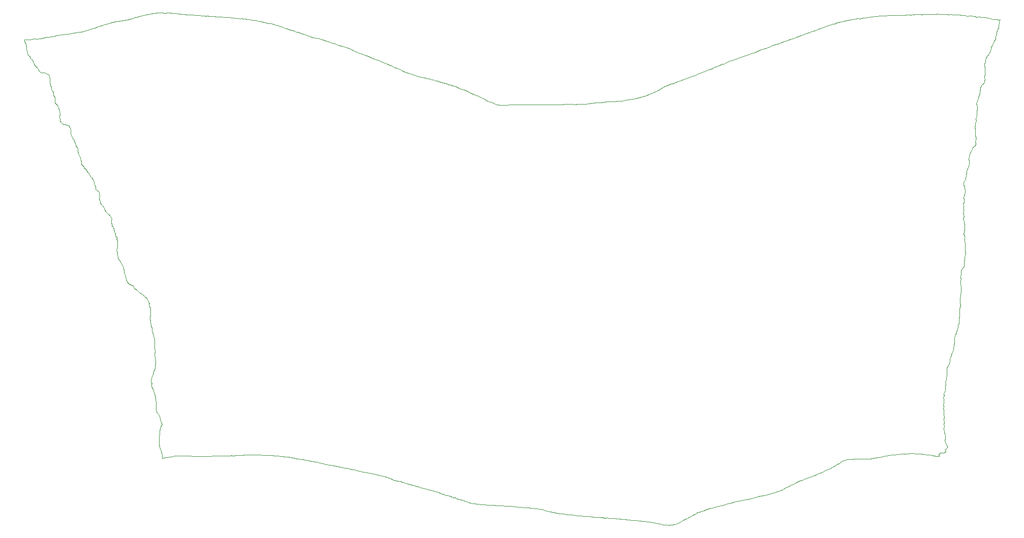
<source format=gm1>
G04 #@! TF.GenerationSoftware,KiCad,Pcbnew,6.0.2+dfsg-1*
G04 #@! TF.CreationDate,2023-12-26T19:09:36+01:00*
G04 #@! TF.ProjectId,vesuvius-badge-charlie,76657375-7669-4757-932d-62616467652d,rev?*
G04 #@! TF.SameCoordinates,Original*
G04 #@! TF.FileFunction,Profile,NP*
%FSLAX46Y46*%
G04 Gerber Fmt 4.6, Leading zero omitted, Abs format (unit mm)*
G04 Created by KiCad (PCBNEW 6.0.2+dfsg-1) date 2023-12-26 19:09:36*
%MOMM*%
%LPD*%
G01*
G04 APERTURE LIST*
G04 #@! TA.AperFunction,Profile*
%ADD10C,0.017638*%
G04 #@! TD*
G04 APERTURE END LIST*
D10*
X216752812Y-59841062D02*
X217173565Y-59686646D01*
X254576165Y-115976463D02*
X254573952Y-115994503D01*
X121512196Y-98277204D02*
X121512196Y-98277204D01*
X131471207Y-51434197D02*
X131471207Y-51434197D01*
X115753139Y-52590155D02*
X116077510Y-52525398D01*
X247193930Y-124557864D02*
X247193930Y-124557864D01*
X259839447Y-69743599D02*
X259825753Y-69778076D01*
X216408222Y-133399741D02*
X215937534Y-133517737D01*
X160228094Y-127986541D02*
X160197612Y-127977779D01*
X254595609Y-120403874D02*
X254598873Y-120427737D01*
X201533983Y-135434626D02*
X201201651Y-135387844D01*
X131735081Y-124919152D02*
X131735081Y-124919152D01*
X257308452Y-98952429D02*
X257320801Y-99325340D01*
X261049867Y-62826951D02*
X261031969Y-62844258D01*
X261408364Y-62126486D02*
X261389676Y-62170800D01*
X214990197Y-133821918D02*
X214624709Y-133951775D01*
X121837656Y-98551726D02*
X121831439Y-98535018D01*
X131882897Y-51423156D02*
X131902404Y-51421992D01*
X109080943Y-54376397D02*
X109080943Y-54376397D01*
X102283045Y-58141660D02*
X102265427Y-58127642D01*
X106511028Y-65942867D02*
X106511028Y-65942867D01*
X133993076Y-51578174D02*
X134034656Y-51572329D01*
X163100673Y-128913413D02*
X163061381Y-128902272D01*
X153981828Y-126653018D02*
X153981828Y-126653018D01*
X255650672Y-51170991D02*
X255660754Y-51169326D01*
X141191545Y-124701818D02*
X141191545Y-124701818D01*
X254881457Y-124130480D02*
X254876500Y-124142113D01*
X119915268Y-51624192D02*
X119926756Y-51622261D01*
X102659053Y-58722486D02*
X102646785Y-58708213D01*
X172109731Y-62940249D02*
X172109731Y-62940249D01*
X123968141Y-120952453D02*
X123960565Y-120910657D01*
X109760877Y-72322903D02*
X109732970Y-72248426D01*
X256800553Y-103883450D02*
X256800553Y-103883450D01*
X262650775Y-56395838D02*
X262633584Y-56415217D01*
X140438086Y-52360347D02*
X140722375Y-52349098D01*
X255164412Y-123466787D02*
X255157773Y-123473081D01*
X123155002Y-108179896D02*
X123140466Y-108138671D01*
X124130275Y-120011801D02*
X124142381Y-119983212D01*
X253643496Y-124911426D02*
X253485350Y-124897590D01*
X258061366Y-91811852D02*
X258036769Y-92092998D01*
X254635590Y-114728362D02*
X254635833Y-114751511D01*
X254817581Y-113821769D02*
X254802362Y-113908090D01*
X253261049Y-51162715D02*
X253261049Y-51162715D01*
X114353185Y-53008069D02*
X114808720Y-52860946D01*
X116219306Y-86720543D02*
X116214079Y-86706633D01*
X209696504Y-62577282D02*
X209696504Y-62577282D01*
X133670996Y-51549282D02*
X133708188Y-51558573D01*
X125124711Y-50918940D02*
X125144356Y-50918400D01*
X182199299Y-66212787D02*
X182199299Y-66212787D01*
X118704469Y-52047155D02*
X119015847Y-51928673D01*
X240729083Y-51859069D02*
X240764299Y-51840275D01*
X123701200Y-117801346D02*
X123684594Y-117777963D01*
X260446454Y-51562003D02*
X260467845Y-51563578D01*
X263804068Y-52525376D02*
X263806688Y-52544277D01*
X149903450Y-125854499D02*
X149882206Y-125848146D01*
X140769816Y-124664922D02*
X140504711Y-124659435D01*
X151008304Y-55401021D02*
X151370922Y-55506402D01*
X257441466Y-94661444D02*
X257441466Y-94661444D01*
X136119649Y-124792106D02*
X136119649Y-124792106D01*
X106541750Y-65332094D02*
X106541694Y-65319615D01*
X113585841Y-80554745D02*
X113539718Y-80520039D01*
X254913715Y-112863441D02*
X254912664Y-112876571D01*
X164143445Y-129048215D02*
X164136257Y-129043698D01*
X192133077Y-134612153D02*
X192133077Y-134612153D01*
X110962071Y-76212237D02*
X110942829Y-76180862D01*
X242163399Y-125310351D02*
X242030154Y-125314078D01*
X114649463Y-83390471D02*
X114634176Y-83356844D01*
X118403141Y-95544736D02*
X118393451Y-95528703D01*
X257982258Y-92521085D02*
X257978820Y-92545529D01*
X254765820Y-122160771D02*
X254756046Y-122176138D01*
X123161431Y-109986339D02*
X123181416Y-109757908D01*
X147374319Y-54285620D02*
X147458053Y-54331282D01*
X106516193Y-65167111D02*
X106503359Y-65110068D01*
X116759640Y-88288199D02*
X116745196Y-88273779D01*
X175455857Y-64141555D02*
X175468295Y-64151502D01*
X151663492Y-126234704D02*
X151143338Y-126108628D01*
X198845497Y-135199414D02*
X198444082Y-135132785D01*
X209434479Y-136330253D02*
X209411641Y-136334699D01*
X112911206Y-78835246D02*
X112898372Y-78810728D01*
X117024325Y-91895113D02*
X117014950Y-91854512D01*
X209239961Y-62772928D02*
X209283326Y-62767596D01*
X146095707Y-53872904D02*
X146425409Y-53949733D01*
X124872380Y-50998117D02*
X124886044Y-50993567D01*
X147610515Y-125405058D02*
X147610515Y-125405058D01*
X159892646Y-58687277D02*
X160494447Y-58892202D01*
X255827358Y-51175294D02*
X255827358Y-51175294D01*
X263807634Y-52599434D02*
X263692632Y-53049736D01*
X146799970Y-54151288D02*
X146852211Y-54150297D01*
X137035155Y-51791192D02*
X137310727Y-51879575D01*
X120175151Y-51653197D02*
X120183742Y-51652765D01*
X259921980Y-72170358D02*
X259916275Y-72190607D01*
X188186097Y-66189087D02*
X189231023Y-66186130D01*
X257354127Y-97871281D02*
X257349822Y-97929084D01*
X115775435Y-84927928D02*
X115745178Y-84876826D01*
X115922338Y-85183218D02*
X115902131Y-85146106D01*
X225793022Y-56488536D02*
X226091450Y-56315626D01*
X115897027Y-85783750D02*
X115897027Y-85783750D01*
X254888482Y-124104576D02*
X254885425Y-124117944D01*
X105893555Y-63576852D02*
X105892671Y-63570160D01*
X230693796Y-54711274D02*
X231241241Y-54525446D01*
X103089823Y-55259181D02*
X103089823Y-55259181D01*
X123625787Y-117711905D02*
X123604350Y-117690893D01*
X253767334Y-124658373D02*
X253770931Y-124673034D01*
X171866679Y-62762301D02*
X171877902Y-62767551D01*
X240871475Y-51798916D02*
X240882013Y-51796666D01*
X257948137Y-85923464D02*
X257954041Y-85942829D01*
X112755598Y-78578824D02*
X112742652Y-78561179D01*
X255784264Y-51171200D02*
X255827358Y-51175294D01*
X251595419Y-51176879D02*
X251636168Y-51179607D01*
X160449355Y-128015635D02*
X160291206Y-128001799D01*
X133352560Y-51585338D02*
X133569204Y-51537715D01*
X257938573Y-85672463D02*
X257938463Y-85695312D01*
X256957792Y-103182815D02*
X256961024Y-103205165D01*
X119088699Y-51915792D02*
X119124732Y-51912292D01*
X257441119Y-93983797D02*
X257430388Y-94021675D01*
X249325861Y-51193371D02*
X249335246Y-51193186D01*
X122365031Y-102072788D02*
X122357208Y-102043798D01*
X262981857Y-51964495D02*
X263000104Y-51965372D01*
X110364222Y-74262973D02*
X110361188Y-74242006D01*
X258239572Y-51378099D02*
X258270706Y-51386624D01*
X213084280Y-134558720D02*
X212747835Y-134761412D01*
X178152096Y-65356038D02*
X178168235Y-65367293D01*
X257937808Y-85717194D02*
X257935718Y-85758795D01*
X172666417Y-131661630D02*
X172666417Y-131661630D01*
X255203176Y-123370767D02*
X255204950Y-123380105D01*
X218101555Y-59368780D02*
X218115351Y-59356275D01*
X116798029Y-90364514D02*
X116802538Y-90347281D01*
X180791204Y-133105680D02*
X180791204Y-133105680D01*
X150302144Y-55174748D02*
X150302144Y-55174748D01*
X257593220Y-93697759D02*
X257566087Y-93738674D01*
X171060652Y-131193935D02*
X171043843Y-131187342D01*
X236364608Y-52768400D02*
X236388711Y-52761801D01*
X257105794Y-101825795D02*
X257100512Y-101841940D01*
X192482974Y-134660472D02*
X192482974Y-134660472D01*
X257484324Y-97055540D02*
X257484324Y-97055540D01*
X254631589Y-119371843D02*
X254625941Y-119391715D01*
X141916737Y-52670025D02*
X141932814Y-52668634D01*
X248234499Y-124503312D02*
X248180397Y-124510750D01*
X257931582Y-81903389D02*
X257936153Y-81944422D01*
X259811485Y-73046069D02*
X259797767Y-73063126D01*
X258069311Y-88076825D02*
X258072460Y-88085629D01*
X122566828Y-113145351D02*
X122567349Y-113132269D01*
X106516577Y-65956530D02*
X106513508Y-65949699D01*
X258430868Y-77307334D02*
X258430868Y-77307334D01*
X130607147Y-124858892D02*
X130607147Y-124858892D01*
X161814237Y-128403293D02*
X161814237Y-128403293D01*
X209002752Y-62816353D02*
X209027173Y-62807856D01*
X109673903Y-54277593D02*
X109673903Y-54277593D01*
X148553159Y-54724975D02*
X149123689Y-54882544D01*
X116729898Y-88259303D02*
X116697884Y-88229840D01*
X256673990Y-104111423D02*
X256671515Y-104120028D01*
X106504752Y-65587009D02*
X106522790Y-65486721D01*
X154455589Y-56475144D02*
X154455589Y-56475144D01*
X217688883Y-59463304D02*
X217708129Y-59457224D01*
X213881539Y-134185452D02*
X213851082Y-134188260D01*
X150143331Y-55163701D02*
X150167442Y-55162628D01*
X142085488Y-52646827D02*
X142099847Y-52645571D01*
X255062561Y-110512896D02*
X255062561Y-110512896D01*
X120200662Y-51650360D02*
X120208995Y-51648303D01*
X190749687Y-66232768D02*
X190775091Y-66235510D01*
X261434866Y-61949808D02*
X261439145Y-61969662D01*
X121017990Y-97821679D02*
X120998137Y-97811584D01*
X258849971Y-74882832D02*
X258763654Y-75282525D01*
X257922873Y-81707164D02*
X257922873Y-81707164D01*
X259882157Y-72936915D02*
X259882157Y-72936915D01*
X261532671Y-58849932D02*
X261521357Y-58950729D01*
X259903950Y-72606055D02*
X259910812Y-72619680D01*
X123096819Y-106711577D02*
X123099913Y-106655691D01*
X217461037Y-133104255D02*
X216408222Y-133399741D01*
X103241274Y-59764023D02*
X103201811Y-59723656D01*
X262512691Y-56538001D02*
X262502839Y-56551249D01*
X165156181Y-129467147D02*
X164396808Y-129241878D01*
X113780245Y-80710644D02*
X113777375Y-80705754D01*
X263808372Y-52590465D02*
X263807634Y-52599434D01*
X104597841Y-60891743D02*
X104315150Y-60884719D01*
X140404022Y-52347763D02*
X140416035Y-52352982D01*
X182572043Y-133191368D02*
X182572043Y-133191368D01*
X254841077Y-122052830D02*
X254835996Y-122062279D01*
X254414190Y-51137180D02*
X254822369Y-51126500D01*
X262255883Y-57474547D02*
X262255883Y-57474547D01*
X123304662Y-115434284D02*
X123305733Y-115398941D01*
X123243471Y-109084023D02*
X123247405Y-109063060D01*
X257369166Y-97737582D02*
X257364264Y-97769779D01*
X103413431Y-59931523D02*
X103391296Y-59908660D01*
X260306712Y-51571819D02*
X260318386Y-51569011D01*
X116785221Y-88659047D02*
X116785221Y-88659047D01*
X115947092Y-85234778D02*
X115939846Y-85218450D01*
X146760128Y-54149984D02*
X146773469Y-54150847D01*
X168973946Y-61948624D02*
X169266024Y-62050669D01*
X263808716Y-52272148D02*
X263799763Y-52284230D01*
X168305512Y-130303956D02*
X168305512Y-130303956D01*
X263749894Y-53343935D02*
X263750347Y-53353430D01*
X261171104Y-62743768D02*
X261136259Y-62765245D01*
X106522790Y-65486721D02*
X106523541Y-65473742D01*
X214235944Y-60882435D02*
X214235944Y-60882435D01*
X105318972Y-54965270D02*
X105403770Y-54964088D01*
X156744830Y-127250816D02*
X156744830Y-127250816D01*
X116887085Y-90055157D02*
X116888058Y-90034080D01*
X114882997Y-83924807D02*
X114849664Y-83874153D01*
X110910185Y-76122495D02*
X110910185Y-76122495D01*
X253050187Y-51144267D02*
X253073528Y-51147021D01*
X254132996Y-124306021D02*
X254102050Y-124313289D01*
X243553575Y-125083431D02*
X243553575Y-125083431D01*
X122921987Y-50996097D02*
X123168471Y-50963743D01*
X168305512Y-130303956D02*
X167558919Y-130135058D01*
X163342996Y-128941632D02*
X163342996Y-128941632D01*
X263691388Y-53123244D02*
X263695102Y-53146514D01*
X254779895Y-121085855D02*
X254783496Y-121094413D01*
X257382378Y-95498738D02*
X257376856Y-95561563D01*
X111292677Y-76536999D02*
X111285408Y-76527550D01*
X219557823Y-58744333D02*
X219557823Y-58744333D01*
X258526879Y-51486723D02*
X258535438Y-51487197D01*
X249128031Y-124416701D02*
X249094329Y-124417416D01*
X181003544Y-133107255D02*
X181003544Y-133107255D01*
X260144063Y-51645219D02*
X260153803Y-51642382D01*
X193266869Y-66202430D02*
X193296334Y-66197681D01*
X255756224Y-108289477D02*
X255756224Y-108289477D01*
X105403770Y-54964088D02*
X105446143Y-54963495D01*
X263426830Y-54158859D02*
X263420801Y-54195712D01*
X257917171Y-82583391D02*
X257892034Y-82612009D01*
X186869734Y-133618183D02*
X186537397Y-133605926D01*
X198444082Y-135132785D02*
X198444082Y-135132785D01*
X263689782Y-53074886D02*
X263689340Y-53087213D01*
X106545567Y-65997281D02*
X106534103Y-65983772D01*
X261345435Y-62297179D02*
X261338998Y-62325739D01*
X123843802Y-122829963D02*
X123843802Y-122829963D01*
X237161422Y-126103243D02*
X237142577Y-126107515D01*
X105495679Y-61349452D02*
X105483657Y-61322483D01*
X257093259Y-101874248D02*
X257092251Y-101882326D01*
X141863100Y-52667925D02*
X141863100Y-52667925D01*
X139588445Y-52154986D02*
X139907048Y-52156302D01*
X237684646Y-125674438D02*
X237666623Y-125686297D01*
X116945109Y-88928358D02*
X116945109Y-88928358D01*
X256664019Y-104171701D02*
X256663628Y-104188975D01*
X105899190Y-63429534D02*
X105902298Y-63398438D01*
X258037800Y-80306565D02*
X258045934Y-80321354D01*
X249229416Y-51216302D02*
X249242652Y-51210914D01*
X258965366Y-74308621D02*
X258849971Y-74882832D01*
X124594794Y-125174816D02*
X124342206Y-125228501D01*
X206617628Y-136026151D02*
X206578308Y-136015362D01*
X218900458Y-58972248D02*
X218900458Y-58972248D01*
X257352462Y-98283440D02*
X257352462Y-98283440D01*
X108900673Y-69912451D02*
X108881530Y-69872843D01*
X115897547Y-85867316D02*
X115895635Y-85840350D01*
X109116845Y-70547614D02*
X109119024Y-70532267D01*
X238992506Y-125406449D02*
X238835206Y-125382951D01*
X257941492Y-81980814D02*
X257944425Y-81996571D01*
X258025533Y-80277808D02*
X258028026Y-80284883D01*
X152830046Y-126460710D02*
X152830046Y-126460710D01*
X257847190Y-82682205D02*
X257844045Y-82690918D01*
X219557823Y-58744333D02*
X220382113Y-58429922D01*
X193991076Y-134827827D02*
X193725958Y-134822339D01*
X253764519Y-124635169D02*
X253764519Y-124635169D01*
X254981529Y-112046252D02*
X254981529Y-112046252D01*
X258149649Y-90535226D02*
X258140523Y-90570615D01*
X239967328Y-51930002D02*
X239967328Y-51930002D01*
X123941466Y-118278748D02*
X123931272Y-118260294D01*
X146665251Y-54123506D02*
X146674146Y-54127632D01*
X124093812Y-120117852D02*
X124101460Y-120092242D01*
X120957478Y-97795011D02*
X120936642Y-97787921D01*
X238835206Y-125382951D02*
X238835206Y-125382951D01*
X123154206Y-110301319D02*
X123156597Y-110280495D01*
X105444387Y-61256012D02*
X105444387Y-61256012D01*
X256124542Y-51219001D02*
X256495086Y-51233713D01*
X123604350Y-117690893D02*
X123560806Y-117649739D01*
X260149754Y-67105148D02*
X260137410Y-67139537D01*
X144344735Y-53243592D02*
X144344735Y-53243592D01*
X237790873Y-52318582D02*
X237790873Y-52318582D01*
X118050102Y-94223238D02*
X118050102Y-94223238D01*
X124340986Y-119485280D02*
X124339721Y-119478718D01*
X208670021Y-136376506D02*
X208637141Y-136370404D01*
X105752189Y-63060687D02*
X105745732Y-63050488D01*
X103368965Y-55306622D02*
X103368965Y-55306622D01*
X258061366Y-91811852D02*
X258061366Y-91811852D01*
X134717954Y-124825285D02*
X134115586Y-124829252D01*
X254892161Y-124075631D02*
X254890701Y-124090447D01*
X113845077Y-81064901D02*
X113830178Y-80999294D01*
X101730039Y-56656933D02*
X101671966Y-56333140D01*
X164092011Y-129028685D02*
X164083939Y-129028280D01*
X114849664Y-83874153D02*
X114819715Y-83826894D01*
X114577662Y-83257110D02*
X114554468Y-83224421D01*
X123977605Y-118361983D02*
X123972937Y-118347002D01*
X214624709Y-133951775D02*
X214624709Y-133951775D01*
X178330542Y-65501866D02*
X178347418Y-65513168D01*
X105301839Y-61155500D02*
X105234335Y-61118184D01*
X254813132Y-122097547D02*
X254800888Y-122113989D01*
X260560507Y-64426432D02*
X260560507Y-64426432D01*
X102971183Y-59257880D02*
X102937256Y-59177886D01*
X206658664Y-136037872D02*
X206617628Y-136026151D01*
X143568459Y-53009062D02*
X143878683Y-53106143D01*
X256663904Y-104206289D02*
X256665527Y-104241082D01*
X105895858Y-63254001D02*
X105895858Y-63254001D01*
X123577604Y-50920553D02*
X123711466Y-50913107D01*
X260549592Y-64489158D02*
X260539470Y-64526924D01*
X249613055Y-124431321D02*
X249613055Y-124431321D01*
X258218709Y-90928970D02*
X258221307Y-90938215D01*
X261031969Y-62844258D02*
X261012602Y-62864074D01*
X115923162Y-85485031D02*
X115923162Y-85485031D01*
X110759262Y-75163953D02*
X110738105Y-75079895D01*
X254577289Y-114907236D02*
X254555114Y-114936832D01*
X118704469Y-52047155D02*
X118704469Y-52047155D01*
X102635103Y-58695144D02*
X102624145Y-58683490D01*
X107304858Y-68206926D02*
X107307049Y-68175863D01*
X104764381Y-60907497D02*
X104742958Y-60904404D01*
X107411601Y-69059867D02*
X107400029Y-69044794D01*
X258059557Y-86232845D02*
X258063146Y-86252125D01*
X110891950Y-76083197D02*
X110885604Y-76065628D01*
X149780500Y-55065722D02*
X149780500Y-55065722D01*
X221168683Y-132214338D02*
X220881523Y-132258447D01*
X232595761Y-54019629D02*
X233380078Y-53757317D01*
X175431325Y-64120030D02*
X175443564Y-64131024D01*
X257893825Y-79566472D02*
X257917491Y-79617352D01*
X260585105Y-64145284D02*
X260560507Y-64426432D01*
X223611462Y-131611787D02*
X223575922Y-131630931D01*
X257944094Y-93245446D02*
X257940927Y-93253226D01*
X258001542Y-82170972D02*
X258005367Y-82184857D01*
X251057161Y-51186103D02*
X251093904Y-51173660D01*
X249203464Y-124417623D02*
X249164159Y-124416749D01*
X116191524Y-86659231D02*
X116185524Y-86649148D01*
X110870841Y-75703080D02*
X110865855Y-75664117D01*
X196689094Y-65896235D02*
X196765242Y-65888319D01*
X109960886Y-54235417D02*
X109960886Y-54235417D01*
X191071820Y-66193669D02*
X191071820Y-66193669D01*
X105714433Y-62979015D02*
X105710779Y-62964989D01*
X218073104Y-59392246D02*
X218087497Y-59380823D01*
X109080943Y-54376397D02*
X109673903Y-54277593D01*
X257985244Y-92495735D02*
X257985244Y-92495735D01*
X122414975Y-101315789D02*
X122424979Y-100608415D01*
X190860369Y-66236090D02*
X190878874Y-66234110D01*
X163167275Y-128926259D02*
X163136175Y-128921543D01*
X123975886Y-121013564D02*
X123974003Y-120993513D01*
X176082829Y-132762408D02*
X176042318Y-132755549D01*
X249347942Y-124425834D02*
X249347942Y-124425834D01*
X101607690Y-55960051D02*
X101594155Y-55934628D01*
X113245167Y-79978906D02*
X113242732Y-79957171D01*
X182322304Y-66223549D02*
X182889594Y-66215635D01*
X110290789Y-73607132D02*
X110284157Y-73553609D01*
X262537173Y-56510879D02*
X262524206Y-56524588D01*
X254914265Y-112850586D02*
X254913715Y-112863441D01*
X210146923Y-136121535D02*
X210107728Y-136136562D01*
X243910406Y-125052499D02*
X243910406Y-125052499D01*
X256655426Y-104374798D02*
X256652297Y-104383963D01*
X163018903Y-128888523D02*
X162926820Y-128854807D01*
X142394139Y-52669588D02*
X142394139Y-52669588D01*
X234252554Y-127571735D02*
X234252554Y-127571735D01*
X122820337Y-111142816D02*
X122936872Y-110816593D01*
X223522104Y-131659958D02*
X223503787Y-131669142D01*
X257468637Y-96682336D02*
X257484324Y-97055540D01*
X106511028Y-65942867D02*
X106509294Y-65936740D01*
X230344788Y-54855146D02*
X230344788Y-54855146D01*
X258270706Y-51386624D02*
X258299595Y-51396058D01*
X193106655Y-66209503D02*
X193106655Y-66209503D01*
X123440313Y-50932397D02*
X123577604Y-50920553D01*
X257367209Y-95785955D02*
X257366723Y-95864083D01*
X213669110Y-61087461D02*
X214235944Y-60882435D01*
X255608196Y-108924122D02*
X255595744Y-108987587D01*
X123443571Y-117514660D02*
X123437917Y-117503625D01*
X133785794Y-51577356D02*
X133805664Y-51581127D01*
X162200842Y-59626329D02*
X162200842Y-59626329D01*
X263786422Y-52305299D02*
X263782504Y-52313936D01*
X256028677Y-107485736D02*
X256010110Y-107519645D01*
X193536990Y-66162992D02*
X193570891Y-66162935D01*
X104093895Y-60814062D02*
X104068277Y-60801535D01*
X225793022Y-56488536D02*
X225793022Y-56488536D01*
X208741154Y-136384047D02*
X208722403Y-136382945D01*
X261422071Y-61908331D02*
X261429078Y-61929323D01*
X111626091Y-76972949D02*
X111608462Y-76958292D01*
X111470144Y-76878771D02*
X111432679Y-76859426D01*
X111049610Y-76328948D02*
X111038243Y-76316443D01*
X259467110Y-73309441D02*
X259467110Y-73309441D01*
X237700362Y-125664852D02*
X237684646Y-125674438D01*
X261971918Y-57955806D02*
X261930285Y-58012661D01*
X120544404Y-51457382D02*
X120544404Y-51457382D01*
X187226715Y-133701774D02*
X187205284Y-133700548D01*
X226726361Y-130821588D02*
X225653638Y-131142236D01*
X103713684Y-60319124D02*
X103672962Y-60258914D01*
X139588445Y-52154986D02*
X139588445Y-52154986D01*
X236714578Y-126287684D02*
X236537571Y-126399055D01*
X122307879Y-101862752D02*
X122305715Y-101847613D01*
X113901590Y-81997983D02*
X113890749Y-81969852D01*
X254563722Y-115695691D02*
X254566559Y-115737766D01*
X124109977Y-120066144D02*
X124119529Y-120039388D01*
X257889781Y-83658644D02*
X257887401Y-83687162D01*
X231577846Y-128595762D02*
X230934672Y-128863870D01*
X224691186Y-131416764D02*
X224025779Y-131534193D01*
X125936224Y-50948532D02*
X126182220Y-50970054D01*
X240820813Y-51814652D02*
X240840679Y-51807555D01*
X113277973Y-80270356D02*
X113277973Y-80270356D01*
X240303615Y-51857646D02*
X240314806Y-51857574D01*
X194423464Y-66134721D02*
X195028578Y-66099307D01*
X263381706Y-54362018D02*
X263356311Y-54451398D01*
X217912800Y-133000184D02*
X217461037Y-133104255D01*
X240499542Y-51902043D02*
X240518185Y-51907458D01*
X164075541Y-129028358D02*
X164066843Y-129028886D01*
X133352422Y-124849766D02*
X133352422Y-124849766D01*
X172666417Y-131661630D02*
X172305297Y-131539207D01*
X247442114Y-51291581D02*
X247442114Y-51291581D01*
X160291206Y-128001799D02*
X160259190Y-127994594D01*
X118520616Y-95716314D02*
X118435919Y-95595010D01*
X250961342Y-51207982D02*
X250972397Y-51207009D01*
X116918502Y-88869853D02*
X116907541Y-88854570D01*
X116980467Y-52323753D02*
X117480370Y-52276655D01*
X190592953Y-66202766D02*
X190749687Y-66232768D01*
X249663229Y-51193993D02*
X249752531Y-51175310D01*
X257994311Y-82457076D02*
X257992290Y-82466377D01*
X260467845Y-51563578D02*
X261027068Y-51647916D01*
X217912800Y-133000184D02*
X217912800Y-133000184D01*
X176163620Y-132772349D02*
X176123273Y-132768049D01*
X120275105Y-51614940D02*
X120293515Y-51602600D01*
X123666257Y-117755334D02*
X123646539Y-117733349D01*
X261598052Y-58497076D02*
X261598052Y-58497076D01*
X258224983Y-90957041D02*
X258225978Y-90966643D01*
X256965469Y-103275008D02*
X256965062Y-103287000D01*
X113723112Y-80650100D02*
X113711760Y-80641474D01*
X123945465Y-120827425D02*
X123942649Y-120807161D01*
X258824369Y-51424491D02*
X258839203Y-51423956D01*
X187776645Y-133810494D02*
X187521719Y-133688507D01*
X118850933Y-96137057D02*
X118812432Y-96104593D01*
X240649035Y-51900982D02*
X240664174Y-51893937D01*
X165409622Y-60997944D02*
X165409622Y-60997944D01*
X122352451Y-100087100D02*
X122322355Y-100046204D01*
X260249563Y-51594036D02*
X260257902Y-51589867D01*
X179150818Y-133033695D02*
X179150818Y-133033695D01*
X238371681Y-125471092D02*
X238334446Y-125482665D01*
X256963575Y-103228008D02*
X256965153Y-103251304D01*
X214235944Y-60882435D02*
X215447166Y-60395421D01*
X260177530Y-67027706D02*
X260149754Y-67105148D01*
X104173899Y-55213438D02*
X104482924Y-55121842D01*
X136400651Y-51757813D02*
X136627550Y-51795371D01*
X254713774Y-124250593D02*
X254683448Y-124259867D01*
X116783495Y-88649211D02*
X116782320Y-88639285D01*
X237037095Y-126128304D02*
X237013876Y-126134100D01*
X126358860Y-124845059D02*
X125887844Y-124966751D01*
X254614031Y-120483671D02*
X254640190Y-120547876D01*
X209124137Y-62786026D02*
X209147948Y-62782730D01*
X182199299Y-66212787D02*
X182322304Y-66223549D01*
X254494487Y-115038848D02*
X254565729Y-115303240D01*
X136850683Y-124734065D02*
X136119649Y-124792106D01*
X257886556Y-83362643D02*
X257890303Y-83457796D01*
X256291876Y-106176174D02*
X256259592Y-106545186D01*
X258326440Y-51406143D02*
X258351443Y-51416625D01*
X123393593Y-116788150D02*
X123348296Y-116235290D01*
X237081467Y-126119102D02*
X237059631Y-126123388D01*
X250036178Y-124452220D02*
X249859061Y-124452844D01*
X229271731Y-129656810D02*
X229271731Y-129656810D01*
X200602165Y-65606158D02*
X200630347Y-65604387D01*
X217981713Y-59436173D02*
X217997108Y-59432935D01*
X137310727Y-51879575D02*
X137613894Y-51854928D01*
X156982946Y-57540137D02*
X156982946Y-57540137D01*
X124825019Y-51006697D02*
X124833379Y-51006268D01*
X253840227Y-124911631D02*
X253825291Y-124913877D01*
X122206477Y-99503246D02*
X122208615Y-99443460D01*
X116592914Y-88092618D02*
X116540177Y-87823120D01*
X137774717Y-124696274D02*
X137774717Y-124696274D01*
X196621367Y-65905780D02*
X196621367Y-65905780D01*
X122229354Y-99865344D02*
X122224594Y-99837091D01*
X119774955Y-96904186D02*
X119755260Y-96874523D01*
X122204873Y-99278892D02*
X122204873Y-99278892D01*
X260116430Y-67207233D02*
X260104953Y-67253945D01*
X261442096Y-61997983D02*
X261442011Y-62006970D01*
X106459027Y-64943623D02*
X106454483Y-64931851D01*
X254712580Y-120974998D02*
X254731446Y-121002534D01*
X256495086Y-51233713D02*
X256951952Y-51273684D01*
X118929495Y-96196020D02*
X118910165Y-96182512D01*
X197809774Y-135097111D02*
X197809774Y-135097111D01*
X186537397Y-133605926D02*
X186537397Y-133605926D01*
X124287945Y-119372162D02*
X124246971Y-119308069D01*
X178314468Y-65490163D02*
X178330542Y-65501866D01*
X259440127Y-73356144D02*
X259433772Y-73370098D01*
X257942261Y-82554735D02*
X257917171Y-82583391D01*
X113268510Y-80242009D02*
X113264868Y-80223591D01*
X258114743Y-90693462D02*
X258115523Y-90703452D01*
X123123990Y-107073228D02*
X123117556Y-107051947D01*
X133865841Y-51587571D02*
X133865841Y-51587571D01*
X254576175Y-119569333D02*
X254574573Y-119588152D01*
X258079829Y-89068996D02*
X258079829Y-89068996D01*
X258157392Y-80517556D02*
X258158419Y-80533860D01*
X101671966Y-56333140D02*
X101671966Y-56333140D01*
X240782634Y-51831201D02*
X240801469Y-51822597D01*
X256148671Y-107265098D02*
X256134094Y-107297767D01*
X257111557Y-102774962D02*
X257107411Y-102784991D01*
X254551584Y-117683747D02*
X254554441Y-117733254D01*
X120293515Y-51602600D02*
X120312670Y-51589205D01*
X167558919Y-130135058D02*
X167162639Y-130009735D01*
X113930086Y-81610229D02*
X113933262Y-81592395D01*
X190696760Y-134433899D02*
X190190297Y-134353649D01*
X224916508Y-56792712D02*
X224916508Y-56792712D01*
X141901537Y-52670770D02*
X141916737Y-52670025D01*
X242296555Y-125303996D02*
X242163399Y-125310351D01*
X119926756Y-51622261D02*
X119938112Y-51620905D01*
X255204950Y-123380105D02*
X255204950Y-123380105D01*
X123318231Y-115736889D02*
X123304396Y-115470081D01*
X113928260Y-81435299D02*
X113922659Y-81398193D01*
X261027068Y-51647916D02*
X261027068Y-51647916D01*
X116790132Y-88324569D02*
X116784818Y-88317216D01*
X232156912Y-54178483D02*
X232595761Y-54019629D01*
X171877902Y-62767551D02*
X171888691Y-62773087D01*
X256161822Y-107230926D02*
X256148671Y-107265098D01*
X249879718Y-51156208D02*
X250283868Y-51191566D01*
X101432914Y-55612456D02*
X101432835Y-55592834D01*
X114152163Y-82815797D02*
X114152163Y-82815797D01*
X261550706Y-58717471D02*
X261540987Y-58785480D01*
X156727359Y-57425704D02*
X156727359Y-57425704D01*
X257844270Y-84427052D02*
X257846417Y-84447129D01*
X112167519Y-77718004D02*
X112150425Y-77696796D01*
X254571594Y-117233736D02*
X254571594Y-117233736D01*
X258059266Y-91648962D02*
X258057498Y-91669861D01*
X105891496Y-63556925D02*
X105891171Y-63550357D01*
X105446143Y-54963495D02*
X105488438Y-54962280D01*
X149585337Y-55022163D02*
X149596296Y-55022994D01*
X124335912Y-119465011D02*
X124330569Y-119450619D01*
X141778174Y-52621820D02*
X141791365Y-52632033D01*
X140222240Y-52245502D02*
X140235151Y-52251406D01*
X209283326Y-62767596D02*
X209304173Y-62764208D01*
X245635542Y-51297664D02*
X245635542Y-51297664D01*
X112945304Y-78921804D02*
X112934613Y-78891084D01*
X123982237Y-118382097D02*
X123977605Y-118361983D01*
X195837646Y-134971674D02*
X195837646Y-134971674D01*
X255597952Y-51186071D02*
X255611405Y-51181498D01*
X175291744Y-64010641D02*
X175291744Y-64010641D01*
X213557186Y-134237992D02*
X213543881Y-134252038D01*
X106257043Y-64241738D02*
X106257043Y-64241738D01*
X236388711Y-52761801D02*
X236903320Y-52546541D01*
X263430914Y-54124627D02*
X263426830Y-54158859D01*
X259375917Y-73517446D02*
X259370475Y-73529575D01*
X259832971Y-51534416D02*
X259841810Y-51536186D01*
X249415642Y-51198648D02*
X249415642Y-51198648D01*
X258118815Y-90722973D02*
X258121243Y-90732525D01*
X121983671Y-51197128D02*
X121983671Y-51197128D01*
X257870025Y-79510483D02*
X257875625Y-79524746D01*
X120104596Y-97163567D02*
X120104596Y-97163567D01*
X116875880Y-90136597D02*
X116879982Y-90116770D01*
X258048630Y-88322602D02*
X258055312Y-88677314D01*
X134115586Y-124829252D02*
X133352422Y-124849766D01*
X261489074Y-59134564D02*
X261480544Y-59173594D01*
X260089034Y-66279754D02*
X260089034Y-66279754D01*
X110880106Y-75875234D02*
X110879824Y-75854243D01*
X139978889Y-52171642D02*
X140025194Y-52183368D01*
X255076351Y-110369472D02*
X255068702Y-110440538D01*
X112510048Y-78334780D02*
X112495592Y-78319356D01*
X102340251Y-58220961D02*
X102332688Y-58202975D01*
X118262119Y-94843804D02*
X118262119Y-94843804D01*
X105905634Y-63350457D02*
X105906069Y-63334728D01*
X238617804Y-125392548D02*
X238587929Y-125399538D01*
X123909578Y-123128742D02*
X123897039Y-123106781D01*
X256652297Y-104383963D02*
X256530351Y-104585773D01*
X116910875Y-89519942D02*
X116887285Y-89216870D01*
X119034176Y-51924384D02*
X119052424Y-51920898D01*
X173197479Y-131772172D02*
X173189425Y-131770820D01*
X130118185Y-51315823D02*
X131471207Y-51434197D01*
X206390603Y-135983471D02*
X205518008Y-135838073D01*
X248834327Y-51243093D02*
X248853157Y-51247397D01*
X240461155Y-51889544D02*
X240499542Y-51902043D01*
X256173334Y-107194830D02*
X256161822Y-107230926D01*
X123159396Y-110070276D02*
X123159651Y-110026207D01*
X253803038Y-124765357D02*
X253834010Y-124844674D01*
X129784439Y-51285207D02*
X129784439Y-51285207D01*
X257954206Y-92682013D02*
X257946838Y-92727429D01*
X178255508Y-65440821D02*
X178284191Y-65465852D01*
X263734711Y-53275408D02*
X263740729Y-53295396D01*
X217728484Y-59452477D02*
X217749735Y-59448887D01*
X116907541Y-88854570D02*
X116895494Y-88838969D01*
X258061539Y-88059531D02*
X258065658Y-88068127D01*
X260176182Y-65649954D02*
X260176182Y-65649954D01*
X262472448Y-56820655D02*
X262467064Y-56860279D01*
X104045829Y-55202669D02*
X104070224Y-55207687D01*
X114353185Y-53008069D02*
X114353185Y-53008069D01*
X123860567Y-121662817D02*
X123860567Y-121662817D01*
X141524914Y-52494524D02*
X141542314Y-52497750D01*
X257937696Y-92852794D02*
X257938244Y-92881160D01*
X198394111Y-135139415D02*
X198375721Y-135143458D01*
X259501371Y-73274488D02*
X259489084Y-73285199D01*
X215937534Y-133517737D02*
X215937534Y-133517737D01*
X259835060Y-72467211D02*
X259839230Y-72479807D01*
X122647180Y-103470694D02*
X122646045Y-103458661D01*
X135698901Y-124795400D02*
X135677857Y-124799527D01*
X201310020Y-65541158D02*
X201310020Y-65541158D01*
X113287915Y-80287039D02*
X113277973Y-80270356D01*
X115953679Y-85364947D02*
X115956422Y-85350598D01*
X259850662Y-72506558D02*
X259857558Y-72520513D01*
X110875335Y-75960484D02*
X110877728Y-75929424D01*
X122638375Y-103619440D02*
X122640450Y-103596186D01*
X223707731Y-57251787D02*
X223707731Y-57251787D01*
X263420801Y-54195712D02*
X263413050Y-54234818D01*
X260358488Y-51562817D02*
X260373783Y-51561611D01*
X110244497Y-73365920D02*
X110239231Y-73357175D01*
X135538097Y-51700056D02*
X135538097Y-51700056D01*
X103749244Y-60374843D02*
X103749244Y-60374843D01*
X260318507Y-65095803D02*
X260318507Y-65095803D01*
X237509999Y-125804945D02*
X237467656Y-125840301D01*
X145746981Y-125050256D02*
X145397351Y-124998953D01*
X135479874Y-124818998D02*
X134876090Y-124839120D01*
X178163727Y-132982749D02*
X178163727Y-132982749D01*
X259960054Y-71941092D02*
X259955788Y-71983050D01*
X261441345Y-62016423D02*
X261440187Y-62025936D01*
X263748919Y-53334376D02*
X263749894Y-53343935D01*
X253777811Y-124587947D02*
X253772458Y-124600293D01*
X106051252Y-63917573D02*
X106019574Y-63859607D01*
X257875625Y-79524746D02*
X257881527Y-79538872D01*
X105881468Y-54922299D02*
X105881468Y-54922299D01*
X130869728Y-124893372D02*
X130869728Y-124893372D01*
X247923751Y-124513705D02*
X247500000Y-124500000D01*
X110875391Y-76018545D02*
X110874301Y-76003975D01*
X208868594Y-136375337D02*
X208843733Y-136379316D01*
X263943108Y-52115511D02*
X263935179Y-52125508D01*
X113762876Y-80686541D02*
X113754067Y-80677165D01*
X256101521Y-107360274D02*
X256028677Y-107485736D01*
X124382583Y-124998777D02*
X124385066Y-124977680D01*
X116784818Y-88317216D02*
X116772943Y-88302649D01*
X261338998Y-62325739D02*
X261333945Y-62355572D01*
X263068416Y-55487572D02*
X263050603Y-55503964D01*
X258150693Y-80490729D02*
X258153292Y-80498280D01*
X254857005Y-113469568D02*
X254849599Y-113559216D01*
X124379575Y-125020036D02*
X124382583Y-124998777D01*
X259986375Y-68867589D02*
X259985705Y-68879305D01*
X254858073Y-122499855D02*
X254937588Y-122754698D01*
X138523437Y-52011230D02*
X138550236Y-52015596D01*
X133845722Y-51586401D02*
X133865841Y-51587571D01*
X254593644Y-120306827D02*
X254592819Y-120344119D01*
X262987026Y-55578249D02*
X262978076Y-55592292D01*
X251269236Y-51150367D02*
X251288890Y-51151001D01*
X138608616Y-52021102D02*
X138608616Y-52021102D01*
X260072761Y-66222765D02*
X260089034Y-66279754D01*
X171962179Y-62824616D02*
X171977851Y-62838567D01*
X114676152Y-83457995D02*
X114663374Y-83424206D01*
X111331385Y-76736534D02*
X111328059Y-76717653D01*
X180203371Y-66230477D02*
X180338393Y-66253937D01*
X215299478Y-133727334D02*
X215299478Y-133727334D01*
X131699499Y-51451813D02*
X131716340Y-51450273D01*
X140153270Y-124628688D02*
X140153270Y-124628688D01*
X224055660Y-57120215D02*
X224055660Y-57120215D01*
X110879726Y-75894610D02*
X110880106Y-75875234D01*
X176042318Y-132755549D02*
X176001768Y-132747591D01*
X236095604Y-52790438D02*
X236120480Y-52788243D01*
X115753139Y-52590155D02*
X115753139Y-52590155D01*
X171060652Y-131193935D02*
X171060652Y-131193935D01*
X230290678Y-129141293D02*
X229957568Y-129305856D01*
X257915694Y-87850610D02*
X257915694Y-87850610D01*
X261785332Y-58186492D02*
X261765566Y-58209823D01*
X198215015Y-135182503D02*
X198195058Y-135185476D01*
X125054119Y-50928550D02*
X125070686Y-50924863D01*
X226362607Y-56252057D02*
X226362607Y-56252057D01*
X198375721Y-135143458D02*
X198337078Y-135153203D01*
X116885255Y-89842086D02*
X116885522Y-89821427D01*
X258224692Y-90995043D02*
X258222705Y-91006659D01*
X254615896Y-114845019D02*
X254607595Y-114860868D01*
X168053894Y-61738521D02*
X168434092Y-61845265D01*
X257127871Y-102682039D02*
X257127398Y-102694177D01*
X112459694Y-78273566D02*
X112459694Y-78273566D01*
X125887844Y-124966751D02*
X125887844Y-124966751D01*
X111951579Y-77487747D02*
X111657467Y-77006078D01*
X122607052Y-112893882D02*
X122620206Y-112857225D01*
X251250713Y-51150207D02*
X251269236Y-51150367D01*
X255542976Y-51206631D02*
X255597952Y-51186071D01*
X253929997Y-124400257D02*
X253904163Y-124423799D01*
X161452348Y-128289655D02*
X161452348Y-128289655D01*
X181021238Y-66320780D02*
X181021238Y-66320780D01*
X123161431Y-109986339D02*
X123161431Y-109986339D01*
X144398831Y-124876180D02*
X144063471Y-124864020D01*
X112000210Y-77546277D02*
X111983920Y-77528278D01*
X248725888Y-124452506D02*
X248725888Y-124452506D01*
X102590432Y-58652167D02*
X102563613Y-58629570D01*
X236145251Y-52786745D02*
X236194506Y-52784959D01*
X254881403Y-123732337D02*
X254878400Y-123745061D01*
X120705848Y-97687778D02*
X120693076Y-97678289D01*
X123560806Y-117649739D02*
X123518692Y-117609033D01*
X105630103Y-62292318D02*
X105630103Y-62292318D01*
X263486141Y-53815253D02*
X263475583Y-53838481D01*
X122207061Y-99285946D02*
X122204873Y-99278892D01*
X104742958Y-60904404D02*
X104719714Y-60901720D01*
X122630107Y-112686126D02*
X122618226Y-112662065D01*
X255488268Y-109399234D02*
X255178001Y-109956399D01*
X149707091Y-55033396D02*
X149717035Y-55036181D01*
X178821611Y-65759869D02*
X179391214Y-65927981D01*
X165119158Y-60877450D02*
X165409622Y-60997944D01*
X149666270Y-55026583D02*
X149676787Y-55027734D01*
X198351688Y-65759345D02*
X198351688Y-65759345D01*
X258148949Y-90796446D02*
X258159058Y-90814068D01*
X236388711Y-52761801D02*
X236388711Y-52761801D01*
X256652297Y-104383963D02*
X256652297Y-104383963D01*
X261473054Y-60717130D02*
X261437695Y-61121280D01*
X105680442Y-61978010D02*
X105680442Y-61978010D01*
X105333384Y-61173999D02*
X105301839Y-61155500D01*
X156418116Y-127139900D02*
X156418116Y-127139900D01*
X259850723Y-51538470D02*
X259868738Y-51544422D01*
X254622875Y-114829031D02*
X254615896Y-114845019D01*
X254666962Y-120889571D02*
X254666962Y-120889571D01*
X164066843Y-129028886D02*
X164048633Y-129031142D01*
X170493911Y-62385089D02*
X171514563Y-62659592D01*
X116611113Y-88131201D02*
X116605828Y-88121892D01*
X176123273Y-132768049D02*
X176082829Y-132762408D01*
X260127614Y-67168442D02*
X260127614Y-67168442D01*
X108860842Y-69832680D02*
X108849960Y-69812972D01*
X202869495Y-135550757D02*
X202869495Y-135550757D01*
X186377109Y-66222756D02*
X186570402Y-66239667D01*
X123981302Y-123302357D02*
X123981302Y-123302357D01*
X120492299Y-51476885D02*
X120505060Y-51471398D01*
X218240417Y-59248972D02*
X218549100Y-59143005D01*
X147221842Y-54216703D02*
X147244134Y-54224054D01*
X123966815Y-118331050D02*
X123959412Y-118314265D01*
X116895494Y-88838969D02*
X116869410Y-88806691D01*
X105891001Y-63543810D02*
X105890968Y-63537271D01*
X254954458Y-112221123D02*
X254945350Y-112260782D01*
X261380048Y-62194142D02*
X261370561Y-62218373D01*
X256965572Y-102969857D02*
X256960808Y-102977744D01*
X115630993Y-84702983D02*
X115615352Y-84682853D01*
X126696499Y-124831043D02*
X126696499Y-124831043D01*
X122851325Y-113712939D02*
X122851325Y-113712939D01*
X128149818Y-124814953D02*
X128149818Y-124814953D01*
X263780941Y-52412526D02*
X263784479Y-52430841D01*
X123247405Y-109063060D02*
X123256757Y-109020171D01*
X107025185Y-66543667D02*
X107001596Y-66501809D01*
X251135744Y-51162169D02*
X251147469Y-51159684D01*
X258127845Y-80444640D02*
X258136647Y-80460122D01*
X119504841Y-96456017D02*
X119480974Y-96440101D01*
X248853157Y-51247397D02*
X248871744Y-51252239D01*
X119891883Y-51629943D02*
X119903644Y-51626740D01*
X123959926Y-123231822D02*
X123953982Y-123216680D01*
X161487257Y-59282546D02*
X161487257Y-59282546D01*
X255184759Y-123319871D02*
X255192775Y-123340075D01*
X120353200Y-51560349D02*
X120374569Y-51545431D01*
X197243264Y-65880864D02*
X197301035Y-65883895D01*
X105892671Y-63570160D02*
X105891990Y-63563522D01*
X112541608Y-78365719D02*
X112525447Y-78350243D01*
X116792104Y-90397219D02*
X116794499Y-90381195D01*
X148553159Y-54724975D02*
X148553159Y-54724975D01*
X122614299Y-103368838D02*
X122603371Y-103349105D01*
X109122843Y-70470487D02*
X109122104Y-70454926D01*
X121863041Y-98664647D02*
X121855357Y-98624900D01*
X123102999Y-105501545D02*
X123102999Y-105501545D01*
X257820190Y-93406626D02*
X257798699Y-93430627D01*
X254666962Y-120889571D02*
X254669658Y-120897223D01*
X263257575Y-54782300D02*
X263250488Y-54810006D01*
X122327555Y-101945102D02*
X122318321Y-101911279D01*
X134118195Y-51563736D02*
X134139356Y-51563103D01*
X149943079Y-55170651D02*
X149948137Y-55172191D01*
X178227340Y-65415658D02*
X178255508Y-65440821D01*
X187405487Y-133686555D02*
X187361333Y-133691693D01*
X115943625Y-85408449D02*
X115950573Y-85379464D01*
X236989990Y-126141025D02*
X236965459Y-126149331D01*
X231811147Y-54285278D02*
X232156912Y-54178483D01*
X195837646Y-134971674D02*
X195558038Y-134929505D01*
X225653638Y-131142236D02*
X225653638Y-131142236D01*
X168434092Y-61845265D02*
X168690933Y-61945289D01*
X193444811Y-134797742D02*
X193235346Y-134763302D01*
X227170013Y-130675475D02*
X227031925Y-130723100D01*
X259853576Y-70490950D02*
X259856572Y-71341114D01*
X124220780Y-119263753D02*
X124214000Y-119250272D01*
X123164658Y-107310988D02*
X123165754Y-107278361D01*
X116997790Y-91765304D02*
X116982614Y-91669760D01*
X116540177Y-87823120D02*
X116456410Y-87621022D01*
X223174580Y-57476579D02*
X223174580Y-57476579D01*
X257402225Y-94923275D02*
X257401799Y-94946931D01*
X253918845Y-51132265D02*
X254095961Y-51131648D01*
X252556134Y-51122704D02*
X252660422Y-51124089D01*
X110353070Y-74135664D02*
X110349360Y-74054914D01*
X111292677Y-76536999D02*
X111292677Y-76536999D01*
X206755412Y-136063722D02*
X206755412Y-136063722D01*
X109960886Y-54235417D02*
X110232491Y-54166753D01*
X103112964Y-59610926D02*
X103112964Y-59610926D01*
X257839287Y-82709109D02*
X257863452Y-83029935D01*
X259856572Y-71341114D02*
X259861662Y-71378696D01*
X113185338Y-53404151D02*
X113497011Y-53282155D01*
X255611405Y-51181498D02*
X255624694Y-51177384D01*
X116938397Y-91328386D02*
X116938397Y-91328386D01*
X122572853Y-112573082D02*
X122566397Y-112556382D01*
X168690933Y-61945289D02*
X168690933Y-61945289D01*
X200575799Y-65608694D02*
X200602165Y-65606158D01*
X257925808Y-87875009D02*
X257930127Y-87883033D01*
X130661680Y-124860242D02*
X130644294Y-124859349D01*
X251331842Y-51153818D02*
X251331842Y-51153818D01*
X197225820Y-135093123D02*
X197225820Y-135093123D01*
X113172990Y-79737775D02*
X113043694Y-79319218D01*
X257951274Y-82024443D02*
X257955362Y-82038254D01*
X101439401Y-55485803D02*
X101443589Y-55444145D01*
X259853576Y-70490950D02*
X259853576Y-70490950D01*
X123276341Y-108935079D02*
X123280369Y-108914897D01*
X123394195Y-116872356D02*
X123393593Y-116788150D01*
X106489742Y-65053348D02*
X106476372Y-65001621D01*
X257881527Y-79538872D02*
X257893825Y-79566472D01*
X254572860Y-117247446D02*
X254573542Y-117262970D01*
X112575486Y-78396615D02*
X112541608Y-78365719D01*
X251147469Y-51159684D02*
X251159826Y-51157418D01*
X255164613Y-123272617D02*
X255184759Y-123319871D01*
X217905678Y-59441605D02*
X217946161Y-59440047D01*
X175051215Y-63926565D02*
X175051215Y-63926565D01*
X257423623Y-94057870D02*
X257423623Y-94057870D01*
X109120500Y-70439308D02*
X109117936Y-70423632D01*
X105676618Y-61926788D02*
X105671670Y-61896176D01*
X252189606Y-51138953D02*
X252272247Y-51131272D01*
X168053894Y-61738521D02*
X168053894Y-61738521D01*
X138096810Y-124657702D02*
X138096810Y-124657702D01*
X101852447Y-57318105D02*
X101829620Y-57234147D01*
X151713215Y-55641702D02*
X152113040Y-55726436D01*
X259433772Y-73370098D02*
X259427550Y-73384656D01*
X257349822Y-97929084D02*
X257349822Y-97929084D01*
X114554468Y-83224421D02*
X114532846Y-83197860D01*
X258205989Y-51370736D02*
X258239572Y-51378099D01*
X107552645Y-69214041D02*
X107507353Y-69167432D01*
X192133077Y-134612153D02*
X191885598Y-134607497D01*
X215830224Y-60267099D02*
X215830224Y-60267099D01*
X236903320Y-52546541D02*
X237426183Y-52439303D01*
X254737440Y-122241410D02*
X254737903Y-122246066D01*
X102391243Y-58448258D02*
X102384424Y-58428807D01*
X105880258Y-63221500D02*
X105874304Y-63211513D01*
X257845071Y-85312437D02*
X257929330Y-85567694D01*
X186064218Y-133550007D02*
X186064218Y-133550007D01*
X262960491Y-55623915D02*
X262960491Y-55623915D01*
X106493722Y-65666930D02*
X106495052Y-65651971D01*
X123977605Y-118361983D02*
X123977605Y-118361983D01*
X107910229Y-69504597D02*
X107893701Y-69499566D01*
X258160528Y-90474859D02*
X258157473Y-90496028D01*
X135994970Y-51740027D02*
X136400651Y-51757813D01*
X254910656Y-112790078D02*
X254913237Y-112813572D01*
X258011804Y-82213640D02*
X258014296Y-82228643D01*
X189231023Y-66186130D02*
X189885533Y-66193286D01*
X257403223Y-94901114D02*
X257402225Y-94923275D01*
X237713363Y-125657871D02*
X237713363Y-125657871D01*
X122243595Y-99915527D02*
X122239222Y-99903412D01*
X255192430Y-123432416D02*
X255187762Y-123439795D01*
X259927620Y-72757611D02*
X259924760Y-72777662D01*
X115545242Y-84608956D02*
X115506229Y-84572718D01*
X236292058Y-52780092D02*
X236316288Y-52777326D01*
X149968005Y-55175866D02*
X149983822Y-55176957D01*
X125005503Y-50944038D02*
X125021514Y-50938275D01*
X257845071Y-85312437D02*
X257845071Y-85312437D01*
X146890701Y-54151592D02*
X146903394Y-54153033D01*
X197098438Y-65875037D02*
X197174982Y-65876826D01*
X123111261Y-107028184D02*
X123105242Y-107001354D01*
X116805491Y-88476012D02*
X116809350Y-88456104D01*
X122357208Y-102043798D02*
X122347812Y-102012257D01*
X259832164Y-72455268D02*
X259833441Y-72461151D01*
X173383974Y-131911810D02*
X173364470Y-131896555D01*
X193504436Y-66164601D02*
X193536990Y-66162992D01*
X200937947Y-65613570D02*
X200969368Y-65612322D01*
X258043787Y-80121213D02*
X258033337Y-80159216D01*
X101643892Y-56065090D02*
X101643892Y-56065090D01*
X260198621Y-66704410D02*
X260204894Y-66743907D01*
X133746547Y-51568373D02*
X133766076Y-51573049D01*
X259689860Y-73169750D02*
X259676152Y-73178270D01*
X262325324Y-57322331D02*
X262290736Y-57400993D01*
X257959728Y-82051809D02*
X257964309Y-82065162D01*
X122259422Y-99950407D02*
X122253734Y-99939005D01*
X257128022Y-102669911D02*
X257127871Y-102682039D01*
X254562395Y-115657074D02*
X254562395Y-115657074D01*
X170924648Y-131123344D02*
X170856825Y-131081240D01*
X205518008Y-135838073D02*
X205518008Y-135838073D01*
X155720811Y-127014795D02*
X155095403Y-126877397D01*
X133020719Y-51532932D02*
X133352560Y-51585338D01*
X261423406Y-60039948D02*
X261435018Y-60111611D01*
X258029167Y-88009699D02*
X258041161Y-88026017D01*
X254571615Y-117338299D02*
X254568673Y-117380463D01*
X105150404Y-54980689D02*
X105150404Y-54980689D01*
X149517591Y-55020587D02*
X149563001Y-55021256D01*
X258079829Y-89068996D02*
X258117743Y-89337906D01*
X208781301Y-136384210D02*
X208781301Y-136384210D01*
X258783544Y-76202287D02*
X258768912Y-76294300D01*
X120157700Y-51652723D02*
X120175151Y-51653197D01*
X101432835Y-55592834D02*
X101433341Y-55572237D01*
X124171135Y-123974095D02*
X124171135Y-123974095D01*
X253834010Y-124844674D02*
X253846981Y-124879787D01*
X251636168Y-51179607D02*
X251677498Y-51180943D01*
X102107724Y-55353509D02*
X102107724Y-55353509D01*
X248096589Y-124518045D02*
X248066382Y-124519074D01*
X115647060Y-84724899D02*
X115630993Y-84702983D01*
X116059888Y-86503392D02*
X116053390Y-86494053D01*
X109122101Y-70501462D02*
X109122810Y-70485998D01*
X257841450Y-85277661D02*
X257842203Y-85290099D01*
X124171135Y-123974095D02*
X124058659Y-123680955D01*
X184146014Y-66223923D02*
X184146014Y-66223923D01*
X200954112Y-135383894D02*
X200462100Y-135340848D01*
X254635833Y-114751511D02*
X254634854Y-114773475D01*
X135547385Y-124816013D02*
X135514913Y-124817853D01*
X257859261Y-82657375D02*
X257854834Y-82665451D01*
X123105242Y-107001354D02*
X123099633Y-106970869D01*
X261385026Y-59427843D02*
X261381032Y-59442270D01*
X110016249Y-73138866D02*
X110003325Y-73106932D01*
X164357730Y-129225226D02*
X164345691Y-129218949D01*
X253918845Y-51132265D02*
X253918845Y-51132265D01*
X259947198Y-68713510D02*
X259956019Y-68734434D01*
X122366841Y-100107717D02*
X122352451Y-100087100D01*
X114554468Y-83224421D02*
X114554468Y-83224421D01*
X257852449Y-85100607D02*
X257852449Y-85100607D01*
X261709957Y-58282631D02*
X261692009Y-58309919D01*
X254612789Y-118123782D02*
X254628573Y-118221476D01*
X249460776Y-51202028D02*
X249500430Y-51204030D01*
X259903902Y-71559483D02*
X259923559Y-71629124D01*
X116197389Y-86669962D02*
X116191524Y-86659231D01*
X263689340Y-53087213D02*
X263689491Y-53099379D01*
X122408526Y-100183301D02*
X122403704Y-100172029D01*
X123826172Y-118083141D02*
X123715729Y-117825588D01*
X141542314Y-52497750D02*
X141559646Y-52501356D01*
X257234492Y-100362459D02*
X257223690Y-100821878D01*
X257193388Y-101633712D02*
X257193388Y-101633712D01*
X263806688Y-52544277D02*
X263808315Y-52562978D01*
X254737903Y-122246066D02*
X254738872Y-122251309D01*
X258140320Y-80810669D02*
X258132012Y-80893267D01*
X258130672Y-89493642D02*
X258143621Y-89680638D01*
X236020274Y-52803394D02*
X236045508Y-52797794D01*
X160920822Y-59078237D02*
X160920822Y-59078237D01*
X251002848Y-51202088D02*
X251021512Y-51197457D01*
X187205284Y-133700548D02*
X187184475Y-133697950D01*
X142582801Y-52708606D02*
X142685817Y-52739686D01*
X254641059Y-118319894D02*
X254616462Y-118601046D01*
X116066460Y-86512214D02*
X116059888Y-86503392D01*
X258596890Y-51478597D02*
X258615384Y-51473327D01*
X180136279Y-66216610D02*
X180203371Y-66230477D01*
X122521087Y-112311987D02*
X122520534Y-112290239D01*
X106558493Y-66010669D02*
X106545567Y-65997281D01*
X109106045Y-70608741D02*
X109111674Y-70578223D01*
X259924760Y-72777662D02*
X259921272Y-72797958D01*
X116053390Y-86494053D02*
X116046976Y-86484140D01*
X148176117Y-54582209D02*
X148553159Y-54724975D01*
X256512460Y-104629615D02*
X256507805Y-104644567D01*
X255495440Y-109381965D02*
X255488268Y-109399234D01*
X209075899Y-62794860D02*
X209100104Y-62790011D01*
X123093139Y-106828453D02*
X123094434Y-106770179D01*
X254784231Y-113994279D02*
X254762805Y-114080616D01*
X259866992Y-69333781D02*
X259866992Y-69333781D01*
X257942534Y-85901090D02*
X257948137Y-85923464D01*
X123112248Y-108016311D02*
X123110857Y-107990474D01*
X173223486Y-131782015D02*
X173212677Y-131776713D01*
X163136175Y-128921543D02*
X163100673Y-128913413D01*
X156111058Y-57184276D02*
X156111058Y-57184276D01*
X126182220Y-50970054D02*
X126182220Y-50970054D01*
X257370609Y-96009773D02*
X257375236Y-96072151D01*
X258147700Y-80483134D02*
X258150693Y-80490729D01*
X124121734Y-118958902D02*
X124030360Y-118738429D01*
X254652567Y-124267372D02*
X254621194Y-124273304D01*
X255085938Y-110299452D02*
X255076351Y-110369472D01*
X257493060Y-93863188D02*
X257472862Y-93904241D01*
X141840041Y-52660569D02*
X141847535Y-52663410D01*
X260103745Y-51652044D02*
X260110984Y-51651520D01*
X109093548Y-70687720D02*
X109096413Y-70669638D01*
X262502839Y-56551249D02*
X262494862Y-56564459D01*
X107933466Y-54539653D02*
X108400735Y-54460660D01*
X123181416Y-109757908D02*
X123181416Y-109757908D01*
X257393852Y-97653522D02*
X257387625Y-97668929D01*
X260130288Y-66424588D02*
X260152244Y-66503123D01*
X235371670Y-53053151D02*
X235371670Y-53053151D01*
X263818876Y-52259272D02*
X263808716Y-52272148D01*
X113774185Y-80700897D02*
X113770693Y-80696075D01*
X127211756Y-124793543D02*
X127106101Y-124798798D01*
X237320214Y-125993098D02*
X237295792Y-126019153D01*
X258158644Y-80554075D02*
X258158162Y-80577589D01*
X258268150Y-78318159D02*
X258262796Y-78361400D01*
X142791274Y-52775269D02*
X142999445Y-52850305D01*
X122214288Y-99338446D02*
X122214170Y-99332029D01*
X253825291Y-124913877D02*
X253811248Y-124915573D01*
X149728465Y-125798997D02*
X149699398Y-125792241D01*
X115923162Y-85485031D02*
X115936276Y-85436445D01*
X254663191Y-120876039D02*
X254666962Y-120889571D01*
X123097191Y-106952728D02*
X123095356Y-106931842D01*
X125070686Y-50924863D02*
X125087743Y-50922096D01*
X237790873Y-52318582D02*
X238458568Y-52174969D01*
X255615570Y-108879181D02*
X255608196Y-108924122D01*
X257583061Y-51345896D02*
X257583061Y-51345896D01*
X105891257Y-63524178D02*
X105891906Y-63510994D01*
X103963209Y-60733694D02*
X103949240Y-60719907D01*
X253480557Y-51090008D02*
X253498182Y-51087038D01*
X259978179Y-68799335D02*
X259980775Y-68810472D01*
X260048580Y-51639381D02*
X260065060Y-51645525D01*
X261377968Y-59456088D02*
X261375956Y-59469196D01*
X261540987Y-58785480D02*
X261532671Y-58849932D01*
X112116478Y-77659267D02*
X112099627Y-77642320D01*
X260373783Y-51561611D02*
X260390157Y-51560892D01*
X174349215Y-63652672D02*
X174743911Y-63796098D01*
X107020224Y-54656470D02*
X107933466Y-54539653D01*
X115936276Y-85436445D02*
X115943625Y-85408449D01*
X122632510Y-112824868D02*
X122642605Y-112796403D01*
X163441638Y-128960298D02*
X163408540Y-128952282D01*
X122398441Y-100160945D02*
X122392774Y-100150033D01*
X260190684Y-66988545D02*
X260177530Y-67027706D01*
X251039450Y-51192044D02*
X251057161Y-51186103D01*
X257423623Y-94057870D02*
X257441466Y-94661444D01*
X135677857Y-124799527D02*
X135655383Y-124803497D01*
X113434994Y-80435526D02*
X113383704Y-80390309D01*
X240580616Y-51917285D02*
X240589184Y-51917065D01*
X263153283Y-55389881D02*
X263146917Y-55401215D01*
X263257575Y-54782300D02*
X263257575Y-54782300D01*
X258151343Y-89865152D02*
X258151603Y-89945935D01*
X111275969Y-76517163D02*
X111264638Y-76505976D01*
X115925393Y-85993903D02*
X115918035Y-85969260D01*
X260153803Y-51642382D02*
X260163015Y-51639235D01*
X190592953Y-66202766D02*
X190592953Y-66202766D01*
X116006143Y-86376113D02*
X116003660Y-86360036D01*
X200336332Y-65646189D02*
X200376349Y-65640630D01*
X259907989Y-72857628D02*
X259902939Y-72876217D01*
X124323894Y-119435650D02*
X124316090Y-119420213D01*
X145397351Y-124998953D02*
X145118750Y-124945182D01*
X103149842Y-59664639D02*
X103135516Y-59645954D01*
X116093277Y-86543505D02*
X116079783Y-86528542D01*
X258072460Y-88085629D02*
X258075066Y-88094545D01*
X113043694Y-79319218D02*
X113028988Y-79260280D01*
X166082426Y-61200760D02*
X166493865Y-61355211D01*
X254776102Y-121077505D02*
X254779895Y-121085855D01*
X254789147Y-122365829D02*
X254828937Y-122441019D01*
X254573952Y-115994503D02*
X254573952Y-115994503D01*
X141646617Y-52527613D02*
X141655434Y-52531662D01*
X163789137Y-129079341D02*
X163767434Y-129074409D01*
X257357266Y-99647245D02*
X257234492Y-100362459D01*
X197174982Y-65876826D02*
X197243264Y-65880864D01*
X124030360Y-118738429D02*
X124030360Y-118738429D01*
X220382113Y-58429922D02*
X222186550Y-57841117D01*
X239339118Y-125421789D02*
X239324815Y-125422374D01*
X183968901Y-66224541D02*
X183968901Y-66224541D01*
X163864323Y-129078179D02*
X163844880Y-129081090D01*
X122568108Y-113195493D02*
X122567187Y-113183463D01*
X113935094Y-81575076D02*
X113935094Y-81575076D01*
X110877513Y-76033528D02*
X110875391Y-76018545D01*
X122521872Y-112250200D02*
X122523858Y-112232371D01*
X261476383Y-60646017D02*
X261475244Y-60683241D01*
X123976852Y-121033191D02*
X123975886Y-121013564D01*
X140074243Y-52196759D02*
X140122898Y-52211036D01*
X259867526Y-69659115D02*
X259863264Y-69675793D01*
X151143338Y-126108628D02*
X150535385Y-125974172D01*
X261401358Y-59381874D02*
X261395311Y-59397548D01*
X253100402Y-51150702D02*
X253159408Y-51158736D01*
X239367299Y-125419106D02*
X239353286Y-125420718D01*
X249618515Y-51200720D02*
X249641472Y-51197677D01*
X127513901Y-124797739D02*
X127513901Y-124797739D01*
X257965011Y-82524896D02*
X257954072Y-82540035D01*
X187883444Y-66207937D02*
X187883444Y-66207937D01*
X258077093Y-88103580D02*
X258078500Y-88112739D01*
X111189383Y-76442902D02*
X111123605Y-76392204D01*
X259472246Y-73302995D02*
X259467110Y-73309441D01*
X230290678Y-129141293D02*
X230290678Y-129141293D01*
X102100844Y-58018363D02*
X102082415Y-58003650D01*
X179811417Y-66113351D02*
X179855142Y-66133513D01*
X258374806Y-51427250D02*
X258455891Y-51466059D01*
X124058659Y-123680955D02*
X124058659Y-123680955D01*
X116605828Y-88121892D02*
X116601009Y-88112366D01*
X259910812Y-72619680D02*
X259916941Y-72632858D01*
X127417070Y-124792187D02*
X127315884Y-124791064D01*
X103483834Y-60010774D02*
X103436338Y-59956320D01*
X173327378Y-131865693D02*
X173262406Y-131810035D01*
X251847024Y-51175141D02*
X251933190Y-51167498D01*
X138803373Y-52021143D02*
X139205730Y-52077061D01*
X263800697Y-52506359D02*
X263804068Y-52525376D01*
X257124341Y-102548400D02*
X257124462Y-102572813D01*
X261414651Y-59349965D02*
X261401358Y-59381874D01*
X111657467Y-77006078D02*
X111650179Y-76997277D01*
X260927716Y-62959613D02*
X260885914Y-63010962D01*
X254762805Y-114080616D02*
X254737701Y-114167379D01*
X107368560Y-68992721D02*
X107368560Y-68992721D01*
X259950563Y-72025078D02*
X259944188Y-72067012D01*
X250459576Y-124469970D02*
X250036178Y-124452220D01*
X257371979Y-97722575D02*
X257369166Y-97737582D01*
X102163809Y-55366015D02*
X102224564Y-55382300D01*
X123841062Y-122876201D02*
X123842062Y-122853815D01*
X254583189Y-119530848D02*
X254579116Y-119550218D01*
X261591757Y-58514384D02*
X261585500Y-58535709D01*
X110284157Y-73553609D02*
X110280025Y-73520865D01*
X258221112Y-78604578D02*
X258216639Y-78620848D01*
X105171328Y-54977061D02*
X105192307Y-54974036D01*
X259857558Y-72520513D02*
X259872797Y-72549082D01*
X231811147Y-54285278D02*
X231811147Y-54285278D01*
X172931121Y-131802515D02*
X172921433Y-131800797D01*
X237602773Y-125732177D02*
X237556123Y-125768015D01*
X146733267Y-54146393D02*
X146746727Y-54148539D01*
X227862855Y-130379205D02*
X227862855Y-130379205D01*
X182289359Y-133184343D02*
X182289359Y-133184343D01*
X124378249Y-124815569D02*
X124358346Y-124705810D01*
X113876174Y-81928098D02*
X113872158Y-81914903D01*
X258143621Y-89680638D02*
X258148463Y-89775315D01*
X117918699Y-93521199D02*
X117918699Y-93521199D01*
X258019821Y-80247267D02*
X258020575Y-80255622D01*
X262944241Y-51966005D02*
X262963214Y-51964767D01*
X116791974Y-88537169D02*
X116801094Y-88496209D01*
X260163015Y-51639235D02*
X260171772Y-51635811D01*
X104770872Y-55068773D02*
X104770872Y-55068773D01*
X210034149Y-136162075D02*
X209998524Y-136173186D01*
X197438277Y-135093294D02*
X197225820Y-135093123D01*
X258055312Y-88677314D02*
X258079829Y-89068996D01*
X157600799Y-57763820D02*
X158236040Y-57991147D01*
X258036769Y-92092998D02*
X258036769Y-92092998D01*
X217688883Y-59463304D02*
X217688883Y-59463304D01*
X176515055Y-132803096D02*
X176515055Y-132803096D01*
X257401799Y-94946931D02*
X257401959Y-94972534D01*
X258139537Y-90778606D02*
X258148949Y-90796446D01*
X148237377Y-125525771D02*
X148145059Y-125505493D01*
X186991093Y-133641762D02*
X186971775Y-133636178D01*
X208890424Y-136370636D02*
X208868594Y-136375337D01*
X261206958Y-62720907D02*
X261171104Y-62743768D01*
X258329089Y-77918149D02*
X258271678Y-78284958D01*
X259783682Y-73079876D02*
X259769408Y-73096097D01*
X249266548Y-51202880D02*
X249277081Y-51200089D01*
X116854619Y-90701339D02*
X116854619Y-90701339D01*
X122576101Y-113033724D02*
X122579381Y-113007009D01*
X122572853Y-112573082D02*
X122572853Y-112573082D01*
X121644173Y-51232407D02*
X121983671Y-51197128D01*
X259929550Y-68672681D02*
X259947198Y-68713510D01*
X141832714Y-52657371D02*
X141840041Y-52660569D01*
X202621955Y-135546807D02*
X202621955Y-135546807D01*
X263553340Y-53692681D02*
X263553340Y-53692681D01*
X203832715Y-65040335D02*
X204177293Y-64947069D01*
X101435187Y-55647636D02*
X101433668Y-55630818D01*
X257223690Y-100821878D02*
X257223690Y-100821878D01*
X115209929Y-52727483D02*
X115513972Y-52692820D01*
X122576997Y-112582491D02*
X122572853Y-112573082D01*
X230934672Y-128863870D02*
X230934672Y-128863870D01*
X243553575Y-125083431D02*
X243281218Y-125160708D01*
X258230248Y-78564118D02*
X258221112Y-78604578D01*
X141655434Y-52531662D02*
X141663984Y-52535978D01*
X103368965Y-55306622D02*
X103963048Y-55194991D01*
X143007652Y-124789171D02*
X143007652Y-124789171D01*
X175480971Y-64160745D02*
X175493976Y-64169167D01*
X107729926Y-69386888D02*
X107708121Y-69367457D01*
X219995047Y-132474108D02*
X219511568Y-132535922D01*
X175324358Y-64029585D02*
X175339463Y-64040023D01*
X254863787Y-121977003D02*
X254862277Y-121989036D01*
X166815995Y-129924162D02*
X166472324Y-129804673D01*
X104070224Y-55207687D02*
X104094400Y-55212272D01*
X141611142Y-52514871D02*
X141628115Y-52520413D01*
X149737155Y-55043390D02*
X149747486Y-55047911D01*
X255671185Y-51168086D02*
X255681917Y-51167238D01*
X110068039Y-73209789D02*
X110060466Y-73202266D01*
X118776604Y-96072223D02*
X118745063Y-96041507D01*
X115209929Y-52727483D02*
X115209929Y-52727483D01*
X187776645Y-133810494D02*
X187776645Y-133810494D01*
X233710961Y-53618233D02*
X233985343Y-53517764D01*
X115961612Y-85309951D02*
X115962038Y-85297664D01*
X124196978Y-124056429D02*
X124171135Y-123974095D01*
X255501222Y-51221197D02*
X255515140Y-51216655D01*
X112898372Y-78810728D02*
X112898372Y-78810728D01*
X200776912Y-65606662D02*
X200825926Y-65610000D01*
X122209225Y-99687886D02*
X122206608Y-99626178D01*
X116855023Y-90202468D02*
X116866948Y-90168273D01*
X119303271Y-51881578D02*
X119303271Y-51881578D01*
X254554596Y-117533254D02*
X254551426Y-117583790D01*
X258053228Y-80081279D02*
X258048796Y-80101501D01*
X143694471Y-124831736D02*
X143694471Y-124831736D01*
X175759280Y-132683478D02*
X175679453Y-132658753D01*
X260060410Y-67516475D02*
X260057515Y-67556805D01*
X256662275Y-104347522D02*
X256660385Y-104356579D01*
X105602046Y-61637987D02*
X105577885Y-61565990D01*
X191885598Y-134607497D02*
X191241481Y-134481556D01*
X257934006Y-85798742D02*
X257933822Y-85818560D01*
X172981608Y-131803255D02*
X172961071Y-131804355D01*
X104719714Y-60901720D02*
X104665623Y-60896912D01*
X121983671Y-51197128D02*
X122599768Y-51036253D01*
X255827358Y-51175294D02*
X256124542Y-51219001D01*
X259921272Y-72797958D02*
X259917251Y-72818230D01*
X190696760Y-134433899D02*
X190696760Y-134433899D01*
X164157635Y-129058569D02*
X164143445Y-129048215D01*
X123939098Y-120748960D02*
X123939098Y-120748960D01*
X257930808Y-84726841D02*
X257930772Y-84735624D01*
X258049546Y-79947620D02*
X258052801Y-79959650D01*
X103053928Y-59464111D02*
X103053928Y-59464111D01*
X123117556Y-107051947D02*
X123111261Y-107028184D01*
X129070892Y-51255182D02*
X129131635Y-51259167D01*
X249255620Y-51206249D02*
X249266548Y-51202880D01*
X244672368Y-51378064D02*
X244672368Y-51378064D01*
X164827665Y-60768728D02*
X165119158Y-60877450D01*
X109287901Y-71511751D02*
X109267707Y-71468425D01*
X124214000Y-119250272D02*
X124121734Y-118958902D01*
X186891099Y-133620050D02*
X186869734Y-133618183D01*
X101433668Y-55630818D02*
X101432914Y-55612456D01*
X191392537Y-66170733D02*
X191392537Y-66170733D01*
X111967710Y-77508873D02*
X111951579Y-77487747D01*
X127779019Y-124803227D02*
X127513901Y-124797739D01*
X133825651Y-51584197D02*
X133845722Y-51586401D01*
X168434092Y-61845265D02*
X168434092Y-61845265D01*
X115468596Y-84539766D02*
X115432114Y-84509404D01*
X122253734Y-99939005D02*
X122248444Y-99927385D01*
X124714296Y-50974100D02*
X124731518Y-50982314D01*
X149697119Y-55031092D02*
X149707091Y-55033396D01*
X195941368Y-65987583D02*
X196278188Y-65983056D01*
X263750232Y-53362862D02*
X263749502Y-53372236D01*
X163342996Y-128941632D02*
X163167275Y-128926259D01*
X208236301Y-136339715D02*
X207867291Y-136307430D01*
X258406270Y-77588483D02*
X258329089Y-77918149D01*
X258491840Y-51479680D02*
X258509372Y-51484151D01*
X151713215Y-55641702D02*
X151713215Y-55641702D01*
X140025194Y-52183368D02*
X140074243Y-52196759D01*
X116891787Y-91023303D02*
X116854619Y-90701339D01*
X263776043Y-52344077D02*
X263775531Y-52352100D01*
X173488846Y-131975637D02*
X173488846Y-131975637D01*
X259528030Y-73255362D02*
X259514388Y-73264578D01*
X257946838Y-92727429D02*
X257943752Y-92750834D01*
X149676787Y-55027734D02*
X149687044Y-55029221D01*
X116802538Y-90347281D02*
X116807869Y-90329604D01*
X254737701Y-114167379D02*
X254623311Y-114440671D01*
X130710423Y-124865115D02*
X130694633Y-124863163D01*
X198138293Y-135187470D02*
X198138293Y-135187470D01*
X123114755Y-108039700D02*
X123112248Y-108016311D01*
X154781357Y-126824067D02*
X153981828Y-126653018D01*
X164301884Y-129191060D02*
X164282284Y-129175889D01*
X109091824Y-70706577D02*
X109093548Y-70687720D01*
X123203459Y-108591223D02*
X123203459Y-108591223D01*
X248290840Y-124494679D02*
X248234499Y-124503312D01*
X145118750Y-124945182D02*
X145118750Y-124945182D01*
X140206487Y-52239139D02*
X140222240Y-52245502D01*
X113257123Y-80156146D02*
X113253644Y-80105018D01*
X254795634Y-121131007D02*
X254795634Y-121131007D01*
X256665527Y-104241082D02*
X256667034Y-104276164D01*
X175051215Y-63926565D02*
X175291744Y-64010641D01*
X135095733Y-51696766D02*
X135538097Y-51700056D01*
X124833379Y-51006268D02*
X124833379Y-51006268D01*
X218027136Y-59421225D02*
X218035144Y-59417061D01*
X143097134Y-52884940D02*
X143187206Y-52914441D01*
X237556123Y-125768015D02*
X237509999Y-125804945D01*
X249031211Y-124420877D02*
X248725888Y-124452506D01*
X115999870Y-86327255D02*
X115994264Y-86261289D01*
X240096797Y-125318988D02*
X239943287Y-125323515D01*
X112898372Y-78810728D02*
X112856810Y-78738359D01*
X183968901Y-66224541D02*
X184146014Y-66223923D01*
X186570402Y-66239667D02*
X186570402Y-66239667D01*
X116814163Y-88417465D02*
X116814472Y-88398887D01*
X259955632Y-71765351D02*
X259960556Y-71798976D01*
X110290789Y-73607132D02*
X110290789Y-73607132D01*
X109115114Y-70407977D02*
X109109550Y-70387762D01*
X190878874Y-66234110D02*
X190896760Y-66231471D01*
X112832905Y-78698058D02*
X112807685Y-78657028D01*
X255692903Y-51166743D02*
X255704095Y-51166566D01*
X237249246Y-126062816D02*
X237238659Y-126070881D01*
X259872797Y-72549082D02*
X259888748Y-72577863D01*
X246890106Y-124590064D02*
X246495886Y-124643580D01*
X122212654Y-99312730D02*
X122211683Y-99306198D01*
X119735194Y-96841784D02*
X119694594Y-96769963D01*
X255130628Y-110093198D02*
X255121206Y-110127356D01*
X220382113Y-58429922D02*
X220382113Y-58429922D01*
X257407840Y-97621917D02*
X257393852Y-97653522D01*
X257918553Y-87858804D02*
X257921937Y-87866935D01*
X123110684Y-107961648D02*
X123111831Y-107929299D01*
X257455413Y-93944549D02*
X257441119Y-93983797D01*
X204692550Y-135761077D02*
X204692550Y-135761077D01*
X200443825Y-65629831D02*
X200499777Y-65620027D01*
X261827861Y-58137490D02*
X261785332Y-58186492D01*
X141710622Y-52566149D02*
X141724792Y-52577257D01*
X101876735Y-57401668D02*
X101852447Y-57318105D01*
X105165054Y-61081934D02*
X105098926Y-61048529D01*
X113014229Y-79195226D02*
X112982678Y-79056363D01*
X257034726Y-102887134D02*
X257007301Y-102917049D01*
X261446266Y-60194561D02*
X261456559Y-60285011D01*
X243209621Y-51501874D02*
X243209621Y-51501874D01*
X102246361Y-58113924D02*
X102226185Y-58100409D01*
X261309445Y-62627663D02*
X261309445Y-62627663D01*
X104315150Y-60884719D02*
X104295576Y-60882020D01*
X256195900Y-107070798D02*
X256190587Y-107115187D01*
X232507506Y-128291278D02*
X232507506Y-128291278D01*
X102850006Y-58992118D02*
X102833347Y-58961497D01*
X257126545Y-102706327D02*
X257125255Y-102718493D01*
X120849539Y-97760376D02*
X120826743Y-97752160D01*
X256800553Y-103883450D02*
X256676894Y-104102817D01*
X245635542Y-51297664D02*
X246591120Y-51304066D01*
X252105122Y-51148292D02*
X252189606Y-51138953D01*
X253797953Y-124916770D02*
X253785260Y-124917521D01*
X127514608Y-51122036D02*
X127514608Y-51122036D01*
X103628346Y-60196092D02*
X103581107Y-60132541D01*
X161487257Y-59282546D02*
X161879125Y-59458304D01*
X141680353Y-52545318D02*
X141695854Y-52555439D01*
X125388416Y-50936018D02*
X125618389Y-50938432D01*
X123114399Y-107892888D02*
X123162056Y-107348162D01*
X201077929Y-65597630D02*
X201128474Y-65585777D01*
X106257043Y-64241738D02*
X106252639Y-64228569D01*
X240292322Y-51858218D02*
X240292322Y-51858218D01*
X110275284Y-73486725D02*
X110269889Y-73453133D01*
X110269889Y-73453133D02*
X110263793Y-73422034D01*
X215299478Y-133727334D02*
X214990197Y-133821918D01*
X148176117Y-54582209D02*
X148176117Y-54582209D01*
X249094329Y-124417416D02*
X249062306Y-124418828D01*
X239324815Y-125422374D02*
X239310403Y-125422527D01*
X174986997Y-132459062D02*
X174318057Y-132212137D01*
X254669658Y-120897223D02*
X254672613Y-120904732D01*
X108713982Y-69670563D02*
X108686214Y-69656499D01*
X227857745Y-55758010D02*
X227857745Y-55758010D01*
X219995047Y-132474108D02*
X219995047Y-132474108D01*
X257917491Y-79617352D02*
X258049546Y-79947620D01*
X148656692Y-125590254D02*
X148237377Y-125525771D01*
X254634854Y-114773475D02*
X254632415Y-114794026D01*
X124293516Y-119646767D02*
X124309440Y-119610938D01*
X107182847Y-67049500D02*
X107101513Y-66726483D01*
X106454483Y-64931851D02*
X106454483Y-64931851D01*
X113777375Y-80705754D02*
X113774185Y-80700897D01*
X185650780Y-66227026D02*
X186199996Y-66223375D01*
X261561550Y-58650267D02*
X261550706Y-58717471D01*
X141576899Y-52505384D02*
X141594067Y-52509874D01*
X216752812Y-59841062D02*
X216752812Y-59841062D01*
X122310770Y-101878484D02*
X122307879Y-101862752D01*
X163375603Y-128945962D02*
X163342996Y-128941632D01*
X171854963Y-131424558D02*
X171823286Y-131419149D01*
X255432631Y-51234603D02*
X255432631Y-51234603D01*
X102395178Y-58457623D02*
X102391243Y-58448258D01*
X123974643Y-120568679D02*
X124029205Y-120385011D01*
X123122709Y-108081271D02*
X123118276Y-108061174D01*
X110400234Y-74378080D02*
X110391639Y-74360680D01*
X131682072Y-51452645D02*
X131682072Y-51452645D01*
X115585866Y-84649176D02*
X115585866Y-84649176D01*
X262633584Y-56415217D02*
X262616361Y-56433402D01*
X147795352Y-125428281D02*
X147755129Y-125422198D01*
X106239216Y-64199429D02*
X106230571Y-64183761D01*
X193235346Y-134763302D02*
X192482974Y-134660472D01*
X261027068Y-51647916D02*
X261431219Y-51683275D01*
X198195058Y-135185476D02*
X198175537Y-135187418D01*
X176804177Y-64735592D02*
X176804177Y-64735592D01*
X254875195Y-123836037D02*
X254877949Y-123870215D01*
X195558038Y-134929505D02*
X195206603Y-134898758D01*
X124228546Y-124167498D02*
X124196978Y-124056429D01*
X102338828Y-55399578D02*
X103089823Y-55259181D01*
X115961666Y-85286239D02*
X115960410Y-85275814D01*
X218313046Y-132877791D02*
X218313046Y-132877791D01*
X129361108Y-51266762D02*
X129573575Y-51266759D01*
X200291084Y-65651739D02*
X200336332Y-65646189D01*
X257934371Y-85838518D02*
X257935864Y-85858803D01*
X198411715Y-135136166D02*
X198394111Y-135139415D01*
X213530674Y-134267368D02*
X213517446Y-134283715D01*
X122552632Y-103266050D02*
X122526477Y-103222785D01*
X146877939Y-54150733D02*
X146890701Y-54151592D01*
X123308375Y-115258587D02*
X123307521Y-115240796D01*
X122624033Y-103388055D02*
X122614299Y-103368838D01*
X122651136Y-103804287D02*
X122641710Y-103738833D01*
X166160184Y-129729564D02*
X165521008Y-129547216D01*
X102384424Y-58428807D02*
X102378798Y-58408551D01*
X171514563Y-62659592D02*
X171514563Y-62659592D01*
X241763511Y-125316671D02*
X241496845Y-125317817D01*
X240840679Y-51807555D02*
X240850810Y-51804384D01*
X110993513Y-76259217D02*
X110982752Y-76243735D01*
X237418340Y-125884548D02*
X237407314Y-125895622D01*
X236070615Y-52793549D02*
X236095604Y-52790438D01*
X121847493Y-98587137D02*
X121842932Y-98569114D01*
X124593172Y-50916475D02*
X124610462Y-50922919D01*
X254498938Y-115022179D02*
X254496952Y-115027881D01*
X187361333Y-133691693D02*
X187316149Y-133697024D01*
X110214203Y-73325844D02*
X110199726Y-73311932D01*
X254628573Y-118221476D02*
X254635347Y-118270572D01*
X258041161Y-88026017D02*
X258052053Y-88042611D01*
X119160578Y-51909332D02*
X119196298Y-51905846D01*
X123873979Y-123062507D02*
X123868837Y-123050852D01*
X260057515Y-67556805D02*
X260079346Y-68102652D01*
X217173565Y-59686646D02*
X217173565Y-59686646D01*
X257977504Y-86006859D02*
X258015007Y-86099715D01*
X110879824Y-75854243D02*
X110877558Y-75794864D01*
X109096413Y-70669638D02*
X109096413Y-70669638D01*
X114072746Y-82454724D02*
X114072746Y-82454724D01*
X193782067Y-66180063D02*
X194423464Y-66134721D01*
X124372373Y-125062798D02*
X124379575Y-125020036D01*
X147458053Y-54331282D02*
X147478646Y-54341774D01*
X257293637Y-98516131D02*
X257289078Y-98536901D01*
X113488217Y-80479535D02*
X113434994Y-80435526D01*
X123711466Y-50913107D02*
X123776093Y-50911463D01*
X124808216Y-51005942D02*
X124816630Y-51006578D01*
X108199797Y-69560022D02*
X108140289Y-69550474D01*
X122567349Y-113132269D02*
X122569063Y-113106080D01*
X123432961Y-117492430D02*
X123428747Y-117481063D01*
X254646620Y-120566746D02*
X254652655Y-120588141D01*
X131258972Y-124896798D02*
X131258972Y-124896798D01*
X163826305Y-129082483D02*
X163817400Y-129082519D01*
X186570402Y-66239667D02*
X187335211Y-66200342D01*
X110227451Y-73340842D02*
X110220996Y-73333191D01*
X249049040Y-51289539D02*
X249062543Y-51287276D01*
X255640167Y-108598035D02*
X255615570Y-108879181D01*
X106492261Y-65762293D02*
X106491919Y-65717775D01*
X258795870Y-76111669D02*
X258783544Y-76202287D01*
X172428927Y-62934711D02*
X172788879Y-63070494D01*
X250624220Y-51146623D02*
X250937499Y-51208735D01*
X117014950Y-91854512D02*
X116997790Y-91765304D01*
X122912441Y-113983878D02*
X122851325Y-113712939D01*
X111399476Y-76839607D02*
X111385045Y-76829184D01*
X116046976Y-86484140D02*
X116040657Y-86473594D01*
X128097225Y-51141314D02*
X128407326Y-51239800D01*
X206495301Y-135996969D02*
X206471904Y-135993105D01*
X182572043Y-133191368D02*
X182289359Y-133184343D01*
X180338393Y-66253937D02*
X180474301Y-66272597D01*
X199649710Y-65696906D02*
X200291084Y-65651739D01*
X263775531Y-52352100D02*
X263775400Y-52360296D01*
X123127953Y-108100529D02*
X123122709Y-108081271D01*
X175507399Y-64176650D02*
X175507399Y-64176650D01*
X227035239Y-56052039D02*
X227530244Y-55858437D01*
X213984455Y-134163353D02*
X213948091Y-134173416D01*
X122210443Y-99299572D02*
X122208910Y-99292830D01*
X146746727Y-54148539D02*
X146760128Y-54149984D01*
X263446987Y-53942291D02*
X263444252Y-53965088D01*
X258226355Y-90976385D02*
X258226355Y-90976385D01*
X149754693Y-125805975D02*
X149728465Y-125798997D01*
X177336316Y-132928067D02*
X177336316Y-132928067D01*
X256259592Y-106545186D02*
X256218960Y-106807224D01*
X239804850Y-125329610D02*
X239689120Y-125337077D01*
X124388369Y-124915936D02*
X124387759Y-124896068D01*
X259231485Y-73800715D02*
X259231485Y-73800715D01*
X113933262Y-81592395D02*
X113935094Y-81575076D01*
X261439145Y-61969662D02*
X261440627Y-61979312D01*
X107665483Y-69327579D02*
X107624817Y-69287665D01*
X123843459Y-118114178D02*
X123834321Y-118098178D01*
X236965459Y-126149331D02*
X236940298Y-126159267D01*
X123302850Y-50947254D02*
X123440313Y-50932397D01*
X263140215Y-55411769D02*
X263133202Y-55421639D01*
X257951275Y-93218343D02*
X257946862Y-93237012D01*
X116079783Y-86528542D02*
X116066460Y-86512214D01*
X260745124Y-63284645D02*
X260737288Y-63317214D01*
X254095961Y-51131648D02*
X254414190Y-51137180D01*
X191013051Y-134461571D02*
X190696760Y-134433899D01*
X260970916Y-62909473D02*
X260927716Y-62959613D01*
X257357266Y-99647245D02*
X257357266Y-99647245D01*
X145477162Y-53657130D02*
X145477162Y-53657130D01*
X107882181Y-69495010D02*
X107882181Y-69495010D01*
X223647301Y-131594150D02*
X223629314Y-131602708D01*
X135631287Y-124807220D02*
X135605383Y-124810607D01*
X120731002Y-97704784D02*
X120718489Y-97696596D01*
X118017641Y-94025633D02*
X117918699Y-93521199D01*
X263698640Y-52076417D02*
X263698640Y-52076417D01*
X105555237Y-61502544D02*
X105535965Y-61451888D01*
X262714484Y-51990400D02*
X262732345Y-51991678D01*
X248725888Y-124452506D02*
X248422756Y-124476801D01*
X111349857Y-76788842D02*
X111345666Y-76780710D01*
X125388416Y-50936018D02*
X125388416Y-50936018D01*
X107933466Y-54539653D02*
X107933466Y-54539653D01*
X102141173Y-58046522D02*
X102120544Y-58032622D01*
X105192307Y-54974036D02*
X105213332Y-54971555D01*
X255062561Y-110512896D02*
X255055321Y-111202806D01*
X208572010Y-136356737D02*
X208537863Y-136350449D01*
X258056991Y-88051027D02*
X258061539Y-88059531D01*
X110828832Y-75477951D02*
X110797416Y-75331340D01*
X105739571Y-63039872D02*
X105733742Y-63028795D01*
X259897735Y-72893709D02*
X259892474Y-72909835D01*
X261375956Y-59469196D02*
X261380087Y-59575795D01*
X216408222Y-133399741D02*
X216408222Y-133399741D01*
X172921433Y-131800797D02*
X172911921Y-131798452D01*
X259856572Y-71341114D02*
X259856572Y-71341114D01*
X260318507Y-65095803D02*
X260176182Y-65649954D01*
X109675972Y-72117332D02*
X109647131Y-72063495D01*
X235994906Y-52810567D02*
X236020274Y-52803394D01*
X141348868Y-52474026D02*
X141348868Y-52474026D01*
X237238659Y-126070881D02*
X237228688Y-126077431D01*
X115895635Y-85840350D02*
X115895397Y-85812537D01*
X260212288Y-66904971D02*
X260209827Y-66919075D01*
X131735081Y-124919152D02*
X131258972Y-124896798D01*
X123305733Y-115398941D02*
X123308352Y-115328911D01*
X152830046Y-126460710D02*
X151663492Y-126234704D01*
X259789432Y-69918738D02*
X259853576Y-70490950D01*
X254625941Y-119391715D02*
X254619763Y-119411673D01*
X110874461Y-75975169D02*
X110875335Y-75960484D01*
X150218484Y-55163312D02*
X150245420Y-55165514D01*
X204177293Y-64947069D02*
X204177293Y-64947069D01*
X210663476Y-62251096D02*
X211323590Y-61991728D01*
X106520202Y-65963358D02*
X106516577Y-65956530D01*
X158898028Y-127735251D02*
X157492897Y-127402854D01*
X123449880Y-117525550D02*
X123443571Y-117514660D01*
X116791003Y-90412476D02*
X116791003Y-90412476D01*
X108827209Y-69775462D02*
X108815372Y-69758126D01*
X109100707Y-70639202D02*
X109106045Y-70608741D01*
X263854251Y-52217628D02*
X263830009Y-52245775D01*
X258155466Y-80505781D02*
X258157392Y-80517556D01*
X248991804Y-51286074D02*
X249007059Y-51288729D01*
X253765649Y-124623998D02*
X253764877Y-124629650D01*
X258155466Y-80505781D02*
X258155466Y-80505781D01*
X258222705Y-91006659D02*
X258220077Y-91019493D01*
X171899069Y-62778885D02*
X171909059Y-62784918D01*
X123864016Y-123038786D02*
X123859549Y-123026222D01*
X114315696Y-83011157D02*
X114287899Y-82987314D01*
X258005367Y-82184857D02*
X258008809Y-82199062D01*
X261465306Y-60379169D02*
X261471919Y-60473249D01*
X122567187Y-113183463D02*
X122566698Y-113171036D01*
X123093319Y-106883355D02*
X123093139Y-106828453D01*
X123163974Y-107224397D02*
X123161370Y-107201891D01*
X257420413Y-94774003D02*
X257412648Y-94818294D01*
X213405770Y-134411798D02*
X213396839Y-134419079D01*
X135994970Y-51740027D02*
X135994970Y-51740027D01*
X254862346Y-112558908D02*
X254862198Y-112568417D01*
X254945350Y-112260782D02*
X254935757Y-112298588D01*
X105773009Y-63089198D02*
X105758912Y-63070509D01*
X116827227Y-90274988D02*
X116855023Y-90202468D01*
X241496845Y-125317817D02*
X241496845Y-125317817D01*
X121512196Y-98277204D02*
X121037548Y-97833389D01*
X173106366Y-131778374D02*
X173065388Y-131787817D01*
X167162639Y-130009735D02*
X166815995Y-129924162D01*
X139205730Y-52077061D02*
X139205730Y-52077061D01*
X118520616Y-95716314D02*
X118520616Y-95716314D01*
X179876464Y-66142647D02*
X179897296Y-66150992D01*
X130834986Y-124887378D02*
X130802576Y-124881245D01*
X150273307Y-55169253D02*
X150287606Y-55171767D01*
X137906396Y-51952052D02*
X137906396Y-51952052D01*
X258136647Y-80460122D02*
X258144342Y-80475497D01*
X235818007Y-126858758D02*
X235729099Y-126910296D01*
X257780500Y-93451666D02*
X257731527Y-93511657D01*
X104159320Y-55215282D02*
X104173899Y-55213438D01*
X257223690Y-100821878D02*
X257236522Y-101247949D01*
X259931478Y-72701610D02*
X259931075Y-72719317D01*
X122632330Y-103406701D02*
X122624033Y-103388055D01*
X254577555Y-115957304D02*
X254576165Y-115976463D01*
X254874024Y-112644448D02*
X254879362Y-112663840D01*
X130232518Y-124890926D02*
X130232518Y-124890926D01*
X222186550Y-57841117D02*
X222553942Y-57689468D01*
X257847486Y-85150502D02*
X257844940Y-85178756D01*
X261257050Y-62685335D02*
X261241270Y-62697262D01*
X257997392Y-82157356D02*
X258001542Y-82170972D01*
X135822074Y-124769659D02*
X135805737Y-124772371D01*
X116887285Y-89216870D02*
X116887285Y-89216870D01*
X254623311Y-114440671D02*
X254623311Y-114440671D01*
X205437018Y-64512814D02*
X205437018Y-64512814D01*
X113185338Y-53404151D02*
X113185338Y-53404151D01*
X120826743Y-97752160D02*
X120803509Y-97742800D01*
X260526770Y-64568105D02*
X260495234Y-64658153D01*
X263102448Y-55456218D02*
X263068416Y-55487572D01*
X254863187Y-112587368D02*
X254865668Y-112606298D01*
X149950723Y-125865930D02*
X149926112Y-125860454D01*
X116883148Y-90096553D02*
X116885482Y-90075999D01*
X105517566Y-61403968D02*
X105507013Y-61376981D01*
X253775728Y-124689349D02*
X253781532Y-124707028D01*
X238648755Y-125386837D02*
X238617804Y-125392548D01*
X259446629Y-73342946D02*
X259440127Y-73356144D01*
X257367814Y-95939553D02*
X257370609Y-96009773D01*
X122224594Y-99837091D02*
X122220424Y-99808189D01*
X262474806Y-56764390D02*
X262472448Y-56820655D01*
X153144270Y-126511924D02*
X153144270Y-126511924D01*
X108792301Y-54437551D02*
X108792301Y-54437551D01*
X141804763Y-52641491D02*
X141818502Y-52650001D01*
X103002744Y-59334979D02*
X102971183Y-59257880D01*
X263460101Y-53880542D02*
X263454647Y-53900661D01*
X261330522Y-62386755D02*
X261330522Y-62386755D01*
X261395311Y-59397548D02*
X261389826Y-59412903D01*
X171854998Y-62757363D02*
X171866679Y-62762301D01*
X259701495Y-73161412D02*
X259689860Y-73169750D01*
X107062761Y-66620576D02*
X107045431Y-66583088D01*
X102326140Y-55399868D02*
X102338828Y-55399578D01*
X122211993Y-99385754D02*
X122211993Y-99385754D01*
X190190297Y-134353649D02*
X189473192Y-134252489D01*
X256530351Y-104585773D02*
X256523641Y-104600195D01*
X259903411Y-72230525D02*
X259903411Y-72230525D01*
X263356311Y-54451398D02*
X263302787Y-54628014D01*
X253229248Y-51164596D02*
X253241025Y-51164551D01*
X113622932Y-80581356D02*
X113622932Y-80581356D01*
X261431253Y-62064783D02*
X261424640Y-62084817D01*
X236340470Y-52773502D02*
X236364608Y-52768400D01*
X105483657Y-61322483D02*
X105477417Y-61309556D01*
X166472324Y-129804673D02*
X166160184Y-129729564D01*
X112749513Y-53528387D02*
X113185338Y-53404151D01*
X140168025Y-52225422D02*
X140206487Y-52239139D01*
X185310170Y-133466330D02*
X185310170Y-133466330D01*
X254164428Y-124300300D02*
X254132996Y-124306021D01*
X123950094Y-120666178D02*
X123961224Y-120618401D01*
X169254542Y-130587603D02*
X168841014Y-130457046D01*
X218010630Y-59428595D02*
X218010630Y-59428595D01*
X254558834Y-117782507D02*
X254564529Y-117831547D01*
X257166845Y-101697242D02*
X257134260Y-101761338D01*
X117044774Y-91965053D02*
X117034260Y-91932177D01*
X106501400Y-65882974D02*
X106498056Y-65849853D01*
X105900112Y-63605530D02*
X105895992Y-63590432D01*
X258220077Y-91019493D02*
X258213283Y-91047886D01*
X263430914Y-54124627D02*
X263430914Y-54124627D01*
X233985343Y-53517764D02*
X234444485Y-53329346D01*
X124237469Y-119292759D02*
X124228670Y-119277952D01*
X227862855Y-130379205D02*
X227711521Y-130452407D01*
X254644716Y-119294061D02*
X254644716Y-119294061D01*
X106739261Y-66153485D02*
X106723798Y-66139962D01*
X111432679Y-76859426D02*
X111415431Y-76849643D01*
X241507496Y-51730809D02*
X242477447Y-51572916D01*
X201052424Y-65602570D02*
X201077929Y-65597630D01*
X116001602Y-86343724D02*
X115999870Y-86327255D01*
X102378798Y-58408551D02*
X102374113Y-58387676D01*
X257929330Y-85567694D02*
X257933520Y-85596262D01*
X111345666Y-76780710D02*
X111341973Y-76772314D01*
X258140523Y-90570615D02*
X258123085Y-90631814D01*
X103532513Y-60070142D02*
X103483834Y-60010774D01*
X254890208Y-123709622D02*
X254885314Y-123720500D01*
X257844045Y-82690918D02*
X257841398Y-82699880D01*
X125618389Y-50938432D02*
X125618389Y-50938432D01*
X107389700Y-69030356D02*
X107380853Y-69016740D01*
X254501385Y-115016337D02*
X254498938Y-115022179D01*
X119070596Y-51918078D02*
X119088699Y-51915792D01*
X263000104Y-51965372D02*
X263000104Y-51965372D01*
X106868582Y-66302425D02*
X106841552Y-66266660D01*
X203222405Y-135564637D02*
X203045215Y-135566131D01*
X164099739Y-129029612D02*
X164092011Y-129028685D01*
X178347418Y-65513168D02*
X178347418Y-65513168D01*
X102737282Y-58821607D02*
X102711239Y-58787409D01*
X237122958Y-126111416D02*
X237081467Y-126119102D01*
X109215891Y-71338188D02*
X109201114Y-71293611D01*
X254772517Y-124225961D02*
X254743484Y-124239356D01*
X259825753Y-69778076D02*
X259812604Y-69812874D01*
X141751875Y-52599897D02*
X141778174Y-52621820D01*
X253188868Y-51162033D02*
X253216518Y-51164147D01*
X124341704Y-119509766D02*
X124342158Y-119500494D01*
X257940927Y-93253226D02*
X257935519Y-93263813D01*
X111310158Y-76575820D02*
X111307538Y-76567469D01*
X259963546Y-71899367D02*
X259960054Y-71941092D01*
X261455294Y-59256781D02*
X261442599Y-59286637D01*
X257906556Y-84625240D02*
X257913443Y-84644302D01*
X110874301Y-76003975D02*
X110874053Y-75989591D01*
X199285069Y-135234679D02*
X199285069Y-135234679D01*
X110391639Y-74360680D02*
X110384207Y-74342429D01*
X254554441Y-117733254D02*
X254558834Y-117782507D01*
X119694594Y-96769963D02*
X119654437Y-96694495D01*
X123981302Y-123302357D02*
X123976388Y-123283053D01*
X261416928Y-62105359D02*
X261408364Y-62126486D01*
X201851811Y-135444726D02*
X201851811Y-135444726D01*
X255615570Y-108879181D02*
X255615570Y-108879181D01*
X178117238Y-65335049D02*
X178135141Y-65345265D01*
X125070686Y-50924863D02*
X125070686Y-50924863D01*
X237059631Y-126123388D02*
X237037095Y-126128304D01*
X110239231Y-73357175D02*
X110233539Y-73348825D01*
X198760359Y-65743041D02*
X199649710Y-65696906D01*
X123393593Y-116788150D02*
X123393593Y-116788150D01*
X105728279Y-63017213D02*
X105723218Y-63005084D01*
X172078343Y-62925201D02*
X172085902Y-62929560D01*
X102902169Y-59099093D02*
X102867130Y-59025599D01*
X254665541Y-120689052D02*
X254665110Y-120705249D01*
X257375055Y-97708530D02*
X257371979Y-97722575D01*
X175970247Y-64350647D02*
X176258795Y-64493108D01*
X103391296Y-59908660D02*
X103241274Y-59764023D01*
X258020575Y-80255622D02*
X258021874Y-80263911D01*
X115931529Y-85201185D02*
X115922338Y-85183218D01*
X242477447Y-51572916D02*
X242477447Y-51572916D01*
X147933680Y-125455107D02*
X147867726Y-125441146D01*
X260209714Y-66782682D02*
X260212890Y-66820532D01*
X259921439Y-68652760D02*
X259929550Y-68672681D01*
X193606353Y-66164690D02*
X193606353Y-66164690D01*
X159939437Y-127899010D02*
X159900813Y-127890182D01*
X123286267Y-108828646D02*
X123286267Y-108828646D01*
X115713007Y-84824327D02*
X115679956Y-84772870D01*
X258814483Y-75587978D02*
X258813082Y-75941980D01*
X241507496Y-51730809D02*
X241507496Y-51730809D01*
X119196298Y-51905846D02*
X119214127Y-51903573D01*
X102346485Y-58240021D02*
X102340251Y-58220961D01*
X118365403Y-95472556D02*
X118262119Y-94843804D01*
X149865666Y-55126447D02*
X149877094Y-55134478D01*
X105895992Y-63590432D02*
X105895992Y-63590432D01*
X191013051Y-134461571D02*
X191013051Y-134461571D01*
X106539701Y-65293431D02*
X106535393Y-65263466D01*
X147663362Y-125410611D02*
X147610515Y-125405058D01*
X255579534Y-109063182D02*
X255560884Y-109144509D01*
X149589828Y-125774080D02*
X149544076Y-125768988D01*
X135838497Y-124767509D02*
X135822074Y-124769659D01*
X116812658Y-88727780D02*
X116807447Y-88718391D01*
X164383267Y-129236722D02*
X164370248Y-129231161D01*
X116939058Y-88906848D02*
X116935888Y-88899573D01*
X263164925Y-55364493D02*
X263159293Y-55377673D01*
X172911921Y-131798452D02*
X172902602Y-131795439D01*
X230588693Y-128973121D02*
X230588693Y-128973121D01*
X261472613Y-59206161D02*
X261465833Y-59229171D01*
X116888058Y-90034080D02*
X116888504Y-90012816D01*
X123286117Y-108876976D02*
X123287477Y-108859565D01*
X261012602Y-62864074D02*
X260970916Y-62909473D01*
X254792974Y-121121478D02*
X254795634Y-121131007D01*
X123975391Y-121070846D02*
X123975391Y-121070846D01*
X118948283Y-96208379D02*
X118929495Y-96196020D01*
X109122810Y-70485998D02*
X109122843Y-70470487D01*
X113875923Y-81780891D02*
X113881679Y-81761975D01*
X259963697Y-71832497D02*
X259964785Y-71865949D01*
X104020598Y-60775086D02*
X103999237Y-60761401D01*
X254865668Y-112606298D02*
X254869370Y-112625296D01*
X116665888Y-88199127D02*
X116650613Y-88183086D01*
X203765595Y-135629867D02*
X203222405Y-135564637D01*
X123236804Y-109143031D02*
X123236804Y-109143031D01*
X101440880Y-55675498D02*
X101437561Y-55662623D01*
X263215069Y-55008099D02*
X263208286Y-55065424D01*
X258696852Y-51447418D02*
X258719681Y-51441088D01*
X166493865Y-61355211D02*
X166493865Y-61355211D01*
X247442114Y-51291581D02*
X247953893Y-51311036D01*
X113688367Y-80624890D02*
X113665003Y-80609277D01*
X256347178Y-105738361D02*
X256325656Y-105984363D01*
X149888497Y-55142161D02*
X149899818Y-55149361D01*
X255515140Y-51216655D02*
X255542976Y-51206631D01*
X111123605Y-76392204D02*
X111095000Y-76369829D01*
X106534103Y-65983772D02*
X106524354Y-65970177D01*
X173467077Y-131965422D02*
X173445649Y-131953664D01*
X161161325Y-128175483D02*
X161161325Y-128175483D01*
X254574573Y-119588152D02*
X254574520Y-119606631D01*
X249104059Y-51274637D02*
X249118117Y-51268934D01*
X179391214Y-65927981D02*
X179391214Y-65927981D01*
X106246634Y-64214415D02*
X106239216Y-64199429D01*
X122921987Y-50996097D02*
X122921987Y-50996097D01*
X236940298Y-126159267D02*
X236927488Y-126164925D01*
X254741828Y-122207641D02*
X254739682Y-122215813D01*
X259647307Y-73194024D02*
X259632378Y-73201470D01*
X258107867Y-80413503D02*
X258118173Y-80429088D01*
X240571962Y-51917029D02*
X240580616Y-51917285D01*
X116229191Y-86751242D02*
X116224347Y-86735393D01*
X207170028Y-63728480D02*
X207170028Y-63728480D01*
X255140964Y-110059053D02*
X255130628Y-110093198D01*
X105818054Y-63140702D02*
X105787747Y-63106898D01*
X115826071Y-85016173D02*
X115775435Y-84927928D01*
X262732345Y-51991678D02*
X262750655Y-51991751D01*
X149778611Y-125813096D02*
X149754693Y-125805975D01*
X262978076Y-55592292D02*
X262969223Y-55607483D01*
X102802029Y-58910884D02*
X102783774Y-58885036D01*
X131682072Y-51452645D02*
X131699499Y-51451813D01*
X257913443Y-84644302D02*
X257919504Y-84663130D01*
X144344735Y-53243592D02*
X144941926Y-53501055D01*
X253766813Y-124618224D02*
X253765649Y-124623998D01*
X122571352Y-113080450D02*
X122576101Y-113033724D01*
X253376660Y-51122101D02*
X253410511Y-51109641D01*
X238792211Y-125379916D02*
X238752513Y-125378945D01*
X259370475Y-73529575D02*
X259231485Y-73800715D01*
X251304559Y-124526190D02*
X250759833Y-124478532D01*
X124387759Y-124896068D02*
X124387759Y-124896068D01*
X111297127Y-76544129D02*
X111292677Y-76536999D01*
X132739579Y-51508336D02*
X133020719Y-51532932D01*
X102374113Y-58387676D02*
X102370117Y-58366371D01*
X214023057Y-134150037D02*
X214023057Y-134150037D01*
X260684511Y-63640499D02*
X260585105Y-64145284D01*
X143568459Y-53009062D02*
X143568459Y-53009062D01*
X102224564Y-55382300D02*
X102255032Y-55389779D01*
X258162815Y-90452565D02*
X258160528Y-90474859D01*
X176258795Y-64493108D02*
X176258795Y-64493108D01*
X254937588Y-122754698D02*
X254937588Y-122754698D01*
X115745178Y-84876826D02*
X115713007Y-84824327D01*
X106210362Y-64150988D02*
X106199171Y-64134187D01*
X161452348Y-128289655D02*
X161161325Y-128175483D01*
X254858073Y-122499855D02*
X254858073Y-122499855D01*
X255198257Y-123420729D02*
X255196484Y-123424713D01*
X222815417Y-131808985D02*
X222214842Y-131994940D01*
X147610515Y-125405058D02*
X146929830Y-125292386D01*
X260712266Y-63451000D02*
X260702380Y-63517236D01*
X112201955Y-77766882D02*
X112184697Y-77741261D01*
X116807869Y-90329604D02*
X116813866Y-90311592D01*
X257107411Y-102784991D02*
X257102845Y-102794720D01*
X263943108Y-52115511D02*
X263943108Y-52115511D01*
X102064544Y-55350582D02*
X102080602Y-55350973D01*
X123286267Y-108828646D02*
X123203459Y-108591223D01*
X257677300Y-93581154D02*
X257621071Y-93657659D01*
X180610816Y-66287533D02*
X180747661Y-66299825D01*
X111264638Y-76505976D02*
X111251695Y-76494128D01*
X168841014Y-130457046D02*
X168305512Y-130303956D01*
X172902602Y-131795439D02*
X172666417Y-131661630D01*
X257955362Y-82038254D02*
X257959728Y-82051809D01*
X150120155Y-55165423D02*
X150143331Y-55163701D01*
X180069510Y-66201138D02*
X180136279Y-66216610D01*
X116941678Y-88914068D02*
X116939058Y-88906848D01*
X104934237Y-60966850D02*
X104908172Y-60954516D01*
X110680590Y-74892512D02*
X110668473Y-74861909D01*
X102120544Y-58032622D02*
X102100844Y-58018363D01*
X157600799Y-57763820D02*
X157600799Y-57763820D01*
X118812432Y-96104593D02*
X118776604Y-96072223D01*
X259586182Y-51521855D02*
X259586182Y-51521855D01*
X262996053Y-55565256D02*
X262987026Y-55578249D01*
X123158317Y-110258667D02*
X123160127Y-110212741D01*
X259847931Y-72369605D02*
X259842838Y-72384454D01*
X220881523Y-132258447D02*
X219995047Y-132474108D01*
X260122723Y-51649823D02*
X260133726Y-51647711D01*
X154781357Y-126824067D02*
X154781357Y-126824067D01*
X158882639Y-58291178D02*
X158882639Y-58291178D01*
X261465833Y-59229171D02*
X261460894Y-59242646D01*
X122599768Y-51036253D02*
X122599768Y-51036253D01*
X148656692Y-125590254D02*
X148656692Y-125590254D01*
X253770931Y-124673034D02*
X253775728Y-124689349D01*
X248776758Y-51235233D02*
X248796090Y-51236831D01*
X144941926Y-53501055D02*
X145149455Y-53557634D01*
X186537397Y-133605926D02*
X186064218Y-133550007D01*
X260088744Y-51651147D02*
X260096329Y-51651907D01*
X223466218Y-131685911D02*
X223446847Y-131693209D01*
X102409469Y-58483993D02*
X102409469Y-58483993D01*
X257731527Y-93511657D02*
X257677300Y-93581154D01*
X257124462Y-102572813D02*
X257125347Y-102597145D01*
X150261135Y-125870683D02*
X150261135Y-125870683D01*
X256218960Y-106807224D02*
X256195900Y-107070798D01*
X240597665Y-51916335D02*
X240606062Y-51915059D01*
X164107097Y-129031095D02*
X164099739Y-129029612D01*
X259661933Y-73186325D02*
X259647307Y-73194024D01*
X209304173Y-62764208D02*
X209324394Y-62760105D01*
X159815987Y-127874747D02*
X159769176Y-127868421D01*
X254664542Y-120657036D02*
X254665399Y-120672965D01*
X259844492Y-72492957D02*
X259850662Y-72506558D01*
X122638942Y-103424725D02*
X122638942Y-103424725D01*
X110134251Y-73262154D02*
X110117174Y-73249930D01*
X110168028Y-73286368D02*
X110134251Y-73262154D01*
X115154085Y-84276328D02*
X115117612Y-84237993D01*
X254644716Y-119294061D02*
X254643269Y-119313165D01*
X106524693Y-65461169D02*
X106526169Y-65448938D01*
X127779019Y-124803227D02*
X127779019Y-124803227D01*
X257954072Y-82540035D02*
X257942261Y-82554735D01*
X156191861Y-127094968D02*
X156051291Y-127082670D01*
X119273446Y-96343336D02*
X119119443Y-96284345D01*
X141855217Y-52665870D02*
X141863100Y-52667925D01*
X229430917Y-55181552D02*
X230016860Y-54960493D01*
X255121206Y-110127356D02*
X255112645Y-110161562D01*
X158578610Y-58123283D02*
X158882639Y-58291178D01*
X159859764Y-127882048D02*
X159815987Y-127874747D01*
X209363176Y-136340806D02*
X209336870Y-136342296D01*
X256495086Y-51233713D02*
X256495086Y-51233713D01*
X113862920Y-81869767D02*
X113862920Y-81869767D01*
X118370469Y-95485069D02*
X118365403Y-95472556D01*
X101515769Y-55812305D02*
X101485460Y-55765534D01*
X122239222Y-99903412D02*
X122235367Y-99891023D01*
X164523668Y-60600481D02*
X164523668Y-60600481D01*
X134097178Y-51565123D02*
X134118195Y-51563736D01*
X107347198Y-67648185D02*
X107182847Y-67049500D01*
X115293092Y-84399954D02*
X115258914Y-84372114D01*
X258002154Y-92302445D02*
X257985244Y-92495735D01*
X166472324Y-129804673D02*
X166472324Y-129804673D01*
X257864295Y-79275094D02*
X257860725Y-79292564D01*
X111130943Y-54016593D02*
X111130943Y-54016593D01*
X259024442Y-74197540D02*
X259012318Y-74216255D01*
X199462050Y-135235649D02*
X199462050Y-135235649D01*
X181021238Y-66320780D02*
X181590809Y-66286861D01*
X113925778Y-81628500D02*
X113930086Y-81610229D01*
X257875466Y-83176102D02*
X257881417Y-83266977D01*
X254976618Y-112092174D02*
X254970318Y-112136704D01*
X257848612Y-79425493D02*
X257850212Y-79439283D01*
X249007059Y-51288729D02*
X249021726Y-51290296D01*
X144398831Y-124876180D02*
X144398831Y-124876180D01*
X209998524Y-136173186D02*
X209926494Y-136193675D01*
X257938514Y-85879599D02*
X257942534Y-85901090D01*
X122491780Y-103156901D02*
X122482404Y-103134887D01*
X115960476Y-85322961D02*
X115961612Y-85309951D01*
X123843753Y-122952846D02*
X123842147Y-122935444D01*
X258157473Y-90496028D02*
X258153798Y-90516132D01*
X263740729Y-53295396D02*
X263745589Y-53315041D01*
X255637790Y-51173843D02*
X255650672Y-51170991D01*
X260213536Y-66892659D02*
X260213536Y-66892659D01*
X103963048Y-55194991D02*
X103963048Y-55194991D01*
X179978720Y-133082760D02*
X179978720Y-133082760D01*
X149431350Y-55008792D02*
X149431350Y-55008792D01*
X123045462Y-110542796D02*
X123045462Y-110542796D01*
X116932208Y-88892240D02*
X116928056Y-88884844D01*
X149451665Y-55014389D02*
X149462218Y-55016358D01*
X209926494Y-136193675D02*
X209849285Y-136213940D01*
X237283721Y-126031406D02*
X237271875Y-126042891D01*
X257118142Y-102105200D02*
X257124341Y-102548400D01*
X113622932Y-80581356D02*
X113585841Y-80554745D01*
X108469093Y-69594246D02*
X108404929Y-69584828D01*
X107315519Y-68549273D02*
X107310294Y-68487059D01*
X209099923Y-136332813D02*
X209064624Y-136333927D01*
X141348868Y-52474026D02*
X141419506Y-52480824D01*
X243209621Y-51501874D02*
X244211105Y-51388350D01*
X109007052Y-70138316D02*
X108977760Y-70074928D01*
X261370680Y-61778797D02*
X261378906Y-61800183D01*
X150097912Y-55167570D02*
X150120155Y-55165423D01*
X261079802Y-62801633D02*
X261079802Y-62801633D01*
X200969368Y-65612322D02*
X200998611Y-65610010D01*
X258164187Y-90429088D02*
X258162815Y-90452565D01*
X263749502Y-53372236D02*
X263748110Y-53381556D01*
X178135141Y-65345265D02*
X178152096Y-65356038D01*
X244211105Y-51388350D02*
X244211105Y-51388350D01*
X251677498Y-51180943D02*
X251719328Y-51181025D01*
X257217051Y-51279347D02*
X257583061Y-51345896D01*
X191392537Y-66170733D02*
X191941031Y-66175339D01*
X143187206Y-52914441D02*
X143187206Y-52914441D01*
X105477417Y-61309556D02*
X105471040Y-61297185D01*
X260014263Y-51622759D02*
X260031625Y-51631688D01*
X257901397Y-93312906D02*
X257890608Y-93326277D01*
X123304396Y-115470081D02*
X123304662Y-115434284D01*
X263403800Y-54275815D02*
X263381706Y-54362018D01*
X178163727Y-132982749D02*
X177601428Y-132933554D01*
X123106695Y-106564243D02*
X123106695Y-106564243D01*
X149820901Y-55093512D02*
X149865666Y-55126447D01*
X254753662Y-122293041D02*
X254761311Y-122309987D01*
X119015847Y-51928673D02*
X119015847Y-51928673D01*
X257868010Y-84527265D02*
X257875480Y-84547136D01*
X116935888Y-88899573D02*
X116932208Y-88892240D01*
X105507013Y-61376981D02*
X105495679Y-61349452D01*
X113700132Y-80633066D02*
X113688367Y-80624890D01*
X104068277Y-60801535D02*
X104043728Y-60788504D01*
X116879982Y-90116770D02*
X116883148Y-90096553D01*
X263782504Y-52313936D02*
X263782504Y-52313936D01*
X259902886Y-68585503D02*
X259904241Y-68594884D01*
X253845702Y-124489615D02*
X253826846Y-124512819D01*
X179937088Y-66164843D02*
X179937088Y-66164843D01*
X159975939Y-127908391D02*
X159939437Y-127899010D01*
X158236040Y-57991147D02*
X158236040Y-57991147D01*
X177179410Y-64899091D02*
X177619950Y-65125676D01*
X107327446Y-68673421D02*
X107327446Y-68673421D01*
X186199996Y-66223375D02*
X186199996Y-66223375D01*
X197225820Y-135093123D02*
X196682630Y-135027894D01*
X254859418Y-113239594D02*
X254859418Y-113239594D01*
X261473054Y-60717130D02*
X261473054Y-60717130D01*
X102255032Y-55389779D02*
X102269999Y-55392989D01*
X105891906Y-63510994D02*
X105893785Y-63484002D01*
X261431219Y-51683275D02*
X262319278Y-51854282D01*
X134139356Y-51563103D02*
X134160695Y-51563375D01*
X124044320Y-120325846D02*
X124057030Y-120270923D01*
X112691359Y-78501575D02*
X112676515Y-78487081D01*
X101789732Y-57064859D02*
X101773361Y-56979437D01*
X190820491Y-66237689D02*
X190840993Y-66237314D01*
X116203110Y-86681401D02*
X116197389Y-86669962D01*
X260089034Y-66279754D02*
X260130288Y-66424588D01*
X257340623Y-98343787D02*
X257335226Y-98364925D01*
X255176874Y-123453725D02*
X255170803Y-123460346D01*
X131258972Y-124896798D02*
X130869728Y-124893372D01*
X218010630Y-59428595D02*
X218018969Y-59425076D01*
X108404929Y-69584828D02*
X108342351Y-69577531D01*
X257938463Y-85695312D02*
X257937808Y-85717194D01*
X106187507Y-64117310D02*
X106163513Y-64083939D01*
X259812604Y-69812874D02*
X259806639Y-69830380D01*
X257929330Y-85567694D02*
X257929330Y-85567694D01*
X101638179Y-56038320D02*
X101634387Y-56025064D01*
X118050102Y-94223238D02*
X118017641Y-94025633D01*
X209278411Y-136341722D02*
X209245578Y-136339488D01*
X257877207Y-79208271D02*
X257873459Y-79225173D01*
X209051572Y-62800750D02*
X209075899Y-62794860D01*
X116782320Y-88639285D02*
X116781654Y-88629278D01*
X108815372Y-69758126D02*
X108803252Y-69742045D01*
X262494862Y-56564459D02*
X262492534Y-56572384D01*
X262846695Y-51980368D02*
X262885988Y-51973714D01*
X149717035Y-55036181D02*
X149727031Y-55039497D01*
X180492485Y-133079546D02*
X180492485Y-133079546D01*
X237013876Y-126134100D02*
X236989990Y-126141025D01*
X249593647Y-51203000D02*
X249618515Y-51200720D01*
X257873459Y-79225173D02*
X257870299Y-79241726D01*
X182992228Y-133245836D02*
X182992228Y-133245836D01*
X256943991Y-103018766D02*
X256942379Y-103026878D01*
X204778840Y-64750040D02*
X205087382Y-64663890D01*
X124594794Y-125174816D02*
X124594794Y-125174816D01*
X109091141Y-70726102D02*
X109091824Y-70706577D01*
X173938454Y-63490489D02*
X174349215Y-63652672D01*
X259689860Y-73169750D02*
X259689860Y-73169750D01*
X147199366Y-54210621D02*
X147199366Y-54210621D01*
X215447166Y-60395421D02*
X215830224Y-60267099D01*
X260318386Y-51569011D02*
X260330860Y-51566552D01*
X255704095Y-51166566D02*
X255715447Y-51166670D01*
X172305297Y-131539207D02*
X171854963Y-131424558D01*
X257115249Y-102764613D02*
X257111557Y-102774962D01*
X196083656Y-134993197D02*
X196083656Y-134993197D01*
X172306107Y-62936002D02*
X172350854Y-62932587D01*
X257375236Y-96072151D02*
X257468637Y-96682336D01*
X256994222Y-102931894D02*
X256981931Y-102946859D01*
X260040608Y-66098389D02*
X260044422Y-66115796D01*
X105411795Y-61226196D02*
X105388978Y-61209570D01*
X110349360Y-74054914D02*
X110349360Y-74054914D01*
X164200308Y-129097916D02*
X164185892Y-129083673D01*
X124131601Y-50932298D02*
X124558698Y-50907692D01*
X258769114Y-51430503D02*
X258782345Y-51428487D01*
X160494447Y-58892202D02*
X160920822Y-59078237D01*
X261353006Y-62269816D02*
X261345435Y-62297179D01*
X257121137Y-102742885D02*
X257121137Y-102742885D01*
X261637247Y-58409573D02*
X261618047Y-58450802D01*
X132214552Y-124903202D02*
X132214552Y-124903202D01*
X116794156Y-88689386D02*
X116790641Y-88679425D01*
X147266249Y-54232510D02*
X147288191Y-54241906D01*
X175353890Y-64050946D02*
X175367730Y-64062236D01*
X116712963Y-52345678D02*
X116980467Y-52323753D01*
X107451387Y-69107023D02*
X107424177Y-69075388D01*
X259882157Y-72936915D02*
X259876033Y-72949843D01*
X116802599Y-88708865D02*
X116798155Y-88699198D01*
X210663476Y-62251096D02*
X210663476Y-62251096D01*
X203182525Y-65186187D02*
X203182525Y-65186187D01*
X258768912Y-76294300D02*
X258752102Y-76385864D01*
X149472990Y-55017863D02*
X149483947Y-55018972D01*
X258059820Y-80017260D02*
X258059064Y-80039186D01*
X255459769Y-51231565D02*
X255473512Y-51228768D01*
X251172875Y-51155404D02*
X251186680Y-51153671D01*
X260684511Y-63640499D02*
X260684511Y-63640499D01*
X196682630Y-135027894D02*
X196682630Y-135027894D01*
X254598873Y-120427737D02*
X254603149Y-120448524D01*
X260032859Y-66051459D02*
X260034720Y-66065994D01*
X204027638Y-135670499D02*
X204027638Y-135670499D01*
X116012773Y-86407268D02*
X116009149Y-86391882D01*
X107307049Y-68175863D02*
X107307049Y-68175863D01*
X114152163Y-82815797D02*
X114072746Y-82454724D01*
X255196484Y-123424713D02*
X255194539Y-123428607D01*
X173212677Y-131776713D02*
X173205234Y-131774122D01*
X168690933Y-61945289D02*
X168973946Y-61948624D01*
X121037548Y-97833389D02*
X121017990Y-97821679D01*
X193141129Y-66211170D02*
X193174173Y-66211039D01*
X253017107Y-124785266D02*
X252667732Y-124730976D01*
X258158162Y-80577589D02*
X258155459Y-80632051D01*
X141847535Y-52663410D02*
X141855217Y-52665870D01*
X116697884Y-88229840D02*
X116681740Y-88214683D01*
X109673903Y-54277593D02*
X109960886Y-54235417D01*
X181590809Y-66286861D02*
X181590809Y-66286861D01*
X105388978Y-61209570D02*
X105362635Y-61192098D01*
X213769382Y-134188841D02*
X213721636Y-134186860D01*
X122649600Y-112740471D02*
X122647378Y-112730677D01*
X122650631Y-112760114D02*
X122650728Y-112749523D01*
X261692009Y-58309919D02*
X261674037Y-58339756D01*
X106464275Y-64959565D02*
X106459027Y-64943623D01*
X159719028Y-127863208D02*
X159719028Y-127863208D01*
X113236345Y-79920379D02*
X113172990Y-79737775D01*
X259830723Y-72444078D02*
X259831250Y-72449573D01*
X263032489Y-55521863D02*
X263014249Y-55542037D01*
X122213772Y-99748796D02*
X122209225Y-99687886D01*
X111365797Y-76811404D02*
X111359883Y-76804211D01*
X124816630Y-51006578D02*
X124825019Y-51006697D01*
X258430868Y-77307334D02*
X258406270Y-77588483D01*
X257979157Y-82501049D02*
X257974791Y-82509173D01*
X257956140Y-93174946D02*
X257954316Y-93197546D01*
X171927971Y-62797585D02*
X171945616Y-62810887D01*
X107302221Y-68300239D02*
X107303355Y-68238012D01*
X180474301Y-66272597D02*
X180610816Y-66287533D01*
X124030360Y-118738429D02*
X124020741Y-118712370D01*
X109098383Y-70654421D02*
X109100707Y-70639202D01*
X239018436Y-52049544D02*
X239018436Y-52049544D01*
X114483974Y-83148377D02*
X114457373Y-83124958D01*
X259741013Y-73126053D02*
X259727251Y-73139340D01*
X113272847Y-80257730D02*
X113268510Y-80242009D01*
X105707663Y-62950245D02*
X105705118Y-62934739D01*
X119387262Y-96391439D02*
X119350728Y-96375221D01*
X254619494Y-114552176D02*
X254621681Y-114577273D01*
X258351443Y-51416625D02*
X258374806Y-51427250D01*
X256218960Y-106807224D02*
X256218960Y-106807224D01*
X105874304Y-63211513D02*
X105868032Y-63201879D01*
X109988465Y-73063808D02*
X109953436Y-72949549D01*
X226362607Y-56252057D02*
X226707999Y-56149478D01*
X163408540Y-128952282D02*
X163375603Y-128945962D01*
X247193930Y-124557864D02*
X246890106Y-124590064D01*
X126182220Y-50970054D02*
X126517626Y-50981692D01*
X254683448Y-124259867D02*
X254652567Y-124267372D01*
X254913237Y-112813572D02*
X254913992Y-112825662D01*
X253781532Y-124707028D02*
X253788148Y-124725781D01*
X124348375Y-125188818D02*
X124355984Y-125147659D01*
X123387631Y-117183304D02*
X123387522Y-117138514D01*
X133175301Y-124850390D02*
X133175301Y-124850390D01*
X258205083Y-91078372D02*
X258187545Y-91138223D01*
X108282741Y-69571487D02*
X108282741Y-69571487D01*
X150167442Y-55162628D02*
X150192492Y-55162424D01*
X123140567Y-106337027D02*
X123140567Y-106337027D01*
X112676515Y-78487081D02*
X112644391Y-78457493D01*
X257118877Y-101793534D02*
X257111969Y-101809658D01*
X197578853Y-135105593D02*
X197438277Y-135093294D01*
X123240273Y-109104447D02*
X123243471Y-109084023D01*
X203045215Y-135566131D02*
X203045215Y-135566131D01*
X261380087Y-59575795D02*
X261367788Y-59716369D01*
X261347559Y-61679994D02*
X261347922Y-61689005D01*
X208501397Y-136345379D02*
X208501397Y-136345379D01*
X157352327Y-127390556D02*
X157352327Y-127390556D01*
X106277389Y-64579936D02*
X106257043Y-64241738D01*
X263191950Y-55236921D02*
X263191950Y-55236921D01*
X257887401Y-83687162D02*
X257887401Y-83687162D01*
X254863320Y-124162384D02*
X254854944Y-124170877D01*
X122646045Y-103458661D02*
X122644335Y-103446950D01*
X258813082Y-75941980D02*
X258805759Y-76024286D01*
X261424640Y-62084817D02*
X261416928Y-62105359D01*
X173023443Y-131797045D02*
X173002444Y-131800701D01*
X241496845Y-125317817D02*
X240823231Y-125326696D01*
X237407314Y-125895622D02*
X237320214Y-125993098D01*
X116885779Y-89884163D02*
X116885255Y-89842086D01*
X203045215Y-135566131D02*
X202869495Y-135550757D01*
X248352548Y-124485595D02*
X248290840Y-124494679D01*
X253485350Y-124897590D02*
X253017107Y-124785266D01*
X218155943Y-59317569D02*
X218169462Y-59304794D01*
X255112645Y-110161562D02*
X255104892Y-110195842D01*
X257320801Y-99325340D02*
X257320801Y-99325340D01*
X155720811Y-127014795D02*
X155720811Y-127014795D01*
X257923226Y-81774893D02*
X257925043Y-81816381D01*
X175468295Y-64151502D02*
X175480971Y-64160745D01*
X214990197Y-133821918D02*
X214990197Y-133821918D01*
X263454647Y-53900661D02*
X263450364Y-53921029D01*
X258115523Y-90703452D02*
X258116895Y-90713286D01*
X175367730Y-64062236D02*
X175381074Y-64073774D01*
X146903394Y-54153033D02*
X147199366Y-54210621D01*
X258132012Y-80893267D02*
X257922873Y-81707164D01*
X113028988Y-79260280D02*
X113014229Y-79195226D01*
X122213376Y-99319195D02*
X122212654Y-99312730D01*
X236914528Y-126171085D02*
X236901420Y-126177777D01*
X101954924Y-57650453D02*
X101954924Y-57650453D01*
X257285348Y-98557139D02*
X257282606Y-98576737D01*
X122523858Y-112232371D02*
X122523858Y-112232371D01*
X105986580Y-63796379D02*
X105954995Y-63732867D01*
X109359036Y-71646008D02*
X109333438Y-71600219D01*
X248908032Y-51262821D02*
X248942886Y-51273395D01*
X263943108Y-52115511D02*
X263943108Y-52115511D01*
X114169466Y-82849015D02*
X114160474Y-82832695D01*
X102009319Y-55352163D02*
X102047147Y-55350693D01*
X105234399Y-54969559D02*
X105276635Y-54966793D01*
X249841873Y-51160593D02*
X249879718Y-51156208D01*
X254632415Y-114794026D02*
X254628279Y-114812936D01*
X115960410Y-85275814D02*
X115957571Y-85263694D01*
X111301061Y-76551600D02*
X111297127Y-76544129D01*
X123860713Y-122636670D02*
X123870546Y-122141760D01*
X254891010Y-112703691D02*
X254896782Y-112724323D01*
X144941926Y-53501055D02*
X144941926Y-53501055D01*
X164121589Y-129036145D02*
X164114063Y-129033171D01*
X123843802Y-122829963D02*
X123860713Y-122636670D01*
X123045462Y-110542796D02*
X123057237Y-110520229D01*
X263692632Y-53049736D02*
X263692632Y-53049736D01*
X110972256Y-76228032D02*
X110962071Y-76212237D01*
X257406108Y-95065595D02*
X257406108Y-95065595D01*
X259842838Y-72384454D02*
X259838433Y-72398614D01*
X130741187Y-124869804D02*
X130710423Y-124865115D01*
X254864613Y-121951531D02*
X254864583Y-121964510D01*
X210334245Y-136038996D02*
X210334245Y-136038996D01*
X123388712Y-117227826D02*
X123387631Y-117183304D01*
X156957729Y-127308687D02*
X156872798Y-127287074D01*
X122414975Y-101315789D02*
X122414975Y-101315789D01*
X257848606Y-79398854D02*
X257848042Y-79411997D01*
X196258323Y-135020524D02*
X196083656Y-134993197D01*
X204177293Y-64947069D02*
X204466817Y-64875902D01*
X181618560Y-133161062D02*
X181003544Y-133107255D01*
X257955816Y-93099566D02*
X257956737Y-93125632D01*
X109106759Y-70872351D02*
X109099689Y-70829943D01*
X122416692Y-100206487D02*
X122412868Y-100194780D01*
X204466817Y-64875902D02*
X204466817Y-64875902D01*
X222553942Y-57689468D02*
X222553942Y-57689468D01*
X122641989Y-103435619D02*
X122638942Y-103424725D01*
X257956737Y-93125632D02*
X257956896Y-93150866D01*
X255201250Y-123412475D02*
X255199849Y-123416651D01*
X127513901Y-124797739D02*
X127466119Y-124794358D01*
X255825059Y-107994494D02*
X255756224Y-108289477D01*
X211173554Y-135552906D02*
X210691014Y-135806389D01*
X120998137Y-97811584D02*
X120977972Y-97802797D01*
X241166591Y-51782078D02*
X241507496Y-51730809D01*
X112219297Y-77795178D02*
X112219297Y-77795178D01*
X149932685Y-55166723D02*
X149943079Y-55170651D01*
X175291744Y-64010641D02*
X175308482Y-64019752D01*
X263925873Y-52136649D02*
X263904064Y-52161654D01*
X259905287Y-51560767D02*
X259923686Y-51570533D01*
X115000381Y-84094033D02*
X115000381Y-84094033D01*
X122235367Y-99891023D02*
X122232064Y-99878340D01*
X124972773Y-125104477D02*
X124972773Y-125104477D01*
X254562395Y-115657074D02*
X254563722Y-115695691D01*
X197791191Y-65842596D02*
X198088213Y-65796802D01*
X260080999Y-51649804D02*
X260088744Y-51651147D01*
X254578240Y-115916242D02*
X254578216Y-115937180D01*
X257193388Y-101633712D02*
X257187875Y-101649531D01*
X258028026Y-80284883D02*
X258030921Y-80292037D01*
X208501397Y-136345379D02*
X208236301Y-136339715D01*
X105891171Y-63550357D02*
X105891001Y-63543810D01*
X259908427Y-68613870D02*
X259914278Y-68633159D01*
X101773361Y-56979437D02*
X101730039Y-56656933D01*
X193725958Y-134822339D02*
X193444811Y-134797742D01*
X259146967Y-74005796D02*
X259146967Y-74005796D01*
X206578308Y-136015362D02*
X206538327Y-136005602D01*
X151370922Y-55506402D02*
X151370922Y-55506402D01*
X257485779Y-97427498D02*
X257482450Y-97443032D01*
X102044126Y-57964273D02*
X102038143Y-57955857D01*
X261465833Y-59229171D02*
X261465833Y-59229171D01*
X129941572Y-51310641D02*
X130118185Y-51315823D01*
X104482924Y-55121842D02*
X104770872Y-55068773D01*
X174986997Y-132459062D02*
X174986997Y-132459062D01*
X258169758Y-51364791D02*
X258205989Y-51370736D01*
X105680442Y-61978010D02*
X105679620Y-61954242D01*
X105723218Y-63005084D02*
X105718591Y-62992366D01*
X193235346Y-134763302D02*
X193235346Y-134763302D01*
X257890608Y-93326277D02*
X257867526Y-93353506D01*
X220881523Y-132258447D02*
X220881523Y-132258447D01*
X261396636Y-61843578D02*
X261414134Y-61886959D01*
X133951261Y-51583459D02*
X133993076Y-51578174D01*
X105471040Y-61297185D02*
X105464536Y-61285505D01*
X254640460Y-119332525D02*
X254636498Y-119352098D01*
X132124696Y-51452947D02*
X132124696Y-51452947D01*
X102265427Y-58127642D02*
X102246361Y-58113924D01*
X251309738Y-51152141D02*
X251331842Y-51153818D01*
X103183257Y-59703635D02*
X103165845Y-59683916D01*
X202168101Y-135472398D02*
X201851811Y-135444726D01*
X126358860Y-124845059D02*
X126358860Y-124845059D01*
X257983598Y-82117595D02*
X257992978Y-82143956D01*
X104842533Y-60927269D02*
X104823058Y-60920883D01*
X133352560Y-51585338D02*
X133352560Y-51585338D01*
X146674146Y-54127632D02*
X146683238Y-54131335D01*
X261930285Y-58012661D02*
X261930285Y-58012661D01*
X257943752Y-92750834D02*
X257941198Y-92774915D01*
X252764808Y-51127183D02*
X252866457Y-51131742D01*
X187184475Y-133697950D02*
X187184475Y-133697950D01*
X106524354Y-65970177D02*
X106520202Y-65963358D01*
X165119158Y-60877450D02*
X165119158Y-60877450D01*
X125164595Y-50918449D02*
X125185297Y-50919011D01*
X229430917Y-55181552D02*
X229430917Y-55181552D01*
X254578877Y-117929167D02*
X254612789Y-118123782D01*
X178183695Y-65378955D02*
X178198608Y-65390953D01*
X257843593Y-93380604D02*
X257820190Y-93406626D01*
X258190226Y-90866453D02*
X258199786Y-90884024D01*
X235371670Y-53053151D02*
X235994906Y-52810567D01*
X138319267Y-51952910D02*
X138340974Y-51959124D01*
X124338022Y-119471957D02*
X124335912Y-119465011D01*
X105625859Y-61714302D02*
X105602046Y-61637987D01*
X198444082Y-135132785D02*
X198428413Y-135133894D01*
X101823143Y-55368095D02*
X101969076Y-55354879D01*
X255060946Y-123048788D02*
X255141022Y-123220065D01*
X115986083Y-86198785D02*
X115980138Y-86171233D01*
X157492897Y-127402854D02*
X157492897Y-127402854D01*
X215937534Y-133517737D02*
X215650175Y-133564126D01*
X122548611Y-112497079D02*
X122543367Y-112475012D01*
X134876090Y-124839120D02*
X134876090Y-124839120D01*
X123059471Y-114474811D02*
X122912441Y-113983878D01*
X240518185Y-51907458D02*
X240536466Y-51911947D01*
X122725838Y-104090233D02*
X122702874Y-104016348D01*
X141628115Y-52520413D02*
X141628115Y-52520413D01*
X257409507Y-94839036D02*
X257406879Y-94859450D01*
X113261820Y-80202875D02*
X113259271Y-80180260D01*
X104908172Y-60954516D02*
X104884555Y-60943919D01*
X122403704Y-100172029D02*
X122398441Y-100160945D01*
X120803509Y-97742800D02*
X120779817Y-97731988D01*
X257841094Y-85264546D02*
X257841450Y-85277661D01*
X257970983Y-92592330D02*
X257954206Y-92682013D01*
X249287277Y-51197836D02*
X249297195Y-51196079D01*
X217771667Y-59446283D02*
X217794070Y-59444490D01*
X112982678Y-79056363D02*
X112964951Y-78987346D01*
X119891883Y-51629943D02*
X119891883Y-51629943D01*
X150535385Y-125974172D02*
X150535385Y-125974172D01*
X122412698Y-102377963D02*
X122412698Y-102377963D01*
X254608260Y-120466936D02*
X254614031Y-120483671D01*
X106090329Y-63983758D02*
X106078883Y-63965294D01*
X240536466Y-51911947D02*
X240554390Y-51915230D01*
X254565729Y-115303240D02*
X254562395Y-115657074D01*
X256658112Y-104365671D02*
X256655426Y-104374798D01*
X141863100Y-52667925D02*
X141874529Y-52669840D01*
X262697141Y-51987735D02*
X262697141Y-51987735D01*
X114808720Y-52860946D02*
X114808720Y-52860946D01*
X130869728Y-124893372D02*
X130834986Y-124887378D01*
X219002004Y-132693546D02*
X218641637Y-132764893D01*
X198760359Y-65743041D02*
X198760359Y-65743041D01*
X169266024Y-62050669D02*
X169266024Y-62050669D01*
X163103646Y-60033590D02*
X163414126Y-60127681D01*
X110355286Y-74178093D02*
X110353070Y-74135664D01*
X260556737Y-64455448D02*
X260549592Y-64489158D01*
X123235079Y-109383334D02*
X123236804Y-109143031D01*
X149948137Y-55172191D02*
X149953092Y-55173424D01*
X162481747Y-128666561D02*
X162481747Y-128666561D01*
X122208910Y-99292830D02*
X122207061Y-99285946D01*
X259427550Y-73384656D02*
X259415472Y-73414968D01*
X255624694Y-51177384D02*
X255637790Y-51173843D01*
X256962937Y-103311240D02*
X256961146Y-103323475D01*
X111004490Y-76274354D02*
X110993513Y-76259217D01*
X179624277Y-133001461D02*
X179624277Y-133001461D01*
X172021389Y-62879701D02*
X172035369Y-62892488D01*
X186911916Y-133622905D02*
X186891099Y-133620050D01*
X254744589Y-122199611D02*
X254741828Y-122207641D01*
X138803373Y-52021143D02*
X138803373Y-52021143D01*
X124697033Y-50965367D02*
X124714296Y-50974100D01*
X176804177Y-64735592D02*
X177179410Y-64899091D01*
X101902141Y-57484883D02*
X101876735Y-57401668D01*
X102298871Y-58156070D02*
X102283045Y-58141660D01*
X111316014Y-76602261D02*
X111312418Y-76584418D01*
X123922415Y-123151522D02*
X123909578Y-123128742D01*
X257844270Y-84427052D02*
X257844270Y-84427052D01*
X259886947Y-51551959D02*
X259905287Y-51560767D01*
X262722041Y-56290369D02*
X262714969Y-56303779D01*
X178098249Y-65325461D02*
X178098249Y-65325461D01*
X227530244Y-55858437D02*
X227857745Y-55758010D01*
X141419506Y-52480824D02*
X141454779Y-52484590D01*
X253216518Y-51164147D02*
X253229248Y-51164596D01*
X123838644Y-50911437D02*
X123898709Y-50913199D01*
X181590809Y-66286861D02*
X181927439Y-66284440D01*
X116957542Y-91480497D02*
X116938397Y-91328386D01*
X259514388Y-73264578D02*
X259501371Y-73274488D01*
X104250579Y-60872054D02*
X104225854Y-60865020D01*
X105758912Y-63070509D02*
X105752189Y-63060687D01*
X108765355Y-69703658D02*
X108740420Y-69686247D01*
X213721636Y-134186860D02*
X213699377Y-134186410D01*
X256961024Y-103205165D02*
X256963575Y-103228008D01*
X119903644Y-51626740D02*
X119915268Y-51624192D01*
X258248035Y-78463870D02*
X258239342Y-78516037D01*
X111341973Y-76772314D02*
X111338737Y-76763675D01*
X111222088Y-76469005D02*
X111189383Y-76442902D01*
X112781724Y-78616780D02*
X112755598Y-78578824D01*
X259477629Y-73296814D02*
X259472246Y-73302995D01*
X263302787Y-54628014D02*
X263278245Y-54709408D01*
X110021416Y-73149292D02*
X110016249Y-73138866D01*
X163893161Y-60319033D02*
X164523668Y-60600481D01*
X226726361Y-130821588D02*
X226726361Y-130821588D01*
X254885314Y-123720500D02*
X254881403Y-123732337D01*
X257404780Y-94879990D02*
X257403223Y-94901114D01*
X260079346Y-68102652D02*
X259902303Y-68557795D01*
X263935179Y-52125508D02*
X263925873Y-52136649D01*
X258130675Y-51360518D02*
X258130675Y-51360518D01*
X258578911Y-51482843D02*
X258596890Y-51478597D01*
X248489302Y-51262796D02*
X248489302Y-51262796D01*
X125936224Y-50948532D02*
X125936224Y-50948532D01*
X212470237Y-134898610D02*
X212213055Y-135004834D01*
X123972937Y-118347002D02*
X123966815Y-118331050D01*
X213378155Y-134432568D02*
X213368374Y-134438708D01*
X110400234Y-74378080D02*
X110400234Y-74378080D01*
X124791313Y-51003253D02*
X124799776Y-51004823D01*
X119303271Y-51881578D02*
X119891883Y-51629943D01*
X122419960Y-100218438D02*
X122416692Y-100206487D01*
X206419852Y-135986344D02*
X206390603Y-135983471D01*
X258055086Y-80336366D02*
X258065022Y-80351566D01*
X259949198Y-71731589D02*
X259955632Y-71765351D01*
X113881679Y-81761975D02*
X113894655Y-81723633D01*
X123099633Y-106970869D02*
X123097191Y-106952728D01*
X114917224Y-83975491D02*
X114882997Y-83924807D01*
X103978447Y-55194774D02*
X103993068Y-55195322D01*
X171678472Y-131395647D02*
X171663000Y-131391743D01*
X213414447Y-134404205D02*
X213405770Y-134411798D01*
X118731405Y-96027256D02*
X118719426Y-96014004D01*
X111095000Y-76369829D02*
X111072229Y-76350918D01*
X171945616Y-62810887D02*
X171962179Y-62824616D01*
X255178001Y-109956399D02*
X255178001Y-109956399D01*
X261414134Y-61886959D02*
X261422071Y-61908331D01*
X134717954Y-124825285D02*
X134717954Y-124825285D01*
X237213126Y-126085694D02*
X237196715Y-126092583D01*
X260031625Y-51631688D02*
X260048580Y-51639381D01*
X149953092Y-55173424D02*
X149960436Y-55174827D01*
X258117131Y-90658543D02*
X258115363Y-90671142D01*
X119938112Y-51620905D02*
X119949334Y-51620082D01*
X118719426Y-96014004D02*
X118719426Y-96014004D01*
X224055660Y-57120215D02*
X224589040Y-56892787D01*
X125144356Y-50918400D02*
X125164595Y-50918449D01*
X164334108Y-129212363D02*
X164322961Y-129205498D01*
X227857745Y-55758010D02*
X228391200Y-55529703D01*
X239151498Y-125410623D02*
X239151498Y-125410623D01*
X206207484Y-64206442D02*
X207170028Y-63728480D01*
X124765794Y-50996153D02*
X124782827Y-51001263D01*
X104173693Y-60847443D02*
X104146952Y-60837133D01*
X116077510Y-52525398D02*
X116712963Y-52345678D01*
X259960556Y-71798976D02*
X259963697Y-71832497D01*
X257934858Y-87891013D02*
X257939960Y-87898955D01*
X260176182Y-65649954D02*
X260031835Y-66026862D01*
X109120808Y-70516883D02*
X109122101Y-70501462D01*
X101579474Y-55909529D02*
X101563972Y-55884752D01*
X254879362Y-112663840D02*
X254891010Y-112703691D01*
X110942829Y-76180862D02*
X110925406Y-76150615D01*
X122471236Y-103101995D02*
X122468409Y-103091093D01*
X116772943Y-88302649D02*
X116759640Y-88288199D01*
X262223672Y-57537921D02*
X262186877Y-57606492D01*
X104995848Y-60997389D02*
X104934237Y-60966850D01*
X116945109Y-88928358D02*
X116943708Y-88921237D01*
X231577846Y-128595762D02*
X231577846Y-128595762D01*
X254857005Y-113469568D02*
X254857005Y-113469568D01*
X104200110Y-60856778D02*
X104173693Y-60847443D01*
X122635427Y-112697865D02*
X122630107Y-112686126D01*
X255055321Y-111202806D02*
X254981529Y-112046252D01*
X237142577Y-126107515D02*
X237122958Y-126111416D01*
X141628115Y-52520413D02*
X141637516Y-52523855D01*
X113247226Y-80002337D02*
X113245167Y-79978906D01*
X229049334Y-55293005D02*
X229049334Y-55293005D01*
X140246448Y-52257233D02*
X140258385Y-52263813D01*
X261875666Y-58081211D02*
X261827861Y-58137490D01*
X122347812Y-102012257D02*
X122327555Y-101945102D01*
X258114595Y-90683306D02*
X258114743Y-90693462D01*
X140722375Y-52349098D02*
X140722375Y-52349098D01*
X156191861Y-127094968D02*
X156191861Y-127094968D01*
X122921642Y-104650923D02*
X122901878Y-104589491D01*
X256259592Y-106545186D02*
X256259592Y-106545186D01*
X236120480Y-52788243D02*
X236145251Y-52786745D01*
X105710779Y-62964989D02*
X105707663Y-62950245D01*
X257376856Y-95561563D02*
X257372402Y-95632102D01*
X254571594Y-117233736D02*
X254572860Y-117247446D01*
X142112986Y-52644990D02*
X142112986Y-52644990D01*
X261585500Y-58535709D02*
X261579316Y-58560504D01*
X110253230Y-73384313D02*
X110249307Y-73375092D01*
X200630347Y-65604387D02*
X200661130Y-65603465D01*
X145746981Y-125050256D02*
X145746981Y-125050256D01*
X118345677Y-52100576D02*
X118345677Y-52100576D01*
X218043000Y-59412605D02*
X218058297Y-59402893D01*
X258127456Y-90751262D02*
X258131156Y-90760469D01*
X128149818Y-124814953D02*
X127779019Y-124803227D01*
X239967328Y-51930002D02*
X240292322Y-51858218D01*
X203222405Y-135564637D02*
X203222405Y-135564637D01*
X134204045Y-51567230D02*
X134884869Y-51678318D01*
X120208995Y-51648303D02*
X120208995Y-51648303D01*
X249566152Y-51204393D02*
X249593647Y-51203000D01*
X111285408Y-76527550D02*
X111275969Y-76517163D01*
X123947869Y-123202359D02*
X123935272Y-123175827D01*
X137906396Y-51952052D02*
X138226536Y-51935795D01*
X208395993Y-63072951D02*
X208395993Y-63072951D01*
X235553533Y-127004406D02*
X235467158Y-127046065D01*
X115939846Y-85218450D02*
X115931529Y-85201185D01*
X257951131Y-87914753D02*
X257963334Y-87930473D01*
X109151073Y-71100848D02*
X109140191Y-71047426D01*
X164171726Y-129070473D02*
X164157635Y-129058569D01*
X254962856Y-112179725D02*
X254954458Y-112221123D01*
X258144342Y-80475497D02*
X258147700Y-80483134D01*
X198428413Y-135133894D02*
X198411715Y-135136166D01*
X257930127Y-87883033D02*
X257934858Y-87891013D01*
X178821611Y-65759869D02*
X178821611Y-65759869D01*
X114808720Y-52860946D02*
X115209929Y-52727483D01*
X255761505Y-51169188D02*
X255784264Y-51171200D01*
X104020386Y-55198214D02*
X104033290Y-55200309D01*
X263776967Y-52336238D02*
X263776043Y-52344077D01*
X122938167Y-104708049D02*
X122938167Y-104708049D01*
X248125400Y-124516252D02*
X248096589Y-124518045D01*
X238294293Y-125494104D02*
X237713363Y-125657871D01*
X149983822Y-55176957D02*
X150000548Y-55176918D01*
X153780454Y-56299038D02*
X154110203Y-56375341D01*
X256676894Y-104102817D02*
X256673990Y-104111423D01*
X122569510Y-113207037D02*
X122568108Y-113195493D01*
X254593900Y-119491517D02*
X254588187Y-119511267D01*
X123308930Y-115293874D02*
X123308375Y-115258587D01*
X261241270Y-62697262D02*
X261224465Y-62709145D01*
X113711760Y-80641474D02*
X113700132Y-80633066D01*
X248422756Y-124476801D02*
X248422756Y-124476801D01*
X110232491Y-54166753D02*
X110232491Y-54166753D01*
X129784439Y-51285207D02*
X129941572Y-51310641D01*
X115585866Y-84649176D02*
X115545242Y-84608956D01*
X124914293Y-50982545D02*
X124943687Y-50969881D01*
X124058659Y-123680955D02*
X123981302Y-123302357D01*
X229957568Y-129305856D02*
X229957568Y-129305856D01*
X209194700Y-62777504D02*
X209239961Y-62772928D01*
X124385066Y-124977680D02*
X124386923Y-124956800D01*
X257947522Y-82010325D02*
X257951274Y-82024443D01*
X257869145Y-82641737D02*
X257864043Y-82649476D01*
X256118305Y-107329352D02*
X256101521Y-107360274D01*
X253879304Y-124450445D02*
X253879304Y-124450445D01*
X114072746Y-82454724D02*
X113930890Y-82070483D01*
X229957568Y-129305856D02*
X229678787Y-129456583D01*
X258048630Y-88322602D02*
X258048630Y-88322602D01*
X111320598Y-76639884D02*
X111318637Y-76620812D01*
X141191545Y-124701818D02*
X140769816Y-124664922D01*
X156744830Y-127250816D02*
X156418116Y-127139900D01*
X120216595Y-51645891D02*
X120224386Y-51642908D01*
X123998716Y-118610583D02*
X123996227Y-118585875D01*
X257925043Y-81816381D02*
X257927854Y-81859961D01*
X255152270Y-110024892D02*
X255140964Y-110059053D01*
X210233233Y-136085376D02*
X210188551Y-136104577D01*
X178098249Y-65325461D02*
X178117238Y-65335049D01*
X263796812Y-52487312D02*
X263800697Y-52506359D01*
X101594155Y-55934628D02*
X101579474Y-55909529D01*
X201579113Y-65501135D02*
X201579113Y-65501135D01*
X187426863Y-133684563D02*
X187405487Y-133686555D01*
X113932508Y-81471729D02*
X113928260Y-81435299D01*
X102028191Y-57938393D02*
X101954924Y-57650453D01*
X124558698Y-50907692D02*
X124567300Y-50909295D01*
X171320782Y-131256359D02*
X171060652Y-131193935D01*
X258809958Y-51425447D02*
X258824369Y-51424491D01*
X206703800Y-136050428D02*
X206658664Y-136037872D01*
X113899782Y-81284700D02*
X113881511Y-81209112D01*
X130232518Y-124890926D02*
X129843874Y-124880647D01*
X112049557Y-77594974D02*
X112016579Y-77563183D01*
X260065060Y-51645525D02*
X260073102Y-51647917D01*
X116456410Y-87621022D02*
X116386997Y-87402474D01*
X113770693Y-80696075D02*
X113762876Y-80686541D01*
X248757339Y-51234897D02*
X248757339Y-51234897D01*
X254911075Y-112889989D02*
X254859418Y-113239594D01*
X193206002Y-66209367D02*
X193236830Y-66206411D01*
X105535965Y-61451888D02*
X105535965Y-61451888D01*
X102404261Y-58475514D02*
X102399507Y-58466716D01*
X237426183Y-52439303D02*
X237790873Y-52318582D01*
X200376349Y-65640630D02*
X200443825Y-65629831D01*
X122206608Y-99626178D02*
X122205750Y-99564391D01*
X114287899Y-82987314D02*
X114261040Y-82962531D01*
X146656537Y-54118985D02*
X146665251Y-54123506D01*
X201026140Y-65606728D02*
X201052424Y-65602570D01*
X107306078Y-68424793D02*
X107303257Y-68362509D01*
X122534188Y-112428810D02*
X122530347Y-112405135D01*
X184677658Y-66218736D02*
X184677658Y-66218736D01*
X123996227Y-118585875D02*
X123993343Y-118537522D01*
X127466119Y-124794358D02*
X127417070Y-124792187D01*
X124340509Y-119519383D02*
X124341704Y-119509766D01*
X196682630Y-135027894D02*
X196258323Y-135020524D01*
X259793143Y-69883252D02*
X259790650Y-69900975D01*
X193473016Y-66167504D02*
X193504436Y-66164601D01*
X101450671Y-55375348D02*
X101823143Y-55368095D01*
X106099740Y-63997794D02*
X106099740Y-63997794D01*
X124338650Y-119529282D02*
X124340509Y-119519383D01*
X113359925Y-80367964D02*
X113338000Y-80346178D01*
X257867526Y-93353506D02*
X257843593Y-93380604D01*
X257946862Y-93237012D02*
X257944094Y-93245446D01*
X199285069Y-135234679D02*
X199040265Y-135199458D01*
X210281590Y-136063620D02*
X210233233Y-136085376D01*
X166767340Y-61467490D02*
X166767340Y-61467490D01*
X231996325Y-128467353D02*
X231577846Y-128595762D01*
X116592914Y-88092618D02*
X116592914Y-88092618D01*
X108501338Y-69600023D02*
X108469093Y-69594246D01*
X116910875Y-89519942D02*
X116910875Y-89519942D01*
X249246697Y-124419386D02*
X249203464Y-124417623D01*
X209034443Y-136336335D02*
X209008474Y-136339815D01*
X259927232Y-72149941D02*
X259921980Y-72170358D01*
X102351644Y-58259964D02*
X102346485Y-58240021D01*
X113920549Y-81647128D02*
X113925778Y-81628500D01*
X254845799Y-122043081D02*
X254841077Y-122052830D01*
X257856293Y-79310993D02*
X257856293Y-79310993D01*
X198088213Y-65796802D02*
X198226436Y-65775808D01*
X254822369Y-51126500D02*
X254822369Y-51126500D01*
X164009590Y-129039456D02*
X163968251Y-129050913D01*
X140337971Y-52311639D02*
X140365199Y-52327562D01*
X259453286Y-73330661D02*
X259446629Y-73342946D01*
X257402721Y-95000543D02*
X257404098Y-95031411D01*
X116028343Y-86450372D02*
X116022273Y-86436587D01*
X122560174Y-112537994D02*
X122554229Y-112518150D01*
X261079802Y-62801633D02*
X261065933Y-62812595D01*
X110100290Y-73237293D02*
X110083832Y-73223996D01*
X261471919Y-60473249D02*
X261475808Y-60563461D01*
X115973334Y-86144491D02*
X115965867Y-86118430D01*
X119214127Y-51903573D02*
X119231947Y-51900768D01*
X122232064Y-99878340D02*
X122229354Y-99865344D01*
X138506366Y-124631205D02*
X138506366Y-124631205D01*
X257280729Y-98613585D02*
X257308452Y-98952429D01*
X236243422Y-52783326D02*
X236267772Y-52782019D01*
X262524206Y-56524588D02*
X262512691Y-56538001D01*
X131829419Y-51430067D02*
X131846543Y-51427317D01*
X123306201Y-115222877D02*
X123304356Y-115204807D01*
X258001997Y-82369220D02*
X257994311Y-82457076D01*
X255194539Y-123428607D02*
X255192430Y-123432416D01*
X258151075Y-80692331D02*
X258140320Y-80810669D01*
X258526879Y-51486723D02*
X258526879Y-51486723D01*
X254012738Y-124346310D02*
X253984346Y-124361708D01*
X256325656Y-105984363D02*
X256291876Y-106176174D01*
X253788148Y-124725781D02*
X253803038Y-124765357D01*
X259467110Y-73309441D02*
X259460110Y-73319441D01*
X254564529Y-117831547D02*
X254578877Y-117929167D01*
X123842147Y-122935444D02*
X123841139Y-122916928D01*
X239353286Y-125420718D02*
X239339118Y-125421789D01*
X111038243Y-76316443D02*
X111026904Y-76303093D01*
X258119754Y-90645454D02*
X258117131Y-90658543D01*
X212747835Y-134761412D02*
X212747835Y-134761412D01*
X257280729Y-98613585D02*
X257280729Y-98613585D01*
X123283687Y-108895475D02*
X123286117Y-108876976D01*
X116386997Y-87402474D02*
X116229191Y-86751242D01*
X257097893Y-102804165D02*
X257092592Y-102813347D01*
X111304518Y-76559388D02*
X111301061Y-76551600D01*
X107708121Y-69367457D02*
X107665483Y-69327579D01*
X257870299Y-79241726D02*
X257864295Y-79275094D01*
X104119187Y-55215424D02*
X104132067Y-55216151D01*
X254751749Y-122183882D02*
X254747913Y-122191698D01*
X115962038Y-85297664D02*
X115961666Y-85286239D01*
X160010626Y-127918186D02*
X159975939Y-127908391D01*
X134876090Y-124839120D02*
X134717954Y-124825285D01*
X257935864Y-85858803D02*
X257938514Y-85879599D01*
X105890968Y-63537271D02*
X105891257Y-63524178D01*
X257111969Y-101809658D02*
X257105794Y-101825795D01*
X113908175Y-81685140D02*
X113920549Y-81647128D01*
X149921971Y-55161776D02*
X149932685Y-55166723D01*
X164322961Y-129205498D02*
X164301884Y-129191060D01*
X161879125Y-59458304D02*
X161879125Y-59458304D01*
X158236040Y-57991147D02*
X158578610Y-58123283D01*
X208704376Y-136381266D02*
X208686955Y-136379094D01*
X118345677Y-52100576D02*
X118704469Y-52047155D01*
X232507506Y-128291278D02*
X231996325Y-128467353D01*
X124012987Y-118686529D02*
X124006876Y-118660935D01*
X122938167Y-104708049D02*
X122921642Y-104650923D01*
X109647131Y-72063495D02*
X109647131Y-72063495D01*
X259930874Y-72685222D02*
X259931478Y-72701610D01*
X106118126Y-64022968D02*
X106099740Y-63997794D01*
X258148589Y-90013444D02*
X258148589Y-90013444D01*
X248975998Y-51282513D02*
X248991804Y-51286074D01*
X263692632Y-53049736D02*
X263690864Y-53062396D01*
X113830178Y-80999294D02*
X113830178Y-80999294D01*
X263746011Y-53390825D02*
X263553340Y-53692681D01*
X102205237Y-58087006D02*
X102162391Y-58060156D01*
X138096810Y-124657702D02*
X137774717Y-124696274D01*
X257460663Y-97507343D02*
X257453680Y-97523758D01*
X179855142Y-66133513D02*
X179876464Y-66142647D01*
X257467148Y-97491022D02*
X257460663Y-97507343D01*
X256955925Y-103348154D02*
X256800553Y-103883450D01*
X179917537Y-66158431D02*
X179937088Y-66164843D01*
X108790865Y-69727452D02*
X108778227Y-69714579D01*
X235729099Y-126910296D02*
X235640894Y-126958997D01*
X146639596Y-54108875D02*
X146647991Y-54114098D01*
X132999593Y-124835018D02*
X132214552Y-124903202D01*
X259985705Y-68879305D02*
X259984335Y-68891122D01*
X102226185Y-58100409D02*
X102205237Y-58087006D01*
X142484737Y-52684437D02*
X142532992Y-52695507D01*
X248757339Y-51234897D02*
X248776758Y-51235233D01*
X105362635Y-61192098D02*
X105333384Y-61173999D01*
X122936872Y-110816593D02*
X123045462Y-110542796D01*
X257860152Y-79481798D02*
X257864833Y-79496147D01*
X259936474Y-72108687D02*
X259927232Y-72149941D01*
X254868735Y-112520483D02*
X254864963Y-112536425D01*
X133635249Y-51541825D02*
X133652924Y-51545242D01*
X149727031Y-55039497D02*
X149737155Y-55043390D01*
X107310294Y-68487059D02*
X107306078Y-68424793D01*
X138250990Y-51938587D02*
X138274468Y-51942479D01*
X123140466Y-108138671D02*
X123133906Y-108119484D01*
X122603371Y-103349105D02*
X122578917Y-103308296D01*
X242477447Y-51572916D02*
X243209621Y-51501874D01*
X195941368Y-65987583D02*
X195941368Y-65987583D01*
X111072229Y-76350918D02*
X111072229Y-76350918D01*
X257856085Y-79467497D02*
X257860152Y-79481798D01*
X140122898Y-52211036D02*
X140168025Y-52225422D01*
X113862732Y-81135344D02*
X113845077Y-81064901D01*
X262430165Y-57026783D02*
X262417712Y-57069546D01*
X246768238Y-51303450D02*
X246768238Y-51303450D01*
X123387522Y-117138514D02*
X123389286Y-117048714D01*
X258114595Y-90683306D02*
X258114595Y-90683306D01*
X180003102Y-66183927D02*
X180069510Y-66201138D01*
X173163651Y-131769919D02*
X173145294Y-131771509D01*
X257364264Y-97769779D02*
X257360214Y-97803725D01*
X182889594Y-66215635D02*
X182889594Y-66215635D01*
X261389826Y-59412903D02*
X261385026Y-59427843D01*
X123715729Y-117825588D02*
X123708746Y-117813352D01*
X173404042Y-131926591D02*
X173383974Y-131911810D01*
X189885533Y-66193286D02*
X190592953Y-66202766D01*
X262963214Y-51964767D02*
X262981857Y-51964495D01*
X254507531Y-115004249D02*
X254501385Y-115016337D01*
X115615352Y-84682853D02*
X115600266Y-84664816D01*
X234789224Y-127306708D02*
X234508721Y-127477111D01*
X106506403Y-65922973D02*
X106505197Y-65915470D01*
X260209827Y-66919075D02*
X260206293Y-66934729D01*
X123287587Y-108843401D02*
X123286267Y-108828646D01*
X240606062Y-51915059D02*
X240612977Y-51913586D01*
X123841139Y-122916928D02*
X123840766Y-122897209D01*
X116842795Y-88772790D02*
X116830084Y-88755158D01*
X219199352Y-132664070D02*
X219199352Y-132664070D01*
X261442599Y-59286637D02*
X261414651Y-59349965D01*
X261442011Y-62006970D02*
X261442011Y-62006970D01*
X116885482Y-90075999D02*
X116887085Y-90055157D01*
X110715802Y-74999554D02*
X110692531Y-74925902D01*
X175308482Y-64019752D02*
X175324358Y-64029585D01*
X115189640Y-84310997D02*
X115154085Y-84276328D01*
X254515138Y-114991651D02*
X254507531Y-115004249D01*
X105899492Y-63265055D02*
X105895858Y-63254001D01*
X101450671Y-55375348D02*
X101450671Y-55375348D01*
X135514913Y-124817853D02*
X135479874Y-124818998D01*
X253241025Y-51164551D02*
X253251680Y-51163946D01*
X236927488Y-126164925D02*
X236914528Y-126171085D01*
X187248643Y-133701833D02*
X187226715Y-133701774D01*
X124336209Y-119539399D02*
X124338650Y-119529282D01*
X258075066Y-88094545D02*
X258077093Y-88103580D01*
X146462916Y-53967383D02*
X146480446Y-53978296D01*
X256386800Y-105493936D02*
X256347178Y-105738361D01*
X116830084Y-88755158D02*
X116818196Y-88737035D01*
X253984346Y-124361708D02*
X253956745Y-124379625D01*
X139907048Y-52156302D02*
X139938461Y-52162360D01*
X113782778Y-80715565D02*
X113782778Y-80715565D01*
X257970064Y-82517116D02*
X257965011Y-82524896D01*
X126696499Y-124831043D02*
X126358860Y-124845059D01*
X129573575Y-51266759D02*
X129784439Y-51285207D01*
X257992290Y-82466377D02*
X257989728Y-82475408D01*
X114819715Y-83826894D02*
X114795640Y-83786398D01*
X152762933Y-55988687D02*
X152762933Y-55988687D01*
X116185524Y-86649148D02*
X116179399Y-86639656D01*
X260110984Y-51651520D02*
X260122723Y-51649823D01*
X116969253Y-91573088D02*
X116957542Y-91480497D01*
X234508721Y-127477111D02*
X234252554Y-127571735D01*
X258052801Y-79959650D02*
X258055385Y-79971506D01*
X124318024Y-119591007D02*
X124326177Y-119570413D01*
X254914346Y-112837997D02*
X254914265Y-112850586D01*
X141724792Y-52577257D02*
X141751875Y-52599897D01*
X259137107Y-74025355D02*
X259126270Y-74044827D01*
X237271875Y-126042891D02*
X237260350Y-126053424D01*
X105674042Y-62579463D02*
X105674042Y-62579463D01*
X236903320Y-52546541D02*
X236903320Y-52546541D01*
X116806544Y-88355219D02*
X116803144Y-88347037D01*
X259012318Y-74216255D02*
X259000883Y-74234888D01*
X105718591Y-62992366D02*
X105714433Y-62979015D01*
X209100104Y-62790011D02*
X209124137Y-62786026D01*
X122644190Y-112720242D02*
X122640164Y-112709271D01*
X176515055Y-132803096D02*
X176163620Y-132772349D01*
X122576101Y-113033724D02*
X122576101Y-113033724D01*
X209362765Y-62749049D02*
X209696504Y-62577282D01*
X258839203Y-51423956D02*
X258854474Y-51423877D01*
X123101689Y-110439483D02*
X123116404Y-110411596D01*
X257919504Y-84663130D02*
X257924504Y-84681701D01*
X122649131Y-112771424D02*
X122650631Y-112760114D01*
X223427002Y-131699590D02*
X222815417Y-131808985D01*
X251186680Y-51153671D02*
X251201305Y-51152253D01*
X260773767Y-63192206D02*
X260763280Y-63221944D01*
X258153798Y-90516132D02*
X258149649Y-90535226D01*
X105577885Y-61565990D02*
X105555237Y-61502544D01*
X259834868Y-72411870D02*
X259832294Y-72424010D01*
X164114063Y-129033171D02*
X164114063Y-129033171D01*
X193412719Y-66176166D02*
X193442514Y-66171446D01*
X233335532Y-127934162D02*
X233335532Y-127934162D01*
X218313046Y-132877791D02*
X217912800Y-133000184D01*
X117055887Y-91993090D02*
X117044774Y-91965053D01*
X124298113Y-124437179D02*
X124263153Y-124297637D01*
X254869370Y-112625296D02*
X254874024Y-112644448D01*
X208686955Y-136379094D02*
X208670021Y-136376506D01*
X123935272Y-123175827D02*
X123922415Y-123151522D01*
X123464286Y-117546947D02*
X123456799Y-117536308D01*
X258689911Y-76639455D02*
X258689911Y-76639455D01*
X259904241Y-68594884D02*
X259906103Y-68604339D01*
X206207484Y-64206442D02*
X206207484Y-64206442D01*
X259830723Y-72444078D02*
X259830723Y-72444078D01*
X258024472Y-80195515D02*
X258021444Y-80213097D01*
X257937929Y-85648461D02*
X257938573Y-85672463D01*
X177179410Y-64899091D02*
X177179410Y-64899091D01*
X176532223Y-64605913D02*
X176804177Y-64735592D01*
X254840817Y-113647612D02*
X254830271Y-113735036D01*
X255141022Y-123220065D02*
X255164613Y-123272617D01*
X209008474Y-136339815D02*
X208985813Y-136344142D01*
X121810313Y-98496527D02*
X121804908Y-98489436D01*
X199040265Y-135199458D02*
X198845497Y-135199414D01*
X110779092Y-75248758D02*
X110759262Y-75163953D01*
X172940968Y-131803653D02*
X172931121Y-131802515D01*
X146513667Y-54003146D02*
X146529595Y-54016618D01*
X119249764Y-51897300D02*
X119267586Y-51893034D01*
X185834305Y-133546895D02*
X185310170Y-133466330D01*
X110874654Y-75745569D02*
X110870841Y-75703080D01*
X149483947Y-55018972D02*
X149495055Y-55019750D01*
X261348815Y-61698252D02*
X261352044Y-61717386D01*
X149632384Y-55024659D02*
X149655416Y-55025720D01*
X112495592Y-78319356D02*
X112482260Y-78303997D01*
X123518692Y-117609033D02*
X123499040Y-117588581D01*
X240589184Y-51917065D02*
X240597665Y-51916335D01*
X160449355Y-128015635D02*
X160449355Y-128015635D01*
X262146579Y-57678216D02*
X262103853Y-57751053D01*
X109309769Y-71555575D02*
X109287901Y-71511751D01*
X254873947Y-123803403D02*
X254875195Y-123836037D01*
X255203444Y-123403808D02*
X255202452Y-123408195D01*
X263174968Y-55334829D02*
X263170158Y-55350243D01*
X255192775Y-123340075D02*
X255199017Y-123357232D01*
X110046114Y-73186225D02*
X110039394Y-73177646D01*
X122278515Y-99983478D02*
X122265475Y-99961606D01*
X103949240Y-60719907D02*
X103749244Y-60374843D01*
X110263793Y-73422034D02*
X110260468Y-73408027D01*
X257927854Y-81859961D02*
X257931582Y-81903389D01*
X262472448Y-56820655D02*
X262472448Y-56820655D01*
X234508721Y-127477111D02*
X234508721Y-127477111D01*
X195277255Y-66090255D02*
X195547164Y-66040919D01*
X116386997Y-87402474D02*
X116386997Y-87402474D01*
X113930890Y-82070483D02*
X113912418Y-82024938D01*
X217749735Y-59448887D02*
X217771667Y-59446283D01*
X149877094Y-55134478D02*
X149888497Y-55142161D01*
X164128979Y-129039664D02*
X164121589Y-129036145D01*
X260295768Y-51574940D02*
X260306712Y-51571819D01*
X105098926Y-61048529D02*
X104995848Y-60997389D01*
X244921836Y-124825291D02*
X244921836Y-124825291D01*
X114200122Y-82894824D02*
X114189331Y-82880048D01*
X153144270Y-126511924D02*
X152830046Y-126460710D01*
X124900020Y-50988330D02*
X124914293Y-50982545D01*
X256956448Y-102985770D02*
X256952525Y-102993956D01*
X108400735Y-54460660D02*
X108792301Y-54437551D01*
X116745196Y-88273779D02*
X116729898Y-88259303D01*
X198845497Y-135199414D02*
X198845497Y-135199414D01*
X255202452Y-123408195D02*
X255201250Y-123412475D01*
X109109550Y-70387762D02*
X109101583Y-70363625D01*
X122647378Y-112730677D02*
X122644190Y-112720242D01*
X105213332Y-54971555D02*
X105234399Y-54969559D01*
X190914282Y-66228267D02*
X190949249Y-66220542D01*
X263050603Y-55503964D02*
X263032489Y-55521863D01*
X253251680Y-51163946D02*
X253261049Y-51162715D01*
X165703595Y-61078376D02*
X165703595Y-61078376D01*
X190896760Y-66231471D02*
X190914282Y-66228267D01*
X101485460Y-55765534D02*
X101471824Y-55742593D01*
X254625790Y-114820995D02*
X254622875Y-114829031D01*
X263788464Y-52449467D02*
X263796812Y-52487312D01*
X233985343Y-53517764D02*
X233985343Y-53517764D01*
X213358280Y-134444403D02*
X213084280Y-134558720D01*
X128097225Y-51141314D02*
X128097225Y-51141314D01*
X123106695Y-106564243D02*
X123140567Y-106337027D01*
X106527890Y-65436989D02*
X106535698Y-65390798D01*
X104665623Y-60896912D02*
X104597841Y-60891743D01*
X119794119Y-96930051D02*
X119774955Y-96904186D01*
X254672613Y-120904732D02*
X254679229Y-120919381D01*
X102057894Y-57980528D02*
X102050724Y-57972492D01*
X251595419Y-51176879D02*
X251595419Y-51176879D01*
X122692058Y-111627371D02*
X122692058Y-111627371D01*
X111983920Y-77528278D02*
X111967710Y-77508873D01*
X150000548Y-55176918D02*
X150018185Y-55175974D01*
X256517708Y-104614817D02*
X256512460Y-104629615D01*
X114179099Y-82864789D02*
X114169466Y-82849015D01*
X119549500Y-96503949D02*
X119535963Y-96484997D01*
X110083832Y-73223996D02*
X110068039Y-73209789D01*
X240823231Y-125326696D02*
X240708874Y-125320458D01*
X123236804Y-109143031D02*
X123237990Y-109124170D01*
X104770872Y-55068773D02*
X105150404Y-54980689D01*
X259929757Y-72738074D02*
X259927620Y-72757611D01*
X123186886Y-108288768D02*
X123178817Y-108256905D01*
X258019786Y-80230338D02*
X258019571Y-80238840D01*
X257864043Y-82649476D02*
X257859261Y-82657375D01*
X105904198Y-63290509D02*
X105902244Y-63277275D01*
X257236522Y-101247949D02*
X257193388Y-101633712D01*
X102047147Y-55350693D02*
X102064544Y-55350582D01*
X166767340Y-61467490D02*
X167168493Y-61537115D01*
X210691014Y-135806389D02*
X210691014Y-135806389D01*
X102937256Y-59177886D02*
X102902169Y-59099093D01*
X249335246Y-51193186D02*
X249344644Y-51193290D01*
X251021512Y-51197457D02*
X251039450Y-51192044D01*
X257848042Y-79411997D02*
X257848612Y-79425493D01*
X123826172Y-118083141D02*
X123826172Y-118083141D01*
X205087382Y-64663890D02*
X205087382Y-64663890D01*
X208843733Y-136379316D02*
X208814937Y-136382348D01*
X249859061Y-124452844D02*
X249859061Y-124452844D01*
X122380384Y-100128645D02*
X122366841Y-100107717D01*
X237179475Y-126098349D02*
X237161422Y-126103243D01*
X103391296Y-59908660D02*
X103391296Y-59908660D01*
X223721817Y-131567985D02*
X223721817Y-131567985D01*
X129843874Y-124880647D02*
X129843874Y-124880647D01*
X110668473Y-74861909D02*
X110520864Y-74565695D01*
X259483246Y-73290886D02*
X259477629Y-73296814D01*
X169871808Y-62209907D02*
X169871808Y-62209907D01*
X253761091Y-124917898D02*
X253749324Y-124917630D01*
X259955788Y-71983050D02*
X259950563Y-72025078D01*
X260171772Y-51635811D02*
X260180140Y-51632147D01*
X257850212Y-79439283D02*
X257852737Y-79453304D01*
X110033018Y-73168651D02*
X110027016Y-73159210D01*
X111372362Y-76818237D02*
X111372362Y-76818237D01*
X259050091Y-74159864D02*
X259024442Y-74197540D01*
X175522685Y-132610036D02*
X174986997Y-132459062D01*
X254864963Y-112536425D02*
X254862969Y-112549362D01*
X196258323Y-135020524D02*
X196258323Y-135020524D01*
X233380078Y-53757317D02*
X233710961Y-53618233D01*
X108933777Y-69982570D02*
X108933777Y-69982570D01*
X125227555Y-50921369D02*
X125388416Y-50936018D01*
X123133906Y-108119484D02*
X123127953Y-108100529D01*
X115600266Y-84664816D02*
X115585866Y-84649176D01*
X215650175Y-133564126D02*
X215650175Y-133564126D01*
X254750292Y-121031040D02*
X254759362Y-121045926D01*
X178198608Y-65390953D02*
X178227340Y-65415658D01*
X196931682Y-65877796D02*
X197016410Y-65875395D01*
X106942683Y-66408768D02*
X106919223Y-66374151D01*
X107303355Y-68238012D02*
X107304858Y-68206926D01*
X250283868Y-51191566D02*
X250624220Y-51146623D01*
X122307261Y-100025628D02*
X122292546Y-100004769D01*
X122566594Y-113158302D02*
X122566828Y-113145351D01*
X260426423Y-51561053D02*
X260446454Y-51562003D01*
X204778840Y-64750040D02*
X204778840Y-64750040D01*
X106541281Y-65344245D02*
X106541750Y-65332094D01*
X259963546Y-71899367D02*
X259963546Y-71899367D01*
X104043728Y-60788504D02*
X104020598Y-60775086D01*
X102121017Y-55355916D02*
X102134851Y-55358873D01*
X108249113Y-69567280D02*
X108199797Y-69560022D01*
X108565292Y-69614258D02*
X108533462Y-69606657D01*
X259910093Y-72210670D02*
X259903411Y-72230525D01*
X208236301Y-136339715D02*
X208236301Y-136339715D01*
X102867130Y-59025599D02*
X102850006Y-58992118D01*
X191048070Y-66197979D02*
X191071820Y-66193669D01*
X258208374Y-90901788D02*
X258212201Y-90910767D01*
X106498056Y-65849853D02*
X106496058Y-65834457D01*
X122514062Y-103200903D02*
X122502414Y-103178924D01*
X259902303Y-68557795D02*
X259902303Y-68557795D01*
X128504072Y-124813541D02*
X128504072Y-124813541D01*
X255199849Y-123416651D02*
X255198257Y-123420729D01*
X259956019Y-68734434D02*
X259964361Y-68755708D01*
X116814472Y-88398887D02*
X116813962Y-88389817D01*
X115990886Y-86229305D02*
X115988712Y-86213824D01*
X212678435Y-61482221D02*
X212678435Y-61482221D01*
X111550552Y-76920346D02*
X111530336Y-76909255D01*
X124214000Y-119250272D02*
X124214000Y-119250272D01*
X123971367Y-120973115D02*
X123968141Y-120952453D01*
X246591120Y-51304066D02*
X246591120Y-51304066D01*
X141818502Y-52650001D02*
X141825540Y-52653840D01*
X109129703Y-70991262D02*
X109114670Y-70913953D01*
X263005133Y-55553218D02*
X262996053Y-55565256D01*
X256940416Y-103061459D02*
X256941617Y-103079956D01*
X122229354Y-99865344D02*
X122229354Y-99865344D01*
X109119024Y-70532267D02*
X109120808Y-70516883D01*
X111372362Y-76818237D02*
X111365797Y-76811404D01*
X154110203Y-56375341D02*
X154455589Y-56475144D01*
X123059471Y-114474811D02*
X123059471Y-114474811D01*
X110260468Y-73408027D02*
X110256948Y-73395372D01*
X239381129Y-125416904D02*
X239381129Y-125416904D01*
X124057030Y-120270923D02*
X124080469Y-120168302D01*
X108140289Y-69550474D02*
X108076083Y-69539397D01*
X153665543Y-126625347D02*
X153665543Y-126625347D01*
X116681740Y-88214683D02*
X116665888Y-88199127D01*
X105234335Y-61118184D02*
X105165054Y-61081934D01*
X255084731Y-51163441D02*
X255432631Y-51234603D01*
X122211683Y-99306198D02*
X122210443Y-99299572D01*
X262451441Y-56942276D02*
X262441448Y-56984302D01*
X163061381Y-128902272D02*
X163018903Y-128888523D01*
X257378411Y-97695619D02*
X257375055Y-97708530D01*
X110797416Y-75331340D02*
X110779092Y-75248758D01*
X123114399Y-107892888D02*
X123114399Y-107892888D01*
X124386923Y-124956800D02*
X124388056Y-124936200D01*
X106498971Y-65621645D02*
X106504752Y-65587009D01*
X254627112Y-114628446D02*
X254632379Y-114679414D01*
X135479874Y-124818998D02*
X135479874Y-124818998D01*
X236177831Y-126633359D02*
X235997363Y-126748995D01*
X261475244Y-60683241D02*
X261473054Y-60717130D01*
X239943287Y-125323515D02*
X239804850Y-125329610D01*
X254607595Y-114860868D02*
X254598225Y-114876543D01*
X144063471Y-124864020D02*
X143694471Y-124831736D01*
X255144051Y-123485373D02*
X255130227Y-123497507D01*
X124610462Y-50922919D02*
X124627775Y-50930388D01*
X121902900Y-98792109D02*
X121893201Y-98770278D01*
X123307521Y-115240796D02*
X123306201Y-115222877D01*
X256493274Y-104705475D02*
X256480875Y-104767068D01*
X213084280Y-134558720D02*
X213084280Y-134558720D01*
X239295906Y-125422298D02*
X239266750Y-125420905D01*
X124330569Y-119450619D02*
X124323894Y-119435650D01*
X191941031Y-66175339D02*
X192844341Y-66172036D01*
X213591643Y-134210248D02*
X213584557Y-134214821D01*
X261136259Y-62765245D02*
X261104976Y-62784733D01*
X167558919Y-130135058D02*
X167558919Y-130135058D01*
X109249061Y-71425271D02*
X109231830Y-71381967D01*
X119421563Y-96407721D02*
X119387262Y-96391439D01*
X121872333Y-98706010D02*
X121867374Y-98685150D01*
X110232491Y-54166753D02*
X110484541Y-54119219D01*
X123165754Y-107278361D02*
X123165480Y-107249692D01*
X259839230Y-72479807D02*
X259844492Y-72492957D01*
X113830178Y-80999294D02*
X113782778Y-80715565D01*
X113865978Y-81890503D02*
X113864010Y-81879601D01*
X102107724Y-55353509D02*
X102121017Y-55355916D01*
X212678435Y-61482221D02*
X213298059Y-61280930D01*
X146591573Y-54072091D02*
X146607234Y-54085196D01*
X181618560Y-133161062D02*
X181618560Y-133161062D01*
X254573542Y-117262970D02*
X254573701Y-117280063D01*
X213490462Y-134318394D02*
X213476471Y-134336192D01*
X252667732Y-124730976D02*
X252197645Y-124639737D01*
X259859097Y-72979260D02*
X259848642Y-72995302D01*
X145149455Y-53557634D02*
X145149455Y-53557634D01*
X195558038Y-134929505D02*
X195558038Y-134929505D01*
X258115363Y-90671142D02*
X258114595Y-90683306D01*
X255104892Y-110195842D02*
X255097892Y-110230231D01*
X250937499Y-51208735D02*
X250937499Y-51208735D01*
X260214229Y-66857259D02*
X260213536Y-66892659D01*
X107774002Y-69423749D02*
X107751920Y-69405718D01*
X163718536Y-129059123D02*
X163663450Y-129038610D01*
X123851817Y-122999247D02*
X123848624Y-122984659D01*
X105847638Y-63174661D02*
X105833074Y-63157491D01*
X191241481Y-134481556D02*
X191013051Y-134461571D01*
X253515724Y-51085133D02*
X253515724Y-51085133D01*
X258148463Y-89775315D02*
X258151343Y-89865152D01*
X123708746Y-117813352D02*
X123701200Y-117801346D01*
X122682348Y-103943655D02*
X122664892Y-103872764D01*
X238992506Y-125406449D02*
X238992506Y-125406449D01*
X104173899Y-55213438D02*
X104173899Y-55213438D01*
X120064593Y-51634387D02*
X120103063Y-51643593D01*
X197438277Y-135093294D02*
X197438277Y-135093294D01*
X148067140Y-125487086D02*
X147933680Y-125455107D01*
X163926058Y-129063207D02*
X163905092Y-129068949D01*
X256195900Y-107070798D02*
X256195900Y-107070798D01*
X129102816Y-124850872D02*
X129102816Y-124850872D01*
X232595761Y-54019629D02*
X232595761Y-54019629D01*
X166160184Y-129729564D02*
X166160184Y-129729564D01*
X152113040Y-55726436D02*
X152762933Y-55988687D01*
X215830224Y-60267099D02*
X216107791Y-60130256D01*
X164029489Y-129034763D02*
X164009590Y-129039456D01*
X123116882Y-105856885D02*
X123102999Y-105501545D01*
X112964951Y-78987346D02*
X112955397Y-78953991D01*
X138473655Y-52000087D02*
X138497974Y-52006006D01*
X123280369Y-108914897D02*
X123283687Y-108895475D01*
X252197645Y-124639737D02*
X251863781Y-124610528D01*
X124341791Y-119491631D02*
X124341791Y-119491631D01*
X236537571Y-126399055D02*
X236177831Y-126633359D01*
X109111674Y-70578223D02*
X109116845Y-70547614D01*
X263780167Y-52321158D02*
X263778331Y-52328595D01*
X177336316Y-132928067D02*
X177091707Y-132890552D01*
X258199786Y-90884024D02*
X258208374Y-90901788D01*
X106163513Y-64083939D02*
X106139885Y-64052087D01*
X257922477Y-81737739D02*
X257923226Y-81774893D01*
X223446847Y-131693209D02*
X223427002Y-131699590D01*
X197243264Y-65880864D02*
X197243264Y-65880864D01*
X208814937Y-136382348D02*
X208781301Y-136384210D01*
X156418116Y-127139900D02*
X156191861Y-127094968D01*
X258215659Y-90919823D02*
X258218709Y-90928970D01*
X187067025Y-133666618D02*
X187029189Y-133653932D01*
X103089823Y-55259181D02*
X103368965Y-55306622D01*
X182992228Y-133245836D02*
X182572043Y-133191368D01*
X140235151Y-52251406D02*
X140246448Y-52257233D01*
X257855084Y-84487280D02*
X257861134Y-84507305D01*
X254876229Y-123758601D02*
X254874813Y-123772886D01*
X251216809Y-51151183D02*
X251233258Y-51150490D01*
X216420149Y-60000529D02*
X216420149Y-60000529D01*
X262319278Y-51854282D02*
X262697141Y-51987735D01*
X205437018Y-64512814D02*
X206207484Y-64206442D01*
X122213789Y-99358007D02*
X122214248Y-99344898D01*
X104106666Y-55214089D02*
X104119187Y-55215424D01*
X255681917Y-51167238D02*
X255692903Y-51166743D01*
X260257902Y-51589867D02*
X260266622Y-51585838D01*
X258057498Y-91669861D02*
X258061366Y-91811852D01*
X186199996Y-66223375D02*
X186377109Y-66222756D01*
X120693076Y-97678289D02*
X120680172Y-97668093D01*
X138405635Y-51979794D02*
X138450288Y-51993637D01*
X224916508Y-56792712D02*
X225793022Y-56488536D01*
X258008809Y-82199062D02*
X258011804Y-82213640D01*
X262467064Y-56860279D02*
X262460021Y-56900877D01*
X217708129Y-59457224D02*
X217728484Y-59452477D01*
X209411641Y-136334699D02*
X209387986Y-136338246D01*
X230344788Y-54855146D02*
X230693796Y-54711274D01*
X101440880Y-55675498D02*
X101440880Y-55675498D01*
X165521008Y-129547216D02*
X165156181Y-129467147D01*
X118966325Y-96219398D02*
X118948283Y-96208379D01*
X219511568Y-132535922D02*
X219199352Y-132664070D01*
X155210468Y-56751712D02*
X155538680Y-56845587D01*
X141825540Y-52653840D02*
X141832714Y-52657371D01*
X107182847Y-67049500D02*
X107182847Y-67049500D01*
X162562485Y-59742783D02*
X162562485Y-59742783D01*
X238500328Y-125426610D02*
X238439176Y-125448175D01*
X110060466Y-73202266D02*
X110053148Y-73194422D01*
X178799383Y-133002949D02*
X178551844Y-132998998D01*
X160197612Y-127977779D02*
X160167443Y-127968449D01*
X124080469Y-120168302D02*
X124093812Y-120117852D01*
X110361188Y-74242006D02*
X110358751Y-74220803D01*
X106495052Y-65651971D02*
X106496793Y-65637064D01*
X259789432Y-69918738D02*
X259789432Y-69918738D01*
X178299063Y-65478135D02*
X178314468Y-65490163D01*
X254889191Y-123976287D02*
X254891909Y-124010914D01*
X111745106Y-53877680D02*
X112749513Y-53528387D01*
X112525447Y-78350243D02*
X112510048Y-78334780D01*
X115902131Y-85146106D02*
X115880812Y-85108981D01*
X159892646Y-58687277D02*
X159892646Y-58687277D01*
X238715666Y-125379878D02*
X238681228Y-125382562D01*
X118719426Y-96014004D02*
X118520616Y-95716314D01*
X132509606Y-51505922D02*
X132509606Y-51505922D01*
X253846981Y-124879787D02*
X253852158Y-124895194D01*
X257091607Y-101890403D02*
X257091607Y-101890403D01*
X165156181Y-129467147D02*
X165156181Y-129467147D01*
X258055385Y-79971506D02*
X258057338Y-79983191D01*
X228180728Y-130186401D02*
X227862855Y-130379205D01*
X261380087Y-59575795D02*
X261380087Y-59575795D01*
X106919223Y-66374151D02*
X106894498Y-66338479D01*
X163808780Y-129082068D02*
X163808780Y-129082068D01*
X260079346Y-68102652D02*
X260079346Y-68102652D01*
X257850100Y-84467214D02*
X257855084Y-84487280D01*
X237426183Y-52439303D02*
X237426183Y-52439303D01*
X109037591Y-70206386D02*
X109007052Y-70138316D01*
X207867291Y-136307430D02*
X207363215Y-136199941D01*
X105276635Y-54966793D02*
X105318972Y-54965270D01*
X146692542Y-54134585D02*
X146706174Y-54139532D01*
X254896160Y-123699776D02*
X254890208Y-123709622D01*
X258719681Y-51441088D02*
X258743728Y-51435360D01*
X228979543Y-129758384D02*
X228979543Y-129758384D01*
X116781459Y-88619201D02*
X116782316Y-88598870D01*
X193442514Y-66171446D02*
X193473016Y-66167504D01*
X260885914Y-63010962D02*
X260848417Y-63059989D01*
X120312670Y-51589205D02*
X120353200Y-51560349D01*
X175679453Y-132658753D02*
X175522685Y-132610036D01*
X211617937Y-135330799D02*
X211173554Y-135552906D01*
X108778227Y-69714579D02*
X108765355Y-69703658D01*
X172350854Y-62932587D02*
X172372196Y-62931728D01*
X233335532Y-127934162D02*
X232966709Y-128102150D01*
X116888216Y-89969932D02*
X116885779Y-89884163D01*
X107090375Y-66691769D02*
X107077599Y-66656635D01*
X120003535Y-51622514D02*
X120024353Y-51625773D01*
X120224386Y-51642908D02*
X120232367Y-51639389D01*
X185834305Y-133546895D02*
X185834305Y-133546895D01*
X147478646Y-54341774D02*
X147499116Y-54351570D01*
X237196715Y-126092583D02*
X237179475Y-126098349D01*
X105885857Y-63231881D02*
X105880258Y-63221500D01*
X120192244Y-51651834D02*
X120200662Y-51650360D01*
X229678787Y-129456583D02*
X229271731Y-129656810D01*
X146786751Y-54151243D02*
X146799970Y-54151288D01*
X254658094Y-120832632D02*
X254658898Y-120847518D01*
X197301035Y-65883895D02*
X197363016Y-65884082D01*
X116818196Y-88737035D02*
X116812658Y-88727780D01*
X134160695Y-51563375D02*
X134182248Y-51564700D01*
X257423901Y-95226507D02*
X257382378Y-95498738D01*
X261902028Y-58048781D02*
X261875666Y-58081211D01*
X124388056Y-124936200D02*
X124388369Y-124915936D01*
X228180728Y-130186401D02*
X228180728Y-130186401D01*
X258813082Y-75941980D02*
X258813082Y-75941980D01*
X116003660Y-86360036D02*
X116001602Y-86343724D01*
X110877728Y-75929424D02*
X110878871Y-75912598D01*
X254640190Y-120547876D02*
X254646620Y-120566746D01*
X157352327Y-127390556D02*
X157297372Y-127382761D01*
X254617363Y-114504098D02*
X254617976Y-114527709D01*
X254853972Y-122022592D02*
X254850115Y-122033010D01*
X254657994Y-120817398D02*
X254658094Y-120832632D01*
X258052053Y-88042611D02*
X258056991Y-88051027D01*
X116813962Y-88389817D02*
X116812954Y-88380905D01*
X232156912Y-54178483D02*
X232156912Y-54178483D01*
X218128964Y-59343467D02*
X218155943Y-59317569D01*
X171719851Y-131404283D02*
X171706727Y-131401835D01*
X120374569Y-51545431D02*
X120396668Y-51530553D01*
X237228688Y-126077431D02*
X237228688Y-126077431D01*
X255487338Y-51225274D02*
X255501222Y-51221197D01*
X256941617Y-103079956D02*
X256943884Y-103099202D01*
X123160303Y-110005654D02*
X123161431Y-109986339D01*
X215447166Y-60395421D02*
X215447166Y-60395421D01*
X124020741Y-118712370D02*
X124012987Y-118686529D01*
X257096281Y-101858093D02*
X257093259Y-101874248D01*
X249042372Y-51290227D02*
X249049040Y-51289539D01*
X254747216Y-122277418D02*
X254753662Y-122293041D01*
X142814359Y-124772260D02*
X142601896Y-124772089D01*
X113253644Y-80105018D02*
X113247226Y-80002337D01*
X122618226Y-112662065D02*
X122593070Y-112614478D01*
X257887401Y-83687162D02*
X257853270Y-83878945D01*
X102427746Y-58507903D02*
X102417935Y-58495859D01*
X257881907Y-79190693D02*
X257879416Y-79199587D01*
X213913831Y-134180643D02*
X213881539Y-134185452D01*
X257798699Y-93430627D02*
X257780500Y-93451666D01*
X108282741Y-69571487D02*
X108249113Y-69567280D01*
X257062013Y-102855939D02*
X257048523Y-102871771D01*
X101547971Y-55860292D02*
X101515769Y-55812305D01*
X196847032Y-65882139D02*
X196931682Y-65877796D01*
X123178817Y-108256905D02*
X123170746Y-108228496D01*
X254041860Y-124333238D02*
X254012738Y-124346310D01*
X146683238Y-54131335D02*
X146692542Y-54134585D01*
X209336870Y-136342296D02*
X209308729Y-136342630D01*
X171628516Y-131381906D02*
X171320782Y-131256359D01*
X257831955Y-51334384D02*
X257831955Y-51334384D01*
X254761311Y-122309987D02*
X254769931Y-122327963D01*
X258814483Y-75587978D02*
X258814483Y-75587978D01*
X173145294Y-131771509D02*
X173126154Y-131774445D01*
X113890749Y-81969852D02*
X113880676Y-81941755D01*
X252197645Y-124639737D02*
X252197645Y-124639737D01*
X260037338Y-66081713D02*
X260040608Y-66098389D01*
X133601226Y-51537528D02*
X133618005Y-51539199D01*
X252272247Y-51131272D02*
X252359210Y-51126050D01*
X140153270Y-124628688D02*
X139196966Y-124630546D01*
X263698640Y-52076417D02*
X263943108Y-52115511D01*
X107818023Y-69456625D02*
X107796070Y-69440784D01*
X173172495Y-131769738D02*
X173163651Y-131769919D01*
X257345402Y-98323089D02*
X257340623Y-98343787D01*
X223503787Y-131669142D02*
X223485178Y-131677841D01*
X253410511Y-51109641D02*
X253427826Y-51103857D01*
X259415472Y-73414968D02*
X259392475Y-73476062D01*
X263830009Y-52245775D02*
X263818876Y-52259272D01*
X105904807Y-63366422D02*
X105905634Y-63350457D01*
X248034385Y-124519248D02*
X248000208Y-124518472D01*
X263450364Y-53921029D02*
X263446987Y-53942291D01*
X117324057Y-92335974D02*
X117324057Y-92335974D01*
X165521008Y-129547216D02*
X165521008Y-129547216D01*
X112729881Y-78544673D02*
X112717356Y-78529496D01*
X258164496Y-90404373D02*
X258164187Y-90429088D01*
X209761925Y-136236479D02*
X209659445Y-136263790D01*
X102477161Y-58557072D02*
X102463613Y-58544707D01*
X122571442Y-113218005D02*
X122569510Y-113207037D01*
X119949334Y-51620082D02*
X119960427Y-51619750D01*
X144798699Y-124960565D02*
X144398831Y-124876180D01*
X259132390Y-51446741D02*
X259586182Y-51521855D01*
X216107791Y-60130256D02*
X216107791Y-60130256D01*
X253017107Y-124785266D02*
X253017107Y-124785266D01*
X118890494Y-96168052D02*
X118870682Y-96152836D01*
X173126154Y-131774445D02*
X173106366Y-131778374D01*
X101730039Y-56656933D02*
X101730039Y-56656933D01*
X200550469Y-65611908D02*
X200575799Y-65608694D01*
X254911075Y-112889989D02*
X254911075Y-112889989D01*
X246591120Y-51304066D02*
X246768238Y-51303450D01*
X110874053Y-75989591D02*
X110874461Y-75975169D01*
X256960808Y-102977744D02*
X256956448Y-102985770D01*
X240418496Y-125315417D02*
X240257744Y-125316224D01*
X166815995Y-129924162D02*
X166815995Y-129924162D01*
X257780500Y-93451666D02*
X257780500Y-93451666D01*
X259848642Y-72995302D02*
X259837102Y-73011932D01*
X141874529Y-52669840D02*
X141887405Y-52670749D01*
X240882013Y-51796666D02*
X240882013Y-51796666D01*
X257976265Y-87946169D02*
X258003091Y-87977684D01*
X208965552Y-136349092D02*
X208890424Y-136370636D01*
X254862490Y-112577900D02*
X254863187Y-112587368D01*
X134204045Y-51567230D02*
X134204045Y-51567230D01*
X146425409Y-53949733D02*
X146435129Y-53953550D01*
X123942352Y-120710275D02*
X123945731Y-120688795D01*
X107400029Y-69044794D02*
X107389700Y-69030356D01*
X257187875Y-101649531D02*
X257181507Y-101665393D01*
X150018185Y-55175974D02*
X150056205Y-55172252D01*
X260188192Y-51628276D02*
X260249563Y-51594036D01*
X259126270Y-74044827D02*
X259114624Y-74064212D01*
X142438348Y-52675697D02*
X142484737Y-52684437D01*
X172372196Y-62931728D02*
X172392498Y-62931677D01*
X259986388Y-68855972D02*
X259986375Y-68867589D01*
X143694471Y-124831736D02*
X143501178Y-124814825D01*
X113868727Y-81902321D02*
X113865978Y-81890503D01*
X255084731Y-51163441D02*
X255084731Y-51163441D01*
X106509294Y-65936740D02*
X106507760Y-65930086D01*
X254740941Y-121016612D02*
X254750292Y-121031040D01*
X123845924Y-122969222D02*
X123843753Y-122952846D01*
X130644294Y-124859349D02*
X130626153Y-124858887D01*
X257091607Y-101890403D02*
X257118142Y-102105200D01*
X256480875Y-104767068D02*
X256477419Y-104782406D01*
X116147293Y-86599018D02*
X116133948Y-86584858D01*
X172116063Y-62942184D02*
X172122960Y-62943757D01*
X120680172Y-97668093D02*
X120680172Y-97668093D01*
X242562499Y-125280378D02*
X242429598Y-125294257D01*
X123870546Y-122141760D02*
X123870546Y-122141760D01*
X122583640Y-112981725D02*
X122588706Y-112957822D01*
X109386692Y-71693264D02*
X109359036Y-71646008D01*
X260344204Y-51564476D02*
X260358488Y-51562817D01*
X250982958Y-51205682D02*
X250993088Y-51204031D01*
X156872798Y-127287074D02*
X156799836Y-127267276D01*
X246495886Y-124643580D02*
X246495886Y-124643580D01*
X259868287Y-72964033D02*
X259859097Y-72979260D01*
X123952573Y-120868767D02*
X123945465Y-120827425D01*
X127315884Y-124791064D02*
X127211756Y-124793543D01*
X107380853Y-69016740D02*
X107373726Y-69004132D01*
X242562499Y-125280378D02*
X242562499Y-125280378D01*
X116009149Y-86391882D02*
X116006143Y-86376113D01*
X109094291Y-70787599D02*
X109092478Y-70766722D01*
X164523668Y-60600481D02*
X164827665Y-60768728D01*
X254554596Y-117533254D02*
X254554596Y-117533254D01*
X193570891Y-66162935D02*
X193606353Y-66164690D01*
X105891068Y-63242701D02*
X105885857Y-63231881D01*
X102312829Y-55399250D02*
X102326140Y-55399868D01*
X116801094Y-88496209D02*
X116805491Y-88476012D01*
X188971925Y-134112842D02*
X188971925Y-134112842D01*
X254616462Y-118601046D02*
X254616462Y-118601046D01*
X123391002Y-117271931D02*
X123388712Y-117227826D01*
X116982614Y-91669760D02*
X116969253Y-91573088D01*
X262969223Y-55607483D02*
X262960491Y-55623915D01*
X254786888Y-121103194D02*
X254790053Y-121112211D01*
X248489302Y-51262796D02*
X248757339Y-51234897D01*
X259926259Y-72657473D02*
X259929166Y-72670420D01*
X206755412Y-136063722D02*
X206703800Y-136050428D01*
X172260368Y-62940481D02*
X172306107Y-62936002D01*
X190749687Y-66232768D02*
X190749687Y-66232768D01*
X256291876Y-106176174D02*
X256291876Y-106176174D01*
X124748687Y-50989750D02*
X124765794Y-50996153D01*
X105703180Y-62918430D02*
X105703180Y-62918430D01*
X213608377Y-134201733D02*
X213598857Y-134206231D01*
X127180739Y-51092826D02*
X127180739Y-51092826D01*
X262885988Y-51973714D02*
X262925001Y-51968030D01*
X190190297Y-134353649D02*
X190190297Y-134353649D01*
X119982230Y-51620397D02*
X120003535Y-51622514D01*
X110384207Y-74342429D02*
X110377844Y-74323431D01*
X153143814Y-56087701D02*
X153780454Y-56299038D01*
X227530244Y-55858437D02*
X227530244Y-55858437D01*
X216107791Y-60130256D02*
X216420149Y-60000529D01*
X263125897Y-55430924D02*
X263118321Y-55439717D01*
X156111058Y-57184276D02*
X156727359Y-57425704D01*
X213948091Y-134173416D02*
X213913831Y-134180643D01*
X257986661Y-82484184D02*
X257983125Y-82492725D01*
X257842800Y-85207859D02*
X257841406Y-85236794D01*
X124846035Y-51004605D02*
X124859039Y-51001842D01*
X250036178Y-124452220D02*
X250036178Y-124452220D01*
X187270941Y-133700925D02*
X187248643Y-133701833D01*
X213795138Y-134189537D02*
X213769382Y-134188841D01*
X102065594Y-57988391D02*
X102057894Y-57980528D01*
X124101460Y-120092242D02*
X124109977Y-120066144D01*
X257236522Y-101247949D02*
X257236522Y-101247949D01*
X261440627Y-61979312D02*
X261441623Y-61988758D01*
X110828832Y-75477951D02*
X110828832Y-75477951D01*
X113880676Y-81941755D02*
X113876174Y-81928098D01*
X119523985Y-96471628D02*
X119504841Y-96456017D01*
X260053255Y-66151883D02*
X260062985Y-66188148D01*
X149841838Y-125834549D02*
X149800754Y-125820285D01*
X259838433Y-72398614D02*
X259834868Y-72411870D01*
X116622939Y-88149210D02*
X116616828Y-88140303D01*
X108627378Y-69632793D02*
X108596654Y-69622934D01*
X188225087Y-133946759D02*
X188225087Y-133946759D01*
X120915446Y-97781218D02*
X120871910Y-97767752D01*
X113043694Y-79319218D02*
X113043694Y-79319218D01*
X103672962Y-60258914D02*
X103628346Y-60196092D01*
X207471914Y-63516034D02*
X207471914Y-63516034D01*
X138550236Y-52015596D02*
X138578565Y-52018941D01*
X106230571Y-64183761D02*
X106220891Y-64167564D01*
X147539693Y-54368412D02*
X147539693Y-54368412D01*
X127180739Y-51092826D02*
X127514608Y-51122036D01*
X213822326Y-134189483D02*
X213795138Y-134189537D01*
X256667164Y-104293839D02*
X256666569Y-104311617D01*
X145397351Y-124998953D02*
X145397351Y-124998953D01*
X259866992Y-69333781D02*
X259870787Y-69642556D01*
X160167443Y-127968449D02*
X160043798Y-127928253D01*
X261674037Y-58339756D02*
X261655847Y-58372765D01*
X260797974Y-63136944D02*
X260797974Y-63136944D01*
X122578917Y-103308296D02*
X122552632Y-103266050D01*
X171009977Y-131171761D02*
X170992952Y-131162966D01*
X109101583Y-70363625D02*
X109091554Y-70336201D01*
X257947522Y-82010325D02*
X257947522Y-82010325D01*
X255205075Y-123389957D02*
X255204765Y-123394693D01*
X123111831Y-107929299D02*
X123114399Y-107892888D01*
X123955881Y-50916925D02*
X124131601Y-50932298D01*
X257879416Y-79199587D02*
X257877207Y-79208271D01*
X249277081Y-51200089D02*
X249287277Y-51197836D01*
X110117174Y-73249930D02*
X110100290Y-73237293D01*
X179678725Y-66046250D02*
X179766913Y-66091456D01*
X162562485Y-59742783D02*
X163103646Y-60033590D01*
X101435744Y-55529260D02*
X101439401Y-55485803D01*
X123118276Y-108061174D02*
X123114755Y-108039700D01*
X258058701Y-79994709D02*
X258059515Y-80006064D01*
X110692531Y-74925902D02*
X110680590Y-74892512D01*
X116601009Y-88112366D02*
X116596692Y-88102612D01*
X122647745Y-103508156D02*
X122647967Y-103495498D01*
X149630611Y-125779705D02*
X149589828Y-125774080D01*
X258056743Y-86995342D02*
X257949516Y-87464031D01*
X157492897Y-127402854D02*
X157352327Y-127390556D01*
X179766913Y-66091456D02*
X179811417Y-66113351D01*
X257540079Y-93780092D02*
X257515601Y-93821701D01*
X107373726Y-69004132D02*
X107368560Y-68992721D01*
X101471824Y-55742593D02*
X101459633Y-55719942D01*
X261746543Y-58233208D02*
X261728070Y-58257269D01*
X259076500Y-74121856D02*
X259050091Y-74159864D01*
X135538097Y-51700056D02*
X135994970Y-51740027D01*
X263532265Y-53729059D02*
X263514218Y-53761185D01*
X225653638Y-131142236D02*
X224691186Y-131416764D01*
X131864323Y-51424972D02*
X131882897Y-51423156D01*
X255055321Y-111202806D02*
X255055321Y-111202806D01*
X133908940Y-51586989D02*
X133930181Y-51585517D01*
X122468409Y-103091093D02*
X122468409Y-103091093D01*
X102050724Y-57972492D02*
X102044126Y-57964273D01*
X170790573Y-131042825D02*
X170413911Y-130895662D01*
X211893291Y-135219254D02*
X211893291Y-135219254D01*
X115950573Y-85379464D02*
X115953679Y-85364947D01*
X110851293Y-75583655D02*
X110828832Y-75477951D01*
X257920611Y-93287247D02*
X257911456Y-93299857D01*
X108838743Y-69793821D02*
X108827209Y-69775462D01*
X238681228Y-125382562D02*
X238648755Y-125386837D01*
X256958820Y-103335782D02*
X256955925Y-103348154D01*
X118435919Y-95595010D02*
X118413562Y-95561240D01*
X263775400Y-52360296D02*
X263776161Y-52377168D01*
X255738440Y-51167581D02*
X255761505Y-51169188D01*
X164230595Y-129128514D02*
X164200308Y-129097916D01*
X170958808Y-131143851D02*
X170924648Y-131123344D01*
X262482588Y-56647308D02*
X262479461Y-56686612D01*
X247963461Y-124516656D02*
X247923751Y-124513705D01*
X263278245Y-54709408D02*
X263257575Y-54782300D01*
X258795955Y-51426791D02*
X258809958Y-51425447D01*
X123953982Y-123216680D02*
X123947869Y-123202359D01*
X123940541Y-120787275D02*
X123939302Y-120767847D01*
X260133726Y-51647711D02*
X260144063Y-51645219D01*
X244211105Y-51388350D02*
X244672368Y-51378064D01*
X258086297Y-80382381D02*
X258107867Y-80413503D01*
X249778993Y-51170267D02*
X249808536Y-51165320D01*
X160043798Y-127928253D02*
X160010626Y-127918186D01*
X258805759Y-76024286D02*
X258795870Y-76111669D01*
X149441364Y-55011889D02*
X149451665Y-55014389D01*
X254635347Y-118270572D02*
X254641059Y-118319894D01*
X173248405Y-131798943D02*
X173235413Y-131789514D01*
X113862602Y-81861471D02*
X113862713Y-81853016D01*
X123237990Y-109124170D02*
X123240273Y-109104447D01*
X149495055Y-55019750D02*
X149517591Y-55020587D01*
X131922982Y-51421604D02*
X131944769Y-51422114D01*
X257121137Y-102742885D02*
X257118454Y-102753927D01*
X163817400Y-129082519D02*
X163808780Y-129082068D01*
X200903877Y-65613662D02*
X200937947Y-65613570D01*
X260093676Y-67306012D02*
X260083091Y-67360865D01*
X116106857Y-86557568D02*
X116093277Y-86543505D01*
X109091394Y-70746186D02*
X109091141Y-70726102D01*
X118017641Y-94025633D02*
X118017641Y-94025633D01*
X117702574Y-92935687D02*
X117324057Y-92335974D01*
X123870546Y-122141760D02*
X123884383Y-121983612D01*
X197809774Y-135097111D02*
X197578853Y-135105593D01*
X240314806Y-51857574D02*
X240336889Y-51858790D01*
X114211431Y-82909146D02*
X114200122Y-82894824D01*
X254845771Y-122473653D02*
X254852606Y-122487705D01*
X198296762Y-135163933D02*
X198255749Y-135174187D01*
X110003325Y-73106932D02*
X109988465Y-73063808D01*
X139907048Y-52156302D02*
X139907048Y-52156302D01*
X263186659Y-55280638D02*
X263183241Y-55300123D01*
X105905431Y-63304599D02*
X105904198Y-63290509D01*
X257933520Y-85596262D02*
X257936315Y-85623122D01*
X106539701Y-65293431D02*
X106539701Y-65293431D01*
X113338000Y-80346178D02*
X113318385Y-80325237D01*
X210107728Y-136136562D02*
X210070344Y-136149972D01*
X258151603Y-89945935D02*
X258150547Y-89981612D01*
X258048322Y-86191109D02*
X258054552Y-86212449D01*
X143187206Y-52914441D02*
X143568459Y-53009062D01*
X263189569Y-55259602D02*
X263186659Y-55280638D01*
X237713363Y-125657871D02*
X237700362Y-125664852D01*
X116785221Y-88659047D02*
X116783495Y-88649211D01*
X106019574Y-63859607D02*
X105986580Y-63796379D01*
X123392135Y-116959602D02*
X123394195Y-116872356D01*
X147499116Y-54351570D02*
X147519462Y-54360503D01*
X105906069Y-63334728D02*
X105906027Y-63319390D01*
X259923686Y-51570533D02*
X259942081Y-51580944D01*
X260212890Y-66820532D02*
X260214229Y-66857259D01*
X263700260Y-53169222D02*
X263706493Y-53191397D01*
X258965366Y-74308621D02*
X258965366Y-74308621D01*
X150245420Y-55165514D02*
X150273307Y-55169253D01*
X182289359Y-133184343D02*
X181830817Y-133163519D01*
X108596654Y-69622934D02*
X108565292Y-69614258D01*
X213678014Y-134186876D02*
X213657415Y-134188674D01*
X110367945Y-74283601D02*
X110364222Y-74262973D01*
X163968251Y-129050913D02*
X163926058Y-129063207D01*
X258124137Y-90741952D02*
X258127456Y-90751262D01*
X112749513Y-53528387D02*
X112749513Y-53528387D01*
X259102338Y-74083511D02*
X259076500Y-74121856D01*
X169578716Y-62119459D02*
X169578716Y-62119459D01*
X263223062Y-54950962D02*
X263215069Y-55008099D01*
X115905612Y-85919218D02*
X115900937Y-85893563D01*
X257928689Y-93275193D02*
X257920611Y-93287247D01*
X250283868Y-51191566D02*
X250283868Y-51191566D01*
X174318057Y-132212137D02*
X174318057Y-132212137D01*
X116616828Y-88140303D02*
X116611113Y-88131201D01*
X259888748Y-72577863D02*
X259903950Y-72606055D01*
X109333438Y-71600219D02*
X109309769Y-71555575D01*
X257985244Y-92495735D02*
X257982258Y-92521085D01*
X159261772Y-58410046D02*
X159261772Y-58410046D01*
X261299622Y-62644325D02*
X261295064Y-62650038D01*
X257406108Y-95065595D02*
X257423901Y-95226507D01*
X257134260Y-101761338D02*
X257126361Y-101777426D01*
X173065388Y-131787817D02*
X173044469Y-131792633D01*
X124316090Y-119420213D02*
X124307361Y-119404414D01*
X209147948Y-62782730D02*
X209194700Y-62777504D01*
X209696504Y-62577282D02*
X210390432Y-62336277D01*
X106139885Y-64052087D02*
X106118126Y-64022968D01*
X119812590Y-96951396D02*
X119812590Y-96951396D01*
X116891787Y-91023303D02*
X116891787Y-91023303D01*
X257092592Y-102813347D02*
X257086972Y-102822283D01*
X103201811Y-59723656D02*
X103183257Y-59703635D01*
X146453867Y-53962404D02*
X146462916Y-53967383D01*
X149607069Y-55024165D02*
X149607069Y-55024165D01*
X123931272Y-118260294D02*
X123909313Y-118222681D01*
X172063658Y-62915443D02*
X172078343Y-62925201D01*
X205087382Y-64663890D02*
X205437018Y-64512814D01*
X261728070Y-58257269D02*
X261709957Y-58282631D01*
X256134094Y-107297767D02*
X256118305Y-107329352D01*
X173262406Y-131810035D02*
X173248405Y-131798943D01*
X258782345Y-51428487D02*
X258795955Y-51426791D01*
X216420149Y-60000529D02*
X216752812Y-59841062D01*
X113318385Y-80325237D02*
X113301538Y-80305428D01*
X135577478Y-124813569D02*
X135547385Y-124816013D01*
X157139540Y-127351250D02*
X157048638Y-127330587D01*
X256663628Y-104188975D02*
X256663904Y-104206289D01*
X162926820Y-128854807D02*
X162829283Y-128815486D01*
X146607234Y-54085196D02*
X146623202Y-54097536D01*
X263750347Y-53353430D02*
X263750232Y-53362862D01*
X142814359Y-124772260D02*
X142814359Y-124772260D01*
X240619990Y-51911731D02*
X240634311Y-51906976D01*
X106522790Y-65486721D02*
X106522790Y-65486721D01*
X171043843Y-131187342D02*
X171026945Y-131179918D01*
X212470237Y-134898610D02*
X212470237Y-134898610D01*
X254574520Y-119606631D02*
X254574520Y-119606631D01*
X138274468Y-51942479D02*
X138297163Y-51947309D01*
X102802029Y-58910884D02*
X102802029Y-58910884D01*
X206517343Y-136001139D02*
X206495301Y-135996969D01*
X260173027Y-66583593D02*
X260191092Y-66664391D01*
X179624277Y-133001461D02*
X179150818Y-133033695D01*
X122647967Y-103495498D02*
X122647799Y-103482991D01*
X138226536Y-51935795D02*
X138250990Y-51938587D01*
X160920822Y-59078237D02*
X161487257Y-59282546D01*
X209456843Y-136324992D02*
X209434479Y-136330253D01*
X257366723Y-95864083D02*
X257367814Y-95939553D01*
X137310727Y-51879575D02*
X137310727Y-51879575D01*
X118413562Y-95561240D02*
X118403141Y-95544736D01*
X103999237Y-60761401D02*
X103979991Y-60747564D01*
X263807634Y-52599434D02*
X263807634Y-52599434D01*
X258255973Y-78411148D02*
X258248035Y-78463870D01*
X217946161Y-59440047D02*
X217964659Y-59438487D01*
X118037590Y-52181452D02*
X118037590Y-52181452D01*
X253498182Y-51087038D02*
X253515724Y-51085133D01*
X253515724Y-51085133D02*
X253918845Y-51132265D01*
X263261021Y-52018831D02*
X263261021Y-52018831D01*
X257369144Y-95707764D02*
X257367209Y-95785955D01*
X163540179Y-128991501D02*
X163507628Y-128980207D01*
X127776712Y-51161965D02*
X127776712Y-51161965D01*
X262769352Y-51990799D02*
X262788369Y-51989004D01*
X223485178Y-131677841D02*
X223466218Y-131685911D01*
X181927439Y-66284440D02*
X181927439Y-66284440D01*
X109187372Y-71247913D02*
X109174536Y-71200769D01*
X204027638Y-135670499D02*
X203765595Y-135629867D01*
X258990304Y-74253441D02*
X258980748Y-74271914D01*
X173488846Y-131975637D02*
X173467077Y-131965422D01*
X122750609Y-104164698D02*
X122725838Y-104090233D01*
X102298979Y-55397828D02*
X102312829Y-55399250D01*
X133652924Y-51545242D02*
X133670996Y-51549282D01*
X114634176Y-83356844D02*
X114617275Y-83323373D01*
X240764299Y-51840275D02*
X240782634Y-51831201D01*
X255560884Y-109144509D02*
X255541113Y-109225175D01*
X171744947Y-131408294D02*
X171719851Y-131404283D01*
X116456410Y-87621022D02*
X116456410Y-87621022D01*
X143007652Y-124789171D02*
X142814359Y-124772260D01*
X140283786Y-52278698D02*
X140337971Y-52311639D01*
X261352044Y-61717386D02*
X261356959Y-61737272D01*
X259797767Y-73063126D02*
X259783682Y-73079876D01*
X249316429Y-51193888D02*
X249325861Y-51193371D01*
X209849285Y-136213940D02*
X209761925Y-136236479D01*
X260213536Y-66892659D02*
X260212288Y-66904971D01*
X193354395Y-66186911D02*
X193412719Y-66176166D01*
X105894656Y-63583606D02*
X105893555Y-63576852D01*
X258552648Y-51486698D02*
X258561328Y-51485794D01*
X114401462Y-83079526D02*
X114344106Y-83034307D01*
X119960427Y-51619750D02*
X119982230Y-51620397D01*
X110016249Y-73138866D02*
X110016249Y-73138866D01*
X254912664Y-112876571D02*
X254911075Y-112889989D01*
X110982752Y-76243735D02*
X110972256Y-76228032D01*
X142999445Y-52850305D02*
X143097134Y-52884940D01*
X124731518Y-50982314D02*
X124748687Y-50989750D01*
X141594067Y-52509874D02*
X141611142Y-52514871D01*
X224691186Y-131416764D02*
X224691186Y-131416764D01*
X257484324Y-97055540D02*
X257485779Y-97427498D01*
X146647991Y-54114098D02*
X146656537Y-54118985D01*
X253784242Y-124575395D02*
X253777811Y-124587947D01*
X107020224Y-54656470D02*
X107020224Y-54656470D01*
X109140191Y-71047426D02*
X109129703Y-70991262D01*
X254494487Y-115038848D02*
X254494487Y-115038848D01*
X258078500Y-88112739D02*
X258078500Y-88112739D01*
X124263153Y-124297637D02*
X124228546Y-124167498D01*
X250937499Y-51208735D02*
X250949730Y-51208568D01*
X211893291Y-135219254D02*
X211617937Y-135330799D01*
X106277389Y-64579936D02*
X106277389Y-64579936D01*
X254665399Y-120672965D02*
X254665541Y-120689052D01*
X106894498Y-66338479D02*
X106868582Y-66302425D01*
X254743484Y-124239356D02*
X254713774Y-124250593D01*
X115079990Y-84195295D02*
X115040990Y-84147540D01*
X254662831Y-120641318D02*
X254664542Y-120657036D01*
X254852606Y-122487705D02*
X254858073Y-122499855D01*
X155095403Y-126877397D02*
X155095403Y-126877397D01*
X106454483Y-64931851D02*
X106277389Y-64579936D01*
X256946124Y-103010878D02*
X256943991Y-103018766D01*
X258187545Y-91138223D02*
X258173642Y-91184249D01*
X118365403Y-95472556D02*
X118365403Y-95472556D01*
X206471904Y-135993105D02*
X206446854Y-135989560D01*
X116650613Y-88183086D02*
X116636201Y-88166475D01*
X111130943Y-54016593D02*
X111745106Y-53877680D01*
X102817304Y-58934249D02*
X102802029Y-58910884D01*
X171692990Y-131398984D02*
X171678472Y-131395647D01*
X110039394Y-73177646D02*
X110033018Y-73168651D01*
X250759833Y-124478532D02*
X250759833Y-124478532D01*
X102370117Y-58366371D02*
X102363183Y-58323221D01*
X190775091Y-66235510D02*
X190798608Y-66237119D01*
X254619794Y-114460352D02*
X254617889Y-114481570D01*
X254546459Y-116594114D02*
X254546459Y-116594114D01*
X253772458Y-124600293D02*
X253770239Y-124606361D01*
X261271489Y-62673438D02*
X261257050Y-62685335D01*
X113497011Y-53282155D02*
X113497011Y-53282155D01*
X122855158Y-104456155D02*
X122750609Y-104164698D01*
X149123689Y-54882544D02*
X149431350Y-55008792D01*
X108849960Y-69812972D02*
X108838743Y-69793821D01*
X203832715Y-65040335D02*
X203832715Y-65040335D01*
X102284676Y-55395707D02*
X102298979Y-55397828D01*
X150192492Y-55162424D02*
X150218484Y-55163312D01*
X121893201Y-98770278D02*
X121885022Y-98748620D01*
X261378906Y-61800183D02*
X261396636Y-61843578D01*
X113301538Y-80305428D02*
X113287915Y-80287039D01*
X111338737Y-76763675D02*
X111335920Y-76754815D01*
X124972773Y-125104477D02*
X124594794Y-125174816D01*
X110880855Y-76049148D02*
X110877513Y-76033528D01*
X105150404Y-54980689D02*
X105171328Y-54977061D01*
X246032809Y-124674597D02*
X244921836Y-124825291D01*
X138506366Y-124631205D02*
X138096810Y-124657702D01*
X254829991Y-121523551D02*
X254829991Y-121523551D01*
X179978720Y-133082760D02*
X179624277Y-133001461D01*
X147199366Y-54210621D02*
X147221842Y-54216703D01*
X257933822Y-85818560D02*
X257934371Y-85838518D01*
X123159651Y-110026207D02*
X123160303Y-110005654D01*
X105444387Y-61256012D02*
X105430470Y-61241751D01*
X262358670Y-57239945D02*
X262325324Y-57322331D01*
X242429598Y-125294257D02*
X242296555Y-125303996D01*
X106527213Y-65219802D02*
X106516193Y-65167111D01*
X141887405Y-52670749D02*
X141901537Y-52670770D01*
X131732734Y-51448149D02*
X131748817Y-51445564D01*
X208722403Y-136382945D02*
X208704376Y-136381266D01*
X257118454Y-102753927D02*
X257115249Y-102764613D01*
X263904064Y-52161654D02*
X263854251Y-52217628D01*
X200291084Y-65651739D02*
X200291084Y-65651739D01*
X257086972Y-102822283D02*
X257074921Y-102839491D01*
X243281218Y-125160708D02*
X242562499Y-125280378D01*
X260832192Y-63082527D02*
X260818134Y-63103160D01*
X254854944Y-124170877D02*
X254854944Y-124170877D01*
X102363183Y-58323221D02*
X102355978Y-58280604D01*
X106507760Y-65930086D02*
X106506403Y-65922973D01*
X113383704Y-80390309D02*
X113359925Y-80367964D01*
X140504711Y-124659435D02*
X140504711Y-124659435D01*
X254747913Y-122191698D02*
X254744589Y-122199611D01*
X258023473Y-80270816D02*
X258025533Y-80277808D01*
X156051291Y-127082670D02*
X156051291Y-127082670D01*
X217964659Y-59438487D02*
X217981713Y-59436173D01*
X253643496Y-124911426D02*
X253643496Y-124911426D01*
X218115351Y-59356275D02*
X218128964Y-59343467D01*
X102080602Y-55350973D02*
X102095077Y-55351927D01*
X122520779Y-112269567D02*
X122521872Y-112250200D01*
X253768350Y-124612342D02*
X253766813Y-124618224D01*
X109732970Y-72248426D02*
X109704627Y-72179439D01*
X254862969Y-112549362D02*
X254862969Y-112549362D01*
X257864833Y-79496147D02*
X257870025Y-79510483D01*
X146865108Y-54150340D02*
X146877939Y-54150733D01*
X158898028Y-127735251D02*
X158898028Y-127735251D01*
X254592819Y-120344119D02*
X254593532Y-120376236D01*
X208671288Y-62962115D02*
X209002752Y-62816353D01*
X177601428Y-132933554D02*
X177336316Y-132928067D01*
X122579381Y-113007009D02*
X122583640Y-112981725D01*
X146249575Y-125174796D02*
X146249575Y-125174796D01*
X116928056Y-88884844D02*
X116918502Y-88869853D01*
X106494892Y-65827295D02*
X106493581Y-65820584D01*
X235026804Y-127222137D02*
X234789224Y-127306708D01*
X235467158Y-127046065D02*
X235467158Y-127046065D01*
X111530336Y-76909255D02*
X111510043Y-76898718D01*
X238558686Y-125407649D02*
X238529634Y-125416725D01*
X262925001Y-51968030D02*
X262944241Y-51966005D01*
X263776161Y-52377168D02*
X263778088Y-52394606D01*
X254641059Y-118319894D02*
X254641059Y-118319894D01*
X147309964Y-54252078D02*
X147331573Y-54262864D01*
X104007014Y-55196510D02*
X104020386Y-55198214D01*
X172049397Y-62904470D02*
X172063658Y-62915443D01*
X123860567Y-121662817D02*
X123975391Y-121070846D01*
X257320801Y-99325340D02*
X257357266Y-99647245D01*
X255756224Y-108289477D02*
X255640167Y-108598035D01*
X104033290Y-55200309D02*
X104045829Y-55202669D01*
X110280025Y-73520865D02*
X110275284Y-73486725D01*
X200695297Y-65603480D02*
X200733629Y-65604517D01*
X116807447Y-88718391D02*
X116802599Y-88708865D01*
X209141245Y-136333220D02*
X209099923Y-136332813D01*
X263706493Y-53191397D02*
X263720686Y-53234277D01*
X110900081Y-76102078D02*
X110891950Y-76083197D01*
X110879824Y-75854243D02*
X110879824Y-75854243D01*
X137774717Y-124696274D02*
X136850683Y-124734065D01*
X260763280Y-63221944D02*
X260753760Y-63252823D01*
X149780500Y-55065722D02*
X149789983Y-55071717D01*
X116787650Y-88669314D02*
X116785221Y-88659047D01*
X258015007Y-86099715D02*
X258032958Y-86146277D01*
X260110984Y-51651520D02*
X260110984Y-51651520D01*
X128873086Y-124845826D02*
X128873086Y-124845826D01*
X116028343Y-86450372D02*
X116028343Y-86450372D01*
X228391200Y-55529703D02*
X228391200Y-55529703D01*
X123348296Y-116235290D02*
X123318231Y-115736889D01*
X140504711Y-124659435D02*
X140153270Y-124628688D01*
X123499040Y-117588581D02*
X123480789Y-117567922D01*
X261224465Y-62709145D02*
X261206958Y-62720907D01*
X164396808Y-129241878D02*
X164383267Y-129236722D01*
X223540192Y-131650433D02*
X223522104Y-131659958D01*
X109092478Y-70766722D02*
X109091394Y-70746186D01*
X109704627Y-72179439D02*
X109675972Y-72117332D01*
X207170028Y-63728480D02*
X207471914Y-63516034D01*
X240679737Y-51886035D02*
X240695736Y-51877462D01*
X257938244Y-92881160D02*
X257938244Y-92881160D01*
X120104596Y-97163567D02*
X119812590Y-96951396D01*
X239018436Y-52049544D02*
X239967328Y-51930002D01*
X208118828Y-63205225D02*
X208118828Y-63205225D01*
X254864583Y-121964510D02*
X254863787Y-121977003D01*
X163663450Y-129038610D02*
X163603544Y-129015269D01*
X260044422Y-66115796D02*
X260053255Y-66151883D01*
X141663984Y-52535978D02*
X141680353Y-52545318D01*
X261598052Y-58497076D02*
X261591757Y-58514384D01*
X240606062Y-51915059D02*
X240606062Y-51915059D01*
X257863452Y-83029935D02*
X257875466Y-83176102D01*
X257856293Y-79310993D02*
X257848606Y-79398854D01*
X263782504Y-52313936D02*
X263780167Y-52321158D01*
X142099847Y-52645571D02*
X142112986Y-52644990D01*
X114617275Y-83323373D02*
X114598517Y-83290111D01*
X149899818Y-55149361D02*
X149910996Y-55155945D01*
X149462218Y-55016358D02*
X149472990Y-55017863D01*
X122468409Y-103091093D02*
X122412698Y-102377963D01*
X116040657Y-86473594D02*
X116034442Y-86462358D01*
X254890701Y-124090447D02*
X254888482Y-124104576D01*
X258045934Y-80321354D02*
X258055086Y-80336366D01*
X124645099Y-50938625D02*
X124662424Y-50947372D01*
X104132067Y-55216151D02*
X104145410Y-55216145D01*
X254617889Y-114481570D02*
X254617363Y-114504098D01*
X188971925Y-134112842D02*
X188225087Y-133946759D01*
X121804908Y-98489436D02*
X121512196Y-98277204D01*
X115956422Y-85350598D02*
X115958717Y-85336557D01*
X122365031Y-102072788D02*
X122365031Y-102072788D01*
X198138293Y-135187470D02*
X197809774Y-135097111D01*
X208395993Y-63072951D02*
X208671288Y-62962115D01*
X101823143Y-55368095D02*
X101823143Y-55368095D01*
X122692058Y-111627371D02*
X122820337Y-111142816D01*
X254658457Y-120801864D02*
X254657994Y-120817398D01*
X258030921Y-80292037D02*
X258037800Y-80306565D01*
X122936872Y-110816593D02*
X122936872Y-110816593D01*
X254519096Y-116295671D02*
X254546459Y-116594114D01*
X116017116Y-86422194D02*
X116012773Y-86407268D01*
X254885425Y-124117944D02*
X254881457Y-124130480D01*
X127514608Y-51122036D02*
X127776712Y-51161965D01*
X171628516Y-131381906D02*
X171628516Y-131381906D01*
X261306852Y-62633128D02*
X261303564Y-62638685D01*
X254759362Y-121045926D02*
X254768012Y-121061379D01*
X117702574Y-92935687D02*
X117702574Y-92935687D01*
X255204218Y-123399309D02*
X255203444Y-123403808D01*
X254824971Y-122080373D02*
X254813132Y-122097547D01*
X258056759Y-80060516D02*
X258053228Y-80081279D01*
X106513508Y-65949699D02*
X106511028Y-65942867D01*
X256325656Y-105984363D02*
X256325656Y-105984363D01*
X193106655Y-66209503D02*
X193141129Y-66211170D01*
X123974003Y-120993513D02*
X123971367Y-120973115D01*
X210390432Y-62336277D02*
X210663476Y-62251096D01*
X124330739Y-124576458D02*
X124298113Y-124437179D01*
X224589040Y-56892787D02*
X224589040Y-56892787D01*
X263784479Y-52430841D02*
X263788464Y-52449467D01*
X258159058Y-90814068D02*
X258169529Y-90831556D01*
X113642810Y-80594733D02*
X113622932Y-80581356D01*
X259870787Y-69642556D02*
X259867526Y-69659115D01*
X141695854Y-52555439D02*
X141710622Y-52566149D01*
X261381032Y-59442270D02*
X261377968Y-59456088D01*
X106723798Y-66139962D02*
X106711713Y-66130208D01*
X191941031Y-66175339D02*
X191941031Y-66175339D01*
X171706727Y-131401835D02*
X171692990Y-131398984D01*
X257964309Y-82065162D02*
X257983598Y-82117595D01*
X115965867Y-86118430D02*
X115957930Y-86092926D01*
X259868738Y-51544422D02*
X259886947Y-51551959D01*
X114081438Y-53078493D02*
X114353185Y-53008069D01*
X260034720Y-66065994D02*
X260037338Y-66081713D01*
X240257744Y-125316224D02*
X240096797Y-125318988D01*
X246890106Y-124590064D02*
X246890106Y-124590064D01*
X248815291Y-51239512D02*
X248834327Y-51243093D01*
X226707999Y-56149478D02*
X227035239Y-56052039D01*
X226707999Y-56149478D02*
X226707999Y-56149478D01*
X122588706Y-112957822D02*
X122594410Y-112935247D01*
X261367788Y-59716369D02*
X261367788Y-59716369D01*
X163167275Y-128926259D02*
X163167275Y-128926259D01*
X175839763Y-132707165D02*
X175759280Y-132683478D01*
X175381074Y-64073774D02*
X175406641Y-64097119D01*
X253791589Y-124562731D02*
X253784242Y-124575395D01*
X120718489Y-97696596D02*
X120705848Y-97687778D01*
X258057498Y-91669861D02*
X258057498Y-91669861D01*
X263466991Y-53860029D02*
X263460101Y-53880542D01*
X146529595Y-54016618D02*
X146560692Y-54044500D01*
X259895284Y-72251820D02*
X259884462Y-72278093D01*
X106942683Y-66408768D02*
X106942683Y-66408768D01*
X254573952Y-115994503D02*
X254519096Y-116295671D01*
X106476372Y-65001621D02*
X106464275Y-64959565D01*
X116034442Y-86462358D02*
X116028343Y-86450372D01*
X258041060Y-86168995D02*
X258048322Y-86191109D01*
X218183104Y-59292346D02*
X218196943Y-59280382D01*
X184677658Y-66218736D02*
X185650780Y-66227026D01*
X263498931Y-53789702D02*
X263486141Y-53815253D01*
X171823286Y-131419149D02*
X171795301Y-131415073D01*
X114261040Y-82962531D02*
X114235442Y-82936558D01*
X258474080Y-51473565D02*
X258491840Y-51479680D01*
X260031862Y-66038340D02*
X260032859Y-66051459D01*
X262490313Y-56583172D02*
X262486213Y-56611808D01*
X122527070Y-112381385D02*
X122524403Y-112357790D01*
X215650175Y-133564126D02*
X215299478Y-133727334D01*
X200954112Y-135383894D02*
X200954112Y-135383894D01*
X254095961Y-51131648D02*
X254095961Y-51131648D01*
X115859970Y-85073707D02*
X115826071Y-85016173D01*
X167162639Y-130009735D02*
X167162639Y-130009735D01*
X217794070Y-59444490D02*
X217816729Y-59443333D01*
X260797974Y-63136944D02*
X260785304Y-63163808D01*
X255187762Y-123439795D02*
X255182552Y-123446886D01*
X109647131Y-72063495D02*
X109416533Y-71742312D01*
X116856009Y-88789957D02*
X116842795Y-88772790D01*
X260702380Y-63517236D02*
X260684511Y-63640499D01*
X258065125Y-86270120D02*
X258055553Y-86658820D01*
X260191092Y-66664391D02*
X260198621Y-66704410D01*
X130118185Y-51315823D02*
X130118185Y-51315823D01*
X257382378Y-95498738D02*
X257382378Y-95498738D01*
X259841810Y-51536186D02*
X259850723Y-51538470D01*
X254606646Y-119451678D02*
X254593900Y-119491517D01*
X121902900Y-98792109D02*
X121902900Y-98792109D01*
X115040990Y-84147540D02*
X115000381Y-84094033D01*
X228700375Y-55436351D02*
X228700375Y-55436351D01*
X249146348Y-51256116D02*
X249202280Y-51228699D01*
X115911376Y-85944408D02*
X115905612Y-85919218D01*
X197428633Y-65881728D02*
X197497312Y-65877144D01*
X114509240Y-83172594D02*
X114483974Y-83148377D01*
X144063471Y-124864020D02*
X144063471Y-124864020D01*
X209308729Y-136342630D02*
X209278411Y-136341722D01*
X258561328Y-51485794D02*
X258578911Y-51482843D01*
X124833379Y-51006268D02*
X124846035Y-51004605D01*
X144798699Y-124960565D02*
X144798699Y-124960565D01*
X249808536Y-51165320D02*
X249841873Y-51160593D01*
X253785260Y-124917521D02*
X253773021Y-124917880D01*
X129197116Y-51262025D02*
X129361108Y-51266762D01*
X107317149Y-67858032D02*
X107347198Y-67648185D01*
X139196966Y-124630546D02*
X138506366Y-124631205D01*
X106769597Y-66182935D02*
X106754531Y-66167837D01*
X257917491Y-79617352D02*
X257917491Y-79617352D01*
X258675126Y-51454077D02*
X258696852Y-51447418D01*
X261363268Y-61757785D02*
X261370680Y-61778797D01*
X133766076Y-51573049D02*
X133785794Y-51577356D01*
X155095403Y-126877397D02*
X154781357Y-126824067D01*
X197497312Y-65877144D02*
X197641565Y-65862499D01*
X257007301Y-102917049D02*
X256994222Y-102931894D01*
X125887844Y-124966751D02*
X124972773Y-125104477D01*
X259859575Y-72338703D02*
X259847931Y-72369605D01*
X195028578Y-66099307D02*
X195277255Y-66090255D01*
X129401541Y-124877007D02*
X129102816Y-124850872D01*
X119453007Y-96423972D02*
X119421563Y-96407721D01*
X135095733Y-51696766D02*
X135095733Y-51696766D01*
X116794499Y-90381195D02*
X116798029Y-90364514D01*
X123864011Y-118148518D02*
X123843459Y-118114178D01*
X116229191Y-86751242D02*
X116229191Y-86751242D01*
X122303970Y-101819561D02*
X122303970Y-101819561D01*
X122664892Y-103872764D02*
X122651136Y-103804287D01*
X259863264Y-69675793D02*
X259858162Y-69692587D01*
X261441623Y-61988758D02*
X261442096Y-61997983D01*
X104225854Y-60865020D02*
X104200110Y-60856778D01*
X171854963Y-131424558D02*
X171854963Y-131424558D01*
X123144021Y-110349356D02*
X123147028Y-110339203D01*
X102684798Y-58753805D02*
X102659053Y-58722486D01*
X261435018Y-60111611D02*
X261446266Y-60194561D01*
X254738202Y-122224149D02*
X254737437Y-122232674D01*
X258121243Y-90732525D02*
X258124137Y-90741952D01*
X116809285Y-88363597D02*
X116806544Y-88355219D01*
X146773469Y-54150847D02*
X146786751Y-54151243D01*
X258886385Y-51425218D02*
X258886385Y-51425218D01*
X115994264Y-86261289D02*
X115990886Y-86229305D01*
X254891909Y-124010914D02*
X254893102Y-124044220D01*
X124859039Y-51001842D02*
X124872380Y-50998117D01*
X250949730Y-51208568D02*
X250961342Y-51207982D01*
X120257445Y-51625954D02*
X120275105Y-51614940D01*
X263746011Y-53390825D02*
X263746011Y-53390825D01*
X133020719Y-51532932D02*
X133020719Y-51532932D01*
X261518126Y-58975677D02*
X261512729Y-59009628D01*
X260204894Y-66743907D02*
X260209714Y-66782682D01*
X213358280Y-134444403D02*
X213358280Y-134444403D01*
X172093637Y-62933538D02*
X172101572Y-62937110D01*
X240882013Y-51796666D02*
X241166591Y-51782078D01*
X238458568Y-52174969D02*
X238458568Y-52174969D01*
X123181416Y-109757908D02*
X123235079Y-109383334D01*
X120044701Y-51629840D02*
X120064593Y-51634387D01*
X175970247Y-64350647D02*
X175970247Y-64350647D01*
X173212677Y-131776713D02*
X173212677Y-131776713D01*
X175493976Y-64169167D02*
X175507399Y-64176650D01*
X123428747Y-117481063D02*
X123416911Y-117441246D01*
X254658116Y-120612766D02*
X254662831Y-120641318D01*
X224025779Y-131534193D02*
X223721817Y-131567985D01*
X119350728Y-96375221D02*
X119273446Y-96343336D01*
X212213055Y-135004834D02*
X212213055Y-135004834D01*
X104120237Y-60825967D02*
X104093895Y-60814062D01*
X240554390Y-51915230D02*
X240571962Y-51917029D01*
X239310403Y-125422527D02*
X239295906Y-125422298D01*
X254783496Y-121094413D02*
X254786888Y-121103194D01*
X257074921Y-102839491D02*
X257062013Y-102855939D01*
X258221307Y-90938215D02*
X258223413Y-90947568D01*
X240336889Y-51858790D02*
X240358573Y-51861588D01*
X122650728Y-112749523D02*
X122650728Y-112749523D01*
X258054552Y-86212449D02*
X258059557Y-86232845D01*
X231241241Y-54525446D02*
X231811147Y-54285278D01*
X115513972Y-52692820D02*
X115513972Y-52692820D01*
X106492184Y-65699267D02*
X106492776Y-65682507D01*
X102306007Y-58163452D02*
X102298871Y-58156070D01*
X173424619Y-131940632D02*
X173404042Y-131926591D01*
X160259190Y-127994594D02*
X160228094Y-127986541D01*
X254621194Y-124273304D02*
X254557212Y-124281228D01*
X157048638Y-127330587D02*
X156957729Y-127308687D01*
X197641565Y-65862499D02*
X197791191Y-65842596D01*
X258213283Y-91047886D02*
X258205083Y-91078372D01*
X181003544Y-133107255D02*
X180791204Y-133105680D01*
X187316149Y-133697024D02*
X187293486Y-133699255D01*
X213570705Y-134225497D02*
X213557186Y-134237992D01*
X258212201Y-90910767D02*
X258215659Y-90919823D01*
X102269999Y-55392989D02*
X102284676Y-55395707D01*
X156051291Y-127082670D02*
X155720811Y-127014795D01*
X115826071Y-85016173D02*
X115826071Y-85016173D01*
X249255620Y-51206249D02*
X249255620Y-51206249D01*
X196765242Y-65888319D02*
X196847032Y-65882139D01*
X187105151Y-133678838D02*
X187067025Y-133666618D01*
X260127614Y-67168442D02*
X260116430Y-67207233D01*
X255488268Y-109399234D02*
X255488268Y-109399234D01*
X256964230Y-103299079D02*
X256962937Y-103311240D01*
X115900937Y-85893563D02*
X115897547Y-85867316D01*
X261295064Y-62650038D02*
X261289933Y-62655816D01*
X240801469Y-51822597D02*
X240820813Y-51814652D01*
X249242652Y-51210914D02*
X249255620Y-51206249D01*
X136627550Y-51795371D02*
X136627550Y-51795371D01*
X261497650Y-59092164D02*
X261489074Y-59134564D01*
X254588187Y-119511267D02*
X254583189Y-119530848D01*
X106493581Y-65820584D02*
X106492261Y-65762293D01*
X170413911Y-130895662D02*
X170413911Y-130895662D01*
X163507628Y-128980207D02*
X163474723Y-128969706D01*
X110249307Y-73375092D02*
X110244497Y-73365920D01*
X237295792Y-126019153D02*
X237283721Y-126031406D01*
X114663374Y-83424206D02*
X114649463Y-83390471D01*
X249347942Y-124425834D02*
X249246697Y-124419386D01*
X123884383Y-121983612D02*
X123884383Y-121983612D01*
X258063146Y-86252125D02*
X258065125Y-86270120D01*
X257930772Y-84735624D02*
X257930772Y-84735624D01*
X133584948Y-51536979D02*
X133601226Y-51537528D01*
X125037724Y-50933066D02*
X125054119Y-50928550D01*
X142394139Y-52669588D02*
X142438348Y-52675697D01*
X105671670Y-61896176D02*
X105665006Y-61862938D01*
X257949516Y-87464031D02*
X257915694Y-87850610D01*
X122912441Y-113983878D02*
X122912441Y-113983878D01*
X109814884Y-72482765D02*
X109760877Y-72322903D01*
X126517626Y-50981692D02*
X126517626Y-50981692D01*
X113915909Y-81360599D02*
X113899782Y-81284700D01*
X253273094Y-51159955D02*
X253285955Y-51156246D01*
X105895992Y-63590432D02*
X105894656Y-63583606D01*
X122474532Y-103112933D02*
X122471236Y-103101995D01*
X262684209Y-56352974D02*
X262667720Y-56375133D01*
X105451199Y-61264781D02*
X105444387Y-61256012D01*
X113236345Y-79920379D02*
X113236345Y-79920379D01*
X261104976Y-62784733D02*
X261091465Y-62793544D01*
X153143814Y-56087701D02*
X153143814Y-56087701D01*
X254830271Y-113735036D02*
X254817581Y-113821769D01*
X122412868Y-100194780D02*
X122408526Y-100183301D01*
X259902303Y-68557795D02*
X259901871Y-68566959D01*
X114189331Y-82880048D02*
X114179099Y-82864789D01*
X208519979Y-136347722D02*
X208501397Y-136345379D01*
X256965062Y-103287000D02*
X256964230Y-103299079D01*
X181830817Y-133163519D02*
X181618560Y-133161062D01*
X254555114Y-114936832D02*
X254533722Y-114965060D01*
X174743911Y-63796098D02*
X175051215Y-63926565D01*
X211323590Y-61991728D02*
X211323590Y-61991728D01*
X110859428Y-75625402D02*
X110851293Y-75583655D01*
X254498886Y-116890956D02*
X254498886Y-116890956D01*
X213577582Y-134219916D02*
X213570705Y-134225497D01*
X239151498Y-125410623D02*
X238992506Y-125406449D01*
X123102999Y-105501545D02*
X122938167Y-104708049D01*
X257939271Y-92799829D02*
X257938071Y-92825736D01*
X116173164Y-86630698D02*
X116160392Y-86614143D01*
X191241481Y-134481556D02*
X191241481Y-134481556D01*
X111323782Y-76678846D02*
X111320598Y-76639884D01*
X123715729Y-117825588D02*
X123715729Y-117825588D01*
X116540177Y-87823120D02*
X116540177Y-87823120D01*
X120467313Y-51488879D02*
X120479717Y-51482724D01*
X249373489Y-51194924D02*
X249415642Y-51198648D01*
X142112986Y-52644990D02*
X142394139Y-52669588D01*
X116866948Y-90168273D02*
X116871866Y-90152066D01*
X256952525Y-102993956D02*
X256949072Y-103002319D01*
X110027016Y-73159210D02*
X110021416Y-73149292D01*
X106503359Y-65110068D02*
X106489742Y-65053348D01*
X240421273Y-51876683D02*
X240461155Y-51889544D01*
X112082856Y-77626165D02*
X112049557Y-77594974D01*
X157253291Y-57688265D02*
X157253291Y-57688265D01*
X209324394Y-62760105D02*
X209343942Y-62755110D01*
X254790053Y-121112211D02*
X254792974Y-121121478D01*
X254533722Y-114965060D02*
X254523953Y-114978577D01*
X257854834Y-82665451D02*
X257850798Y-82673721D01*
X163743843Y-129067569D02*
X163718536Y-129059123D01*
X113894655Y-81723633D02*
X113908175Y-81685140D01*
X111589843Y-76944730D02*
X111570464Y-76932126D01*
X258123085Y-90631814D02*
X258119754Y-90645454D01*
X103963048Y-55194991D02*
X103978447Y-55194774D01*
X257441466Y-94661444D02*
X257420413Y-94774003D01*
X257124341Y-102548400D02*
X257124341Y-102548400D01*
X213396839Y-134419079D02*
X213387639Y-134426013D01*
X123860713Y-122636670D02*
X123860713Y-122636670D01*
X123975391Y-121070846D02*
X123976741Y-121052312D01*
X102032817Y-57947235D02*
X102028191Y-57938393D01*
X104823058Y-60920883D02*
X104803898Y-60915570D01*
X258763654Y-75282525D02*
X258763654Y-75282525D01*
X163767434Y-129074409D02*
X163743843Y-129067569D01*
X190985808Y-66211695D02*
X191025986Y-66202484D01*
X106784451Y-66198695D02*
X106769597Y-66182935D01*
X186932255Y-133626628D02*
X186911916Y-133622905D01*
X249021726Y-51290296D02*
X249035766Y-51290597D01*
X119285418Y-51887838D02*
X119303271Y-51881578D01*
X218549100Y-59143005D02*
X218900458Y-58972248D01*
X254596184Y-120263656D02*
X254596184Y-120263656D01*
X123287477Y-108859565D02*
X123287587Y-108843401D01*
X116885522Y-89821427D02*
X116886277Y-89801088D01*
X251233258Y-51150490D02*
X251250713Y-51150207D01*
X257935718Y-85758795D02*
X257934006Y-85798742D01*
X192844341Y-66172036D02*
X192844341Y-66172036D01*
X257831955Y-51334384D02*
X258130675Y-51360518D01*
X123161370Y-107201891D02*
X123157809Y-107181587D01*
X138297163Y-51947309D02*
X138319267Y-51952910D01*
X122647194Y-103520906D02*
X122647745Y-103508156D01*
X250759833Y-124478532D02*
X250459576Y-124469970D01*
X256671515Y-104120028D02*
X256667731Y-104137239D01*
X178585955Y-65620089D02*
X178821611Y-65759869D01*
X106813483Y-66231859D02*
X106799083Y-66215030D01*
X259381392Y-73504382D02*
X259375917Y-73517446D01*
X258329089Y-77918149D02*
X258329089Y-77918149D01*
X259916941Y-72632858D02*
X259922150Y-72645489D01*
X159719028Y-127863208D02*
X158898028Y-127735251D01*
X129941572Y-51310641D02*
X129941572Y-51310641D01*
X254546459Y-116594114D02*
X254498886Y-116890956D01*
X102602723Y-58662997D02*
X102590432Y-58652167D01*
X119267586Y-51893034D02*
X119285418Y-51887838D01*
X187883444Y-66207937D02*
X188186097Y-66189087D01*
X202168101Y-135472398D02*
X202168101Y-135472398D01*
X105833074Y-63157491D02*
X105818054Y-63140702D01*
X259876015Y-71452331D02*
X259884736Y-71488454D01*
X221708825Y-132111983D02*
X221168683Y-132214338D01*
X253826846Y-124512819D02*
X253817479Y-124524998D01*
X106603468Y-66049756D02*
X106587699Y-66036941D01*
X118376945Y-95498706D02*
X118370469Y-95485069D01*
X254658898Y-120847518D02*
X254660550Y-120862004D01*
X263808711Y-52581392D02*
X263808372Y-52590465D01*
X122303970Y-101819561D02*
X122414975Y-101315789D01*
X254800888Y-122113989D02*
X254776823Y-122145416D01*
X198255749Y-135174187D02*
X198235285Y-135178679D01*
X258056743Y-86995342D02*
X258056743Y-86995342D01*
X261573240Y-58588225D02*
X261561550Y-58650267D01*
X211323590Y-61991728D02*
X212291950Y-61649728D01*
X219199352Y-132664070D02*
X219002004Y-132693546D01*
X108792301Y-54437551D02*
X109080943Y-54376397D01*
X202746613Y-65311479D02*
X203182525Y-65186187D01*
X207363215Y-136199941D02*
X206755412Y-136063722D01*
X259884736Y-71488454D02*
X259903902Y-71559483D01*
X122566698Y-113171036D02*
X122566594Y-113158302D01*
X168973946Y-61948624D02*
X168973946Y-61948624D01*
X178284191Y-65465852D02*
X178299063Y-65478135D01*
X128504072Y-124813541D02*
X128149818Y-124814953D01*
X122265475Y-99961606D02*
X122259422Y-99950407D01*
X110877558Y-75794864D02*
X110874654Y-75745569D01*
X104862853Y-60934892D02*
X104842533Y-60927269D01*
X146852211Y-54150297D02*
X146865108Y-54150340D01*
X255060946Y-123048788D02*
X255060946Y-123048788D01*
X255130227Y-123497507D02*
X255130227Y-123497507D01*
X138450288Y-51993637D02*
X138473655Y-52000087D01*
X123898709Y-50913199D02*
X123955881Y-50916925D01*
X260330860Y-51566552D02*
X260344204Y-51564476D01*
X122524403Y-112357790D02*
X122522393Y-112334581D01*
X122205750Y-99564391D02*
X122206477Y-99503246D01*
X113862713Y-81853016D02*
X113864121Y-81835674D01*
X124575913Y-50911314D02*
X124593172Y-50916475D01*
X200661130Y-65603465D02*
X200695297Y-65603480D01*
X254686673Y-120933623D02*
X254694805Y-120947568D01*
X188186097Y-66189087D02*
X188186097Y-66189087D01*
X133175301Y-124850390D02*
X132999593Y-124835018D01*
X256503651Y-104659651D02*
X256499905Y-104674846D01*
X116133948Y-86584858D02*
X116106857Y-86557568D01*
X119812590Y-96951396D02*
X119794119Y-96930051D01*
X174005994Y-132136145D02*
X174005994Y-132136145D01*
X163474723Y-128969706D02*
X163441638Y-128960298D01*
X244921836Y-124825291D02*
X244200148Y-124978870D01*
X109416533Y-71742312D02*
X109416533Y-71742312D01*
X227570304Y-130516776D02*
X227435469Y-130574172D01*
X257092251Y-101882326D02*
X257091607Y-101890403D01*
X260560507Y-64426432D02*
X260556737Y-64455448D01*
X124358346Y-124705810D02*
X124330739Y-124576458D01*
X251304559Y-124526190D02*
X251304559Y-124526190D01*
X110520864Y-74565695D02*
X110400234Y-74378080D01*
X261460894Y-59242646D02*
X261455294Y-59256781D01*
X134115586Y-124829252D02*
X134115586Y-124829252D01*
X256469435Y-104812852D02*
X256464723Y-104827917D01*
X106503143Y-65899580D02*
X106501400Y-65882974D01*
X142601896Y-124772089D02*
X141899026Y-124710596D01*
X258131156Y-90760469D02*
X258139537Y-90778606D01*
X105881468Y-54922299D02*
X106153028Y-54854161D01*
X163884453Y-129074035D02*
X163864323Y-129078179D01*
X257881417Y-83266977D02*
X257886556Y-83362643D01*
X117918699Y-93521199D02*
X117702574Y-92935687D01*
X123151048Y-110320950D02*
X123154206Y-110301319D01*
X228697368Y-129947941D02*
X228401182Y-130095197D01*
X101969076Y-55354879D02*
X102009319Y-55352163D01*
X119523985Y-96471628D02*
X119523985Y-96471628D01*
X114160474Y-82832695D02*
X114152163Y-82815797D01*
X263444252Y-53965088D02*
X263441892Y-53990066D01*
X186971775Y-133636178D02*
X186952186Y-133631093D01*
X187293486Y-133699255D02*
X187270941Y-133700925D01*
X235640894Y-126958997D02*
X235553533Y-127004406D01*
X102323544Y-58186247D02*
X102318301Y-58178414D01*
X209343942Y-62755110D02*
X209362765Y-62749049D01*
X143309315Y-124781571D02*
X143007652Y-124789171D01*
X259929166Y-72670420D02*
X259930874Y-72685222D01*
X179150818Y-133033695D02*
X178799383Y-133002949D01*
X1819
... [92747 chars truncated]
</source>
